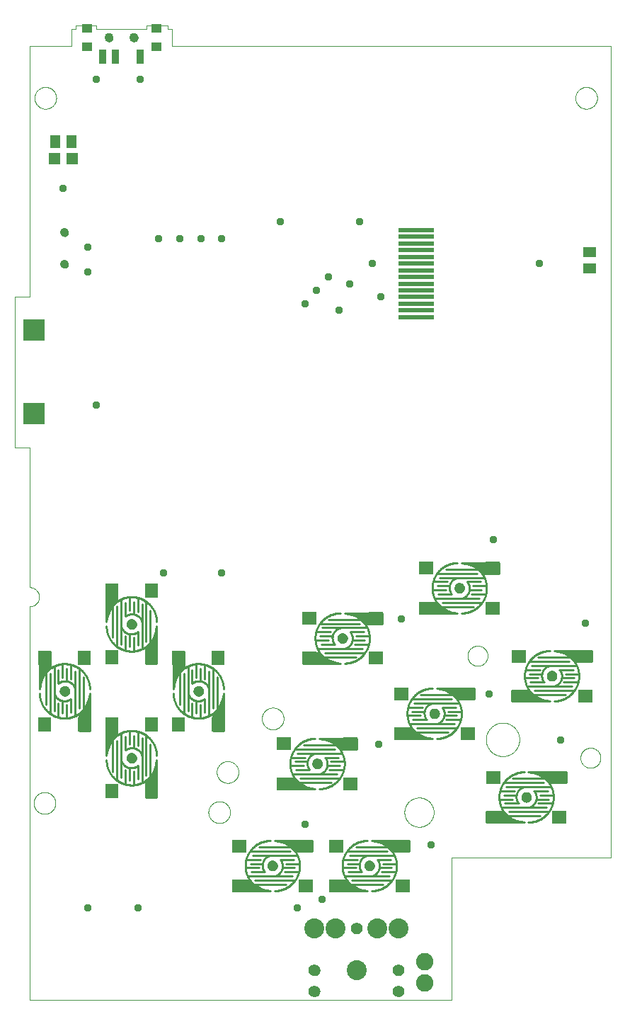
<source format=gts>
G75*
%MOIN*%
%OFA0B0*%
%FSLAX25Y25*%
%IPPOS*%
%LPD*%
%AMOC8*
5,1,8,0,0,1.08239X$1,22.5*
%
%ADD10C,0.00000*%
%ADD11C,0.00039*%
%ADD12R,0.06312X0.05131*%
%ADD13R,0.16548X0.02375*%
%ADD14R,0.06902X0.05918*%
%ADD15C,0.01000*%
%ADD16C,0.04737*%
%ADD17R,0.05131X0.06312*%
%ADD18R,0.05524X0.05524*%
%ADD19R,0.05918X0.06902*%
%ADD20C,0.09400*%
%ADD21C,0.05524*%
%ADD22R,0.04737X0.03950*%
%ADD23R,0.03556X0.06706*%
%ADD24C,0.04343*%
%ADD25R,0.10249X0.10249*%
%ADD26C,0.08200*%
%ADD27C,0.04146*%
%ADD28C,0.03778*%
D10*
X0029320Y0017142D02*
X0029320Y0202181D01*
X0029453Y0202183D01*
X0029586Y0202189D01*
X0029718Y0202199D01*
X0029851Y0202212D01*
X0029982Y0202230D01*
X0030114Y0202251D01*
X0030244Y0202276D01*
X0030374Y0202305D01*
X0030503Y0202338D01*
X0030630Y0202375D01*
X0030757Y0202415D01*
X0030883Y0202459D01*
X0031007Y0202507D01*
X0031129Y0202558D01*
X0031250Y0202613D01*
X0031370Y0202672D01*
X0031487Y0202733D01*
X0031603Y0202799D01*
X0031717Y0202867D01*
X0031829Y0202939D01*
X0031938Y0203015D01*
X0032046Y0203093D01*
X0032151Y0203175D01*
X0032253Y0203259D01*
X0032353Y0203347D01*
X0032451Y0203437D01*
X0032545Y0203531D01*
X0032637Y0203627D01*
X0032726Y0203726D01*
X0032812Y0203827D01*
X0032895Y0203931D01*
X0032975Y0204037D01*
X0033052Y0204145D01*
X0033126Y0204256D01*
X0033196Y0204369D01*
X0033263Y0204483D01*
X0033327Y0204600D01*
X0033387Y0204719D01*
X0033444Y0204839D01*
X0033497Y0204961D01*
X0033546Y0205084D01*
X0033592Y0205209D01*
X0033635Y0205335D01*
X0033673Y0205462D01*
X0033708Y0205591D01*
X0033739Y0205720D01*
X0033766Y0205850D01*
X0033789Y0205981D01*
X0033809Y0206112D01*
X0033824Y0206245D01*
X0033836Y0206377D01*
X0033844Y0206510D01*
X0033848Y0206643D01*
X0033848Y0206775D01*
X0033844Y0206908D01*
X0033836Y0207041D01*
X0033824Y0207173D01*
X0033809Y0207306D01*
X0033789Y0207437D01*
X0033766Y0207568D01*
X0033739Y0207698D01*
X0033708Y0207827D01*
X0033673Y0207956D01*
X0033635Y0208083D01*
X0033592Y0208209D01*
X0033546Y0208334D01*
X0033497Y0208457D01*
X0033444Y0208579D01*
X0033387Y0208699D01*
X0033327Y0208818D01*
X0033263Y0208935D01*
X0033196Y0209049D01*
X0033126Y0209162D01*
X0033052Y0209273D01*
X0032975Y0209381D01*
X0032895Y0209487D01*
X0032812Y0209591D01*
X0032726Y0209692D01*
X0032637Y0209791D01*
X0032545Y0209887D01*
X0032451Y0209981D01*
X0032353Y0210071D01*
X0032253Y0210159D01*
X0032151Y0210243D01*
X0032046Y0210325D01*
X0031938Y0210403D01*
X0031829Y0210479D01*
X0031717Y0210551D01*
X0031603Y0210619D01*
X0031487Y0210685D01*
X0031370Y0210746D01*
X0031250Y0210805D01*
X0031129Y0210860D01*
X0031007Y0210911D01*
X0030883Y0210959D01*
X0030757Y0211003D01*
X0030630Y0211043D01*
X0030503Y0211080D01*
X0030374Y0211113D01*
X0030244Y0211142D01*
X0030114Y0211167D01*
X0029982Y0211188D01*
X0029851Y0211206D01*
X0029718Y0211219D01*
X0029586Y0211229D01*
X0029453Y0211235D01*
X0029320Y0211237D01*
X0029320Y0211236D02*
X0029320Y0276984D01*
X0022430Y0276984D01*
X0022430Y0347850D01*
X0029320Y0347850D01*
X0029320Y0465961D01*
X0049005Y0465961D01*
X0049005Y0473835D01*
X0050974Y0473835D01*
X0050974Y0475803D01*
X0060816Y0475803D01*
X0060816Y0473835D01*
X0084438Y0473835D01*
X0084438Y0475803D01*
X0094281Y0475803D01*
X0094281Y0473835D01*
X0096249Y0473835D01*
X0096249Y0465961D01*
X0302942Y0465961D01*
X0302942Y0083874D01*
X0228139Y0083874D01*
X0228139Y0017142D01*
X0029320Y0017142D01*
X0075383Y0130921D02*
X0075385Y0131009D01*
X0075391Y0131097D01*
X0075401Y0131185D01*
X0075415Y0131273D01*
X0075432Y0131359D01*
X0075454Y0131445D01*
X0075479Y0131529D01*
X0075509Y0131613D01*
X0075541Y0131695D01*
X0075578Y0131775D01*
X0075618Y0131854D01*
X0075662Y0131931D01*
X0075709Y0132006D01*
X0075759Y0132078D01*
X0075813Y0132149D01*
X0075869Y0132216D01*
X0075929Y0132282D01*
X0075991Y0132344D01*
X0076057Y0132404D01*
X0076124Y0132460D01*
X0076195Y0132514D01*
X0076267Y0132564D01*
X0076342Y0132611D01*
X0076419Y0132655D01*
X0076498Y0132695D01*
X0076578Y0132732D01*
X0076660Y0132764D01*
X0076744Y0132794D01*
X0076828Y0132819D01*
X0076914Y0132841D01*
X0077000Y0132858D01*
X0077088Y0132872D01*
X0077176Y0132882D01*
X0077264Y0132888D01*
X0077352Y0132890D01*
X0077440Y0132888D01*
X0077528Y0132882D01*
X0077616Y0132872D01*
X0077704Y0132858D01*
X0077790Y0132841D01*
X0077876Y0132819D01*
X0077960Y0132794D01*
X0078044Y0132764D01*
X0078126Y0132732D01*
X0078206Y0132695D01*
X0078285Y0132655D01*
X0078362Y0132611D01*
X0078437Y0132564D01*
X0078509Y0132514D01*
X0078580Y0132460D01*
X0078647Y0132404D01*
X0078713Y0132344D01*
X0078775Y0132282D01*
X0078835Y0132216D01*
X0078891Y0132149D01*
X0078945Y0132078D01*
X0078995Y0132006D01*
X0079042Y0131931D01*
X0079086Y0131854D01*
X0079126Y0131775D01*
X0079163Y0131695D01*
X0079195Y0131613D01*
X0079225Y0131529D01*
X0079250Y0131445D01*
X0079272Y0131359D01*
X0079289Y0131273D01*
X0079303Y0131185D01*
X0079313Y0131097D01*
X0079319Y0131009D01*
X0079321Y0130921D01*
X0079319Y0130833D01*
X0079313Y0130745D01*
X0079303Y0130657D01*
X0079289Y0130569D01*
X0079272Y0130483D01*
X0079250Y0130397D01*
X0079225Y0130313D01*
X0079195Y0130229D01*
X0079163Y0130147D01*
X0079126Y0130067D01*
X0079086Y0129988D01*
X0079042Y0129911D01*
X0078995Y0129836D01*
X0078945Y0129764D01*
X0078891Y0129693D01*
X0078835Y0129626D01*
X0078775Y0129560D01*
X0078713Y0129498D01*
X0078647Y0129438D01*
X0078580Y0129382D01*
X0078509Y0129328D01*
X0078437Y0129278D01*
X0078362Y0129231D01*
X0078285Y0129187D01*
X0078206Y0129147D01*
X0078126Y0129110D01*
X0078044Y0129078D01*
X0077960Y0129048D01*
X0077876Y0129023D01*
X0077790Y0129001D01*
X0077704Y0128984D01*
X0077616Y0128970D01*
X0077528Y0128960D01*
X0077440Y0128954D01*
X0077352Y0128952D01*
X0077264Y0128954D01*
X0077176Y0128960D01*
X0077088Y0128970D01*
X0077000Y0128984D01*
X0076914Y0129001D01*
X0076828Y0129023D01*
X0076744Y0129048D01*
X0076660Y0129078D01*
X0076578Y0129110D01*
X0076498Y0129147D01*
X0076419Y0129187D01*
X0076342Y0129231D01*
X0076267Y0129278D01*
X0076195Y0129328D01*
X0076124Y0129382D01*
X0076057Y0129438D01*
X0075991Y0129498D01*
X0075929Y0129560D01*
X0075869Y0129626D01*
X0075813Y0129693D01*
X0075759Y0129764D01*
X0075709Y0129836D01*
X0075662Y0129911D01*
X0075618Y0129988D01*
X0075578Y0130067D01*
X0075541Y0130147D01*
X0075509Y0130229D01*
X0075479Y0130313D01*
X0075454Y0130397D01*
X0075432Y0130483D01*
X0075415Y0130569D01*
X0075401Y0130657D01*
X0075391Y0130745D01*
X0075385Y0130833D01*
X0075383Y0130921D01*
X0043887Y0162417D02*
X0043889Y0162505D01*
X0043895Y0162593D01*
X0043905Y0162681D01*
X0043919Y0162769D01*
X0043936Y0162855D01*
X0043958Y0162941D01*
X0043983Y0163025D01*
X0044013Y0163109D01*
X0044045Y0163191D01*
X0044082Y0163271D01*
X0044122Y0163350D01*
X0044166Y0163427D01*
X0044213Y0163502D01*
X0044263Y0163574D01*
X0044317Y0163645D01*
X0044373Y0163712D01*
X0044433Y0163778D01*
X0044495Y0163840D01*
X0044561Y0163900D01*
X0044628Y0163956D01*
X0044699Y0164010D01*
X0044771Y0164060D01*
X0044846Y0164107D01*
X0044923Y0164151D01*
X0045002Y0164191D01*
X0045082Y0164228D01*
X0045164Y0164260D01*
X0045248Y0164290D01*
X0045332Y0164315D01*
X0045418Y0164337D01*
X0045504Y0164354D01*
X0045592Y0164368D01*
X0045680Y0164378D01*
X0045768Y0164384D01*
X0045856Y0164386D01*
X0045944Y0164384D01*
X0046032Y0164378D01*
X0046120Y0164368D01*
X0046208Y0164354D01*
X0046294Y0164337D01*
X0046380Y0164315D01*
X0046464Y0164290D01*
X0046548Y0164260D01*
X0046630Y0164228D01*
X0046710Y0164191D01*
X0046789Y0164151D01*
X0046866Y0164107D01*
X0046941Y0164060D01*
X0047013Y0164010D01*
X0047084Y0163956D01*
X0047151Y0163900D01*
X0047217Y0163840D01*
X0047279Y0163778D01*
X0047339Y0163712D01*
X0047395Y0163645D01*
X0047449Y0163574D01*
X0047499Y0163502D01*
X0047546Y0163427D01*
X0047590Y0163350D01*
X0047630Y0163271D01*
X0047667Y0163191D01*
X0047699Y0163109D01*
X0047729Y0163025D01*
X0047754Y0162941D01*
X0047776Y0162855D01*
X0047793Y0162769D01*
X0047807Y0162681D01*
X0047817Y0162593D01*
X0047823Y0162505D01*
X0047825Y0162417D01*
X0047823Y0162329D01*
X0047817Y0162241D01*
X0047807Y0162153D01*
X0047793Y0162065D01*
X0047776Y0161979D01*
X0047754Y0161893D01*
X0047729Y0161809D01*
X0047699Y0161725D01*
X0047667Y0161643D01*
X0047630Y0161563D01*
X0047590Y0161484D01*
X0047546Y0161407D01*
X0047499Y0161332D01*
X0047449Y0161260D01*
X0047395Y0161189D01*
X0047339Y0161122D01*
X0047279Y0161056D01*
X0047217Y0160994D01*
X0047151Y0160934D01*
X0047084Y0160878D01*
X0047013Y0160824D01*
X0046941Y0160774D01*
X0046866Y0160727D01*
X0046789Y0160683D01*
X0046710Y0160643D01*
X0046630Y0160606D01*
X0046548Y0160574D01*
X0046464Y0160544D01*
X0046380Y0160519D01*
X0046294Y0160497D01*
X0046208Y0160480D01*
X0046120Y0160466D01*
X0046032Y0160456D01*
X0045944Y0160450D01*
X0045856Y0160448D01*
X0045768Y0160450D01*
X0045680Y0160456D01*
X0045592Y0160466D01*
X0045504Y0160480D01*
X0045418Y0160497D01*
X0045332Y0160519D01*
X0045248Y0160544D01*
X0045164Y0160574D01*
X0045082Y0160606D01*
X0045002Y0160643D01*
X0044923Y0160683D01*
X0044846Y0160727D01*
X0044771Y0160774D01*
X0044699Y0160824D01*
X0044628Y0160878D01*
X0044561Y0160934D01*
X0044495Y0160994D01*
X0044433Y0161056D01*
X0044373Y0161122D01*
X0044317Y0161189D01*
X0044263Y0161260D01*
X0044213Y0161332D01*
X0044166Y0161407D01*
X0044122Y0161484D01*
X0044082Y0161563D01*
X0044045Y0161643D01*
X0044013Y0161725D01*
X0043983Y0161809D01*
X0043958Y0161893D01*
X0043936Y0161979D01*
X0043919Y0162065D01*
X0043905Y0162153D01*
X0043895Y0162241D01*
X0043889Y0162329D01*
X0043887Y0162417D01*
X0075383Y0193913D02*
X0075385Y0194001D01*
X0075391Y0194089D01*
X0075401Y0194177D01*
X0075415Y0194265D01*
X0075432Y0194351D01*
X0075454Y0194437D01*
X0075479Y0194521D01*
X0075509Y0194605D01*
X0075541Y0194687D01*
X0075578Y0194767D01*
X0075618Y0194846D01*
X0075662Y0194923D01*
X0075709Y0194998D01*
X0075759Y0195070D01*
X0075813Y0195141D01*
X0075869Y0195208D01*
X0075929Y0195274D01*
X0075991Y0195336D01*
X0076057Y0195396D01*
X0076124Y0195452D01*
X0076195Y0195506D01*
X0076267Y0195556D01*
X0076342Y0195603D01*
X0076419Y0195647D01*
X0076498Y0195687D01*
X0076578Y0195724D01*
X0076660Y0195756D01*
X0076744Y0195786D01*
X0076828Y0195811D01*
X0076914Y0195833D01*
X0077000Y0195850D01*
X0077088Y0195864D01*
X0077176Y0195874D01*
X0077264Y0195880D01*
X0077352Y0195882D01*
X0077440Y0195880D01*
X0077528Y0195874D01*
X0077616Y0195864D01*
X0077704Y0195850D01*
X0077790Y0195833D01*
X0077876Y0195811D01*
X0077960Y0195786D01*
X0078044Y0195756D01*
X0078126Y0195724D01*
X0078206Y0195687D01*
X0078285Y0195647D01*
X0078362Y0195603D01*
X0078437Y0195556D01*
X0078509Y0195506D01*
X0078580Y0195452D01*
X0078647Y0195396D01*
X0078713Y0195336D01*
X0078775Y0195274D01*
X0078835Y0195208D01*
X0078891Y0195141D01*
X0078945Y0195070D01*
X0078995Y0194998D01*
X0079042Y0194923D01*
X0079086Y0194846D01*
X0079126Y0194767D01*
X0079163Y0194687D01*
X0079195Y0194605D01*
X0079225Y0194521D01*
X0079250Y0194437D01*
X0079272Y0194351D01*
X0079289Y0194265D01*
X0079303Y0194177D01*
X0079313Y0194089D01*
X0079319Y0194001D01*
X0079321Y0193913D01*
X0079319Y0193825D01*
X0079313Y0193737D01*
X0079303Y0193649D01*
X0079289Y0193561D01*
X0079272Y0193475D01*
X0079250Y0193389D01*
X0079225Y0193305D01*
X0079195Y0193221D01*
X0079163Y0193139D01*
X0079126Y0193059D01*
X0079086Y0192980D01*
X0079042Y0192903D01*
X0078995Y0192828D01*
X0078945Y0192756D01*
X0078891Y0192685D01*
X0078835Y0192618D01*
X0078775Y0192552D01*
X0078713Y0192490D01*
X0078647Y0192430D01*
X0078580Y0192374D01*
X0078509Y0192320D01*
X0078437Y0192270D01*
X0078362Y0192223D01*
X0078285Y0192179D01*
X0078206Y0192139D01*
X0078126Y0192102D01*
X0078044Y0192070D01*
X0077960Y0192040D01*
X0077876Y0192015D01*
X0077790Y0191993D01*
X0077704Y0191976D01*
X0077616Y0191962D01*
X0077528Y0191952D01*
X0077440Y0191946D01*
X0077352Y0191944D01*
X0077264Y0191946D01*
X0077176Y0191952D01*
X0077088Y0191962D01*
X0077000Y0191976D01*
X0076914Y0191993D01*
X0076828Y0192015D01*
X0076744Y0192040D01*
X0076660Y0192070D01*
X0076578Y0192102D01*
X0076498Y0192139D01*
X0076419Y0192179D01*
X0076342Y0192223D01*
X0076267Y0192270D01*
X0076195Y0192320D01*
X0076124Y0192374D01*
X0076057Y0192430D01*
X0075991Y0192490D01*
X0075929Y0192552D01*
X0075869Y0192618D01*
X0075813Y0192685D01*
X0075759Y0192756D01*
X0075709Y0192828D01*
X0075662Y0192903D01*
X0075618Y0192980D01*
X0075578Y0193059D01*
X0075541Y0193139D01*
X0075509Y0193221D01*
X0075479Y0193305D01*
X0075454Y0193389D01*
X0075432Y0193475D01*
X0075415Y0193561D01*
X0075401Y0193649D01*
X0075391Y0193737D01*
X0075385Y0193825D01*
X0075383Y0193913D01*
X0106879Y0162417D02*
X0106881Y0162505D01*
X0106887Y0162593D01*
X0106897Y0162681D01*
X0106911Y0162769D01*
X0106928Y0162855D01*
X0106950Y0162941D01*
X0106975Y0163025D01*
X0107005Y0163109D01*
X0107037Y0163191D01*
X0107074Y0163271D01*
X0107114Y0163350D01*
X0107158Y0163427D01*
X0107205Y0163502D01*
X0107255Y0163574D01*
X0107309Y0163645D01*
X0107365Y0163712D01*
X0107425Y0163778D01*
X0107487Y0163840D01*
X0107553Y0163900D01*
X0107620Y0163956D01*
X0107691Y0164010D01*
X0107763Y0164060D01*
X0107838Y0164107D01*
X0107915Y0164151D01*
X0107994Y0164191D01*
X0108074Y0164228D01*
X0108156Y0164260D01*
X0108240Y0164290D01*
X0108324Y0164315D01*
X0108410Y0164337D01*
X0108496Y0164354D01*
X0108584Y0164368D01*
X0108672Y0164378D01*
X0108760Y0164384D01*
X0108848Y0164386D01*
X0108936Y0164384D01*
X0109024Y0164378D01*
X0109112Y0164368D01*
X0109200Y0164354D01*
X0109286Y0164337D01*
X0109372Y0164315D01*
X0109456Y0164290D01*
X0109540Y0164260D01*
X0109622Y0164228D01*
X0109702Y0164191D01*
X0109781Y0164151D01*
X0109858Y0164107D01*
X0109933Y0164060D01*
X0110005Y0164010D01*
X0110076Y0163956D01*
X0110143Y0163900D01*
X0110209Y0163840D01*
X0110271Y0163778D01*
X0110331Y0163712D01*
X0110387Y0163645D01*
X0110441Y0163574D01*
X0110491Y0163502D01*
X0110538Y0163427D01*
X0110582Y0163350D01*
X0110622Y0163271D01*
X0110659Y0163191D01*
X0110691Y0163109D01*
X0110721Y0163025D01*
X0110746Y0162941D01*
X0110768Y0162855D01*
X0110785Y0162769D01*
X0110799Y0162681D01*
X0110809Y0162593D01*
X0110815Y0162505D01*
X0110817Y0162417D01*
X0110815Y0162329D01*
X0110809Y0162241D01*
X0110799Y0162153D01*
X0110785Y0162065D01*
X0110768Y0161979D01*
X0110746Y0161893D01*
X0110721Y0161809D01*
X0110691Y0161725D01*
X0110659Y0161643D01*
X0110622Y0161563D01*
X0110582Y0161484D01*
X0110538Y0161407D01*
X0110491Y0161332D01*
X0110441Y0161260D01*
X0110387Y0161189D01*
X0110331Y0161122D01*
X0110271Y0161056D01*
X0110209Y0160994D01*
X0110143Y0160934D01*
X0110076Y0160878D01*
X0110005Y0160824D01*
X0109933Y0160774D01*
X0109858Y0160727D01*
X0109781Y0160683D01*
X0109702Y0160643D01*
X0109622Y0160606D01*
X0109540Y0160574D01*
X0109456Y0160544D01*
X0109372Y0160519D01*
X0109286Y0160497D01*
X0109200Y0160480D01*
X0109112Y0160466D01*
X0109024Y0160456D01*
X0108936Y0160450D01*
X0108848Y0160448D01*
X0108760Y0160450D01*
X0108672Y0160456D01*
X0108584Y0160466D01*
X0108496Y0160480D01*
X0108410Y0160497D01*
X0108324Y0160519D01*
X0108240Y0160544D01*
X0108156Y0160574D01*
X0108074Y0160606D01*
X0107994Y0160643D01*
X0107915Y0160683D01*
X0107838Y0160727D01*
X0107763Y0160774D01*
X0107691Y0160824D01*
X0107620Y0160878D01*
X0107553Y0160934D01*
X0107487Y0160994D01*
X0107425Y0161056D01*
X0107365Y0161122D01*
X0107309Y0161189D01*
X0107255Y0161260D01*
X0107205Y0161332D01*
X0107158Y0161407D01*
X0107114Y0161484D01*
X0107074Y0161563D01*
X0107037Y0161643D01*
X0107005Y0161725D01*
X0106975Y0161809D01*
X0106950Y0161893D01*
X0106928Y0161979D01*
X0106911Y0162065D01*
X0106897Y0162153D01*
X0106887Y0162241D01*
X0106881Y0162329D01*
X0106879Y0162417D01*
X0141741Y0080173D02*
X0141743Y0080261D01*
X0141749Y0080349D01*
X0141759Y0080437D01*
X0141773Y0080525D01*
X0141790Y0080611D01*
X0141812Y0080697D01*
X0141837Y0080781D01*
X0141867Y0080865D01*
X0141899Y0080947D01*
X0141936Y0081027D01*
X0141976Y0081106D01*
X0142020Y0081183D01*
X0142067Y0081258D01*
X0142117Y0081330D01*
X0142171Y0081401D01*
X0142227Y0081468D01*
X0142287Y0081534D01*
X0142349Y0081596D01*
X0142415Y0081656D01*
X0142482Y0081712D01*
X0142553Y0081766D01*
X0142625Y0081816D01*
X0142700Y0081863D01*
X0142777Y0081907D01*
X0142856Y0081947D01*
X0142936Y0081984D01*
X0143018Y0082016D01*
X0143102Y0082046D01*
X0143186Y0082071D01*
X0143272Y0082093D01*
X0143358Y0082110D01*
X0143446Y0082124D01*
X0143534Y0082134D01*
X0143622Y0082140D01*
X0143710Y0082142D01*
X0143798Y0082140D01*
X0143886Y0082134D01*
X0143974Y0082124D01*
X0144062Y0082110D01*
X0144148Y0082093D01*
X0144234Y0082071D01*
X0144318Y0082046D01*
X0144402Y0082016D01*
X0144484Y0081984D01*
X0144564Y0081947D01*
X0144643Y0081907D01*
X0144720Y0081863D01*
X0144795Y0081816D01*
X0144867Y0081766D01*
X0144938Y0081712D01*
X0145005Y0081656D01*
X0145071Y0081596D01*
X0145133Y0081534D01*
X0145193Y0081468D01*
X0145249Y0081401D01*
X0145303Y0081330D01*
X0145353Y0081258D01*
X0145400Y0081183D01*
X0145444Y0081106D01*
X0145484Y0081027D01*
X0145521Y0080947D01*
X0145553Y0080865D01*
X0145583Y0080781D01*
X0145608Y0080697D01*
X0145630Y0080611D01*
X0145647Y0080525D01*
X0145661Y0080437D01*
X0145671Y0080349D01*
X0145677Y0080261D01*
X0145679Y0080173D01*
X0145677Y0080085D01*
X0145671Y0079997D01*
X0145661Y0079909D01*
X0145647Y0079821D01*
X0145630Y0079735D01*
X0145608Y0079649D01*
X0145583Y0079565D01*
X0145553Y0079481D01*
X0145521Y0079399D01*
X0145484Y0079319D01*
X0145444Y0079240D01*
X0145400Y0079163D01*
X0145353Y0079088D01*
X0145303Y0079016D01*
X0145249Y0078945D01*
X0145193Y0078878D01*
X0145133Y0078812D01*
X0145071Y0078750D01*
X0145005Y0078690D01*
X0144938Y0078634D01*
X0144867Y0078580D01*
X0144795Y0078530D01*
X0144720Y0078483D01*
X0144643Y0078439D01*
X0144564Y0078399D01*
X0144484Y0078362D01*
X0144402Y0078330D01*
X0144318Y0078300D01*
X0144234Y0078275D01*
X0144148Y0078253D01*
X0144062Y0078236D01*
X0143974Y0078222D01*
X0143886Y0078212D01*
X0143798Y0078206D01*
X0143710Y0078204D01*
X0143622Y0078206D01*
X0143534Y0078212D01*
X0143446Y0078222D01*
X0143358Y0078236D01*
X0143272Y0078253D01*
X0143186Y0078275D01*
X0143102Y0078300D01*
X0143018Y0078330D01*
X0142936Y0078362D01*
X0142856Y0078399D01*
X0142777Y0078439D01*
X0142700Y0078483D01*
X0142625Y0078530D01*
X0142553Y0078580D01*
X0142482Y0078634D01*
X0142415Y0078690D01*
X0142349Y0078750D01*
X0142287Y0078812D01*
X0142227Y0078878D01*
X0142171Y0078945D01*
X0142117Y0079016D01*
X0142067Y0079088D01*
X0142020Y0079163D01*
X0141976Y0079240D01*
X0141936Y0079319D01*
X0141899Y0079399D01*
X0141867Y0079481D01*
X0141837Y0079565D01*
X0141812Y0079649D01*
X0141790Y0079735D01*
X0141773Y0079821D01*
X0141759Y0079909D01*
X0141749Y0079997D01*
X0141743Y0080085D01*
X0141741Y0080173D01*
X0162863Y0128205D02*
X0162865Y0128293D01*
X0162871Y0128381D01*
X0162881Y0128469D01*
X0162895Y0128557D01*
X0162912Y0128643D01*
X0162934Y0128729D01*
X0162959Y0128813D01*
X0162989Y0128897D01*
X0163021Y0128979D01*
X0163058Y0129059D01*
X0163098Y0129138D01*
X0163142Y0129215D01*
X0163189Y0129290D01*
X0163239Y0129362D01*
X0163293Y0129433D01*
X0163349Y0129500D01*
X0163409Y0129566D01*
X0163471Y0129628D01*
X0163537Y0129688D01*
X0163604Y0129744D01*
X0163675Y0129798D01*
X0163747Y0129848D01*
X0163822Y0129895D01*
X0163899Y0129939D01*
X0163978Y0129979D01*
X0164058Y0130016D01*
X0164140Y0130048D01*
X0164224Y0130078D01*
X0164308Y0130103D01*
X0164394Y0130125D01*
X0164480Y0130142D01*
X0164568Y0130156D01*
X0164656Y0130166D01*
X0164744Y0130172D01*
X0164832Y0130174D01*
X0164920Y0130172D01*
X0165008Y0130166D01*
X0165096Y0130156D01*
X0165184Y0130142D01*
X0165270Y0130125D01*
X0165356Y0130103D01*
X0165440Y0130078D01*
X0165524Y0130048D01*
X0165606Y0130016D01*
X0165686Y0129979D01*
X0165765Y0129939D01*
X0165842Y0129895D01*
X0165917Y0129848D01*
X0165989Y0129798D01*
X0166060Y0129744D01*
X0166127Y0129688D01*
X0166193Y0129628D01*
X0166255Y0129566D01*
X0166315Y0129500D01*
X0166371Y0129433D01*
X0166425Y0129362D01*
X0166475Y0129290D01*
X0166522Y0129215D01*
X0166566Y0129138D01*
X0166606Y0129059D01*
X0166643Y0128979D01*
X0166675Y0128897D01*
X0166705Y0128813D01*
X0166730Y0128729D01*
X0166752Y0128643D01*
X0166769Y0128557D01*
X0166783Y0128469D01*
X0166793Y0128381D01*
X0166799Y0128293D01*
X0166801Y0128205D01*
X0166799Y0128117D01*
X0166793Y0128029D01*
X0166783Y0127941D01*
X0166769Y0127853D01*
X0166752Y0127767D01*
X0166730Y0127681D01*
X0166705Y0127597D01*
X0166675Y0127513D01*
X0166643Y0127431D01*
X0166606Y0127351D01*
X0166566Y0127272D01*
X0166522Y0127195D01*
X0166475Y0127120D01*
X0166425Y0127048D01*
X0166371Y0126977D01*
X0166315Y0126910D01*
X0166255Y0126844D01*
X0166193Y0126782D01*
X0166127Y0126722D01*
X0166060Y0126666D01*
X0165989Y0126612D01*
X0165917Y0126562D01*
X0165842Y0126515D01*
X0165765Y0126471D01*
X0165686Y0126431D01*
X0165606Y0126394D01*
X0165524Y0126362D01*
X0165440Y0126332D01*
X0165356Y0126307D01*
X0165270Y0126285D01*
X0165184Y0126268D01*
X0165096Y0126254D01*
X0165008Y0126244D01*
X0164920Y0126238D01*
X0164832Y0126236D01*
X0164744Y0126238D01*
X0164656Y0126244D01*
X0164568Y0126254D01*
X0164480Y0126268D01*
X0164394Y0126285D01*
X0164308Y0126307D01*
X0164224Y0126332D01*
X0164140Y0126362D01*
X0164058Y0126394D01*
X0163978Y0126431D01*
X0163899Y0126471D01*
X0163822Y0126515D01*
X0163747Y0126562D01*
X0163675Y0126612D01*
X0163604Y0126666D01*
X0163537Y0126722D01*
X0163471Y0126782D01*
X0163409Y0126844D01*
X0163349Y0126910D01*
X0163293Y0126977D01*
X0163239Y0127048D01*
X0163189Y0127120D01*
X0163142Y0127195D01*
X0163098Y0127272D01*
X0163058Y0127351D01*
X0163021Y0127431D01*
X0162989Y0127513D01*
X0162959Y0127597D01*
X0162934Y0127681D01*
X0162912Y0127767D01*
X0162895Y0127853D01*
X0162881Y0127941D01*
X0162871Y0128029D01*
X0162865Y0128117D01*
X0162863Y0128205D01*
X0187410Y0080173D02*
X0187412Y0080261D01*
X0187418Y0080349D01*
X0187428Y0080437D01*
X0187442Y0080525D01*
X0187459Y0080611D01*
X0187481Y0080697D01*
X0187506Y0080781D01*
X0187536Y0080865D01*
X0187568Y0080947D01*
X0187605Y0081027D01*
X0187645Y0081106D01*
X0187689Y0081183D01*
X0187736Y0081258D01*
X0187786Y0081330D01*
X0187840Y0081401D01*
X0187896Y0081468D01*
X0187956Y0081534D01*
X0188018Y0081596D01*
X0188084Y0081656D01*
X0188151Y0081712D01*
X0188222Y0081766D01*
X0188294Y0081816D01*
X0188369Y0081863D01*
X0188446Y0081907D01*
X0188525Y0081947D01*
X0188605Y0081984D01*
X0188687Y0082016D01*
X0188771Y0082046D01*
X0188855Y0082071D01*
X0188941Y0082093D01*
X0189027Y0082110D01*
X0189115Y0082124D01*
X0189203Y0082134D01*
X0189291Y0082140D01*
X0189379Y0082142D01*
X0189467Y0082140D01*
X0189555Y0082134D01*
X0189643Y0082124D01*
X0189731Y0082110D01*
X0189817Y0082093D01*
X0189903Y0082071D01*
X0189987Y0082046D01*
X0190071Y0082016D01*
X0190153Y0081984D01*
X0190233Y0081947D01*
X0190312Y0081907D01*
X0190389Y0081863D01*
X0190464Y0081816D01*
X0190536Y0081766D01*
X0190607Y0081712D01*
X0190674Y0081656D01*
X0190740Y0081596D01*
X0190802Y0081534D01*
X0190862Y0081468D01*
X0190918Y0081401D01*
X0190972Y0081330D01*
X0191022Y0081258D01*
X0191069Y0081183D01*
X0191113Y0081106D01*
X0191153Y0081027D01*
X0191190Y0080947D01*
X0191222Y0080865D01*
X0191252Y0080781D01*
X0191277Y0080697D01*
X0191299Y0080611D01*
X0191316Y0080525D01*
X0191330Y0080437D01*
X0191340Y0080349D01*
X0191346Y0080261D01*
X0191348Y0080173D01*
X0191346Y0080085D01*
X0191340Y0079997D01*
X0191330Y0079909D01*
X0191316Y0079821D01*
X0191299Y0079735D01*
X0191277Y0079649D01*
X0191252Y0079565D01*
X0191222Y0079481D01*
X0191190Y0079399D01*
X0191153Y0079319D01*
X0191113Y0079240D01*
X0191069Y0079163D01*
X0191022Y0079088D01*
X0190972Y0079016D01*
X0190918Y0078945D01*
X0190862Y0078878D01*
X0190802Y0078812D01*
X0190740Y0078750D01*
X0190674Y0078690D01*
X0190607Y0078634D01*
X0190536Y0078580D01*
X0190464Y0078530D01*
X0190389Y0078483D01*
X0190312Y0078439D01*
X0190233Y0078399D01*
X0190153Y0078362D01*
X0190071Y0078330D01*
X0189987Y0078300D01*
X0189903Y0078275D01*
X0189817Y0078253D01*
X0189731Y0078236D01*
X0189643Y0078222D01*
X0189555Y0078212D01*
X0189467Y0078206D01*
X0189379Y0078204D01*
X0189291Y0078206D01*
X0189203Y0078212D01*
X0189115Y0078222D01*
X0189027Y0078236D01*
X0188941Y0078253D01*
X0188855Y0078275D01*
X0188771Y0078300D01*
X0188687Y0078330D01*
X0188605Y0078362D01*
X0188525Y0078399D01*
X0188446Y0078439D01*
X0188369Y0078483D01*
X0188294Y0078530D01*
X0188222Y0078580D01*
X0188151Y0078634D01*
X0188084Y0078690D01*
X0188018Y0078750D01*
X0187956Y0078812D01*
X0187896Y0078878D01*
X0187840Y0078945D01*
X0187786Y0079016D01*
X0187736Y0079088D01*
X0187689Y0079163D01*
X0187645Y0079240D01*
X0187605Y0079319D01*
X0187568Y0079399D01*
X0187536Y0079481D01*
X0187506Y0079565D01*
X0187481Y0079649D01*
X0187459Y0079735D01*
X0187442Y0079821D01*
X0187428Y0079909D01*
X0187418Y0079997D01*
X0187412Y0080085D01*
X0187410Y0080173D01*
X0180895Y0050606D02*
X0180897Y0050703D01*
X0180903Y0050800D01*
X0180913Y0050896D01*
X0180927Y0050992D01*
X0180945Y0051088D01*
X0180966Y0051182D01*
X0180992Y0051276D01*
X0181021Y0051368D01*
X0181055Y0051459D01*
X0181091Y0051549D01*
X0181132Y0051637D01*
X0181176Y0051723D01*
X0181224Y0051808D01*
X0181275Y0051890D01*
X0181329Y0051971D01*
X0181387Y0052049D01*
X0181448Y0052124D01*
X0181511Y0052197D01*
X0181578Y0052268D01*
X0181648Y0052335D01*
X0181720Y0052400D01*
X0181795Y0052461D01*
X0181873Y0052520D01*
X0181952Y0052575D01*
X0182034Y0052627D01*
X0182118Y0052675D01*
X0182204Y0052720D01*
X0182292Y0052762D01*
X0182381Y0052800D01*
X0182472Y0052834D01*
X0182564Y0052864D01*
X0182657Y0052891D01*
X0182752Y0052913D01*
X0182847Y0052932D01*
X0182943Y0052947D01*
X0183039Y0052958D01*
X0183136Y0052965D01*
X0183233Y0052968D01*
X0183330Y0052967D01*
X0183427Y0052962D01*
X0183523Y0052953D01*
X0183619Y0052940D01*
X0183715Y0052923D01*
X0183810Y0052902D01*
X0183903Y0052878D01*
X0183996Y0052849D01*
X0184088Y0052817D01*
X0184178Y0052781D01*
X0184266Y0052742D01*
X0184353Y0052698D01*
X0184438Y0052652D01*
X0184521Y0052601D01*
X0184602Y0052548D01*
X0184680Y0052491D01*
X0184757Y0052431D01*
X0184830Y0052368D01*
X0184901Y0052302D01*
X0184969Y0052233D01*
X0185035Y0052161D01*
X0185097Y0052087D01*
X0185156Y0052010D01*
X0185212Y0051931D01*
X0185265Y0051849D01*
X0185315Y0051766D01*
X0185360Y0051680D01*
X0185403Y0051593D01*
X0185442Y0051504D01*
X0185477Y0051414D01*
X0185508Y0051322D01*
X0185535Y0051229D01*
X0185559Y0051135D01*
X0185579Y0051040D01*
X0185595Y0050944D01*
X0185607Y0050848D01*
X0185615Y0050751D01*
X0185619Y0050654D01*
X0185619Y0050558D01*
X0185615Y0050461D01*
X0185607Y0050364D01*
X0185595Y0050268D01*
X0185579Y0050172D01*
X0185559Y0050077D01*
X0185535Y0049983D01*
X0185508Y0049890D01*
X0185477Y0049798D01*
X0185442Y0049708D01*
X0185403Y0049619D01*
X0185360Y0049532D01*
X0185315Y0049446D01*
X0185265Y0049363D01*
X0185212Y0049281D01*
X0185156Y0049202D01*
X0185097Y0049125D01*
X0185035Y0049051D01*
X0184969Y0048979D01*
X0184901Y0048910D01*
X0184830Y0048844D01*
X0184757Y0048781D01*
X0184680Y0048721D01*
X0184602Y0048664D01*
X0184521Y0048611D01*
X0184438Y0048560D01*
X0184353Y0048514D01*
X0184266Y0048470D01*
X0184178Y0048431D01*
X0184088Y0048395D01*
X0183996Y0048363D01*
X0183903Y0048334D01*
X0183810Y0048310D01*
X0183715Y0048289D01*
X0183619Y0048272D01*
X0183523Y0048259D01*
X0183427Y0048250D01*
X0183330Y0048245D01*
X0183233Y0048244D01*
X0183136Y0048247D01*
X0183039Y0048254D01*
X0182943Y0048265D01*
X0182847Y0048280D01*
X0182752Y0048299D01*
X0182657Y0048321D01*
X0182564Y0048348D01*
X0182472Y0048378D01*
X0182381Y0048412D01*
X0182292Y0048450D01*
X0182204Y0048492D01*
X0182118Y0048537D01*
X0182034Y0048585D01*
X0181952Y0048637D01*
X0181873Y0048692D01*
X0181795Y0048751D01*
X0181720Y0048812D01*
X0181648Y0048877D01*
X0181578Y0048944D01*
X0181511Y0049015D01*
X0181448Y0049088D01*
X0181387Y0049163D01*
X0181329Y0049241D01*
X0181275Y0049322D01*
X0181224Y0049404D01*
X0181176Y0049489D01*
X0181132Y0049575D01*
X0181091Y0049663D01*
X0181055Y0049753D01*
X0181021Y0049844D01*
X0180992Y0049936D01*
X0180966Y0050030D01*
X0180945Y0050124D01*
X0180927Y0050220D01*
X0180913Y0050316D01*
X0180903Y0050412D01*
X0180897Y0050509D01*
X0180895Y0050606D01*
X0161210Y0030921D02*
X0161212Y0031018D01*
X0161218Y0031115D01*
X0161228Y0031211D01*
X0161242Y0031307D01*
X0161260Y0031403D01*
X0161281Y0031497D01*
X0161307Y0031591D01*
X0161336Y0031683D01*
X0161370Y0031774D01*
X0161406Y0031864D01*
X0161447Y0031952D01*
X0161491Y0032038D01*
X0161539Y0032123D01*
X0161590Y0032205D01*
X0161644Y0032286D01*
X0161702Y0032364D01*
X0161763Y0032439D01*
X0161826Y0032512D01*
X0161893Y0032583D01*
X0161963Y0032650D01*
X0162035Y0032715D01*
X0162110Y0032776D01*
X0162188Y0032835D01*
X0162267Y0032890D01*
X0162349Y0032942D01*
X0162433Y0032990D01*
X0162519Y0033035D01*
X0162607Y0033077D01*
X0162696Y0033115D01*
X0162787Y0033149D01*
X0162879Y0033179D01*
X0162972Y0033206D01*
X0163067Y0033228D01*
X0163162Y0033247D01*
X0163258Y0033262D01*
X0163354Y0033273D01*
X0163451Y0033280D01*
X0163548Y0033283D01*
X0163645Y0033282D01*
X0163742Y0033277D01*
X0163838Y0033268D01*
X0163934Y0033255D01*
X0164030Y0033238D01*
X0164125Y0033217D01*
X0164218Y0033193D01*
X0164311Y0033164D01*
X0164403Y0033132D01*
X0164493Y0033096D01*
X0164581Y0033057D01*
X0164668Y0033013D01*
X0164753Y0032967D01*
X0164836Y0032916D01*
X0164917Y0032863D01*
X0164995Y0032806D01*
X0165072Y0032746D01*
X0165145Y0032683D01*
X0165216Y0032617D01*
X0165284Y0032548D01*
X0165350Y0032476D01*
X0165412Y0032402D01*
X0165471Y0032325D01*
X0165527Y0032246D01*
X0165580Y0032164D01*
X0165630Y0032081D01*
X0165675Y0031995D01*
X0165718Y0031908D01*
X0165757Y0031819D01*
X0165792Y0031729D01*
X0165823Y0031637D01*
X0165850Y0031544D01*
X0165874Y0031450D01*
X0165894Y0031355D01*
X0165910Y0031259D01*
X0165922Y0031163D01*
X0165930Y0031066D01*
X0165934Y0030969D01*
X0165934Y0030873D01*
X0165930Y0030776D01*
X0165922Y0030679D01*
X0165910Y0030583D01*
X0165894Y0030487D01*
X0165874Y0030392D01*
X0165850Y0030298D01*
X0165823Y0030205D01*
X0165792Y0030113D01*
X0165757Y0030023D01*
X0165718Y0029934D01*
X0165675Y0029847D01*
X0165630Y0029761D01*
X0165580Y0029678D01*
X0165527Y0029596D01*
X0165471Y0029517D01*
X0165412Y0029440D01*
X0165350Y0029366D01*
X0165284Y0029294D01*
X0165216Y0029225D01*
X0165145Y0029159D01*
X0165072Y0029096D01*
X0164995Y0029036D01*
X0164917Y0028979D01*
X0164836Y0028926D01*
X0164753Y0028875D01*
X0164668Y0028829D01*
X0164581Y0028785D01*
X0164493Y0028746D01*
X0164403Y0028710D01*
X0164311Y0028678D01*
X0164218Y0028649D01*
X0164125Y0028625D01*
X0164030Y0028604D01*
X0163934Y0028587D01*
X0163838Y0028574D01*
X0163742Y0028565D01*
X0163645Y0028560D01*
X0163548Y0028559D01*
X0163451Y0028562D01*
X0163354Y0028569D01*
X0163258Y0028580D01*
X0163162Y0028595D01*
X0163067Y0028614D01*
X0162972Y0028636D01*
X0162879Y0028663D01*
X0162787Y0028693D01*
X0162696Y0028727D01*
X0162607Y0028765D01*
X0162519Y0028807D01*
X0162433Y0028852D01*
X0162349Y0028900D01*
X0162267Y0028952D01*
X0162188Y0029007D01*
X0162110Y0029066D01*
X0162035Y0029127D01*
X0161963Y0029192D01*
X0161893Y0029259D01*
X0161826Y0029330D01*
X0161763Y0029403D01*
X0161702Y0029478D01*
X0161644Y0029556D01*
X0161590Y0029637D01*
X0161539Y0029719D01*
X0161491Y0029804D01*
X0161447Y0029890D01*
X0161406Y0029978D01*
X0161370Y0030068D01*
X0161336Y0030159D01*
X0161307Y0030251D01*
X0161281Y0030345D01*
X0161260Y0030439D01*
X0161242Y0030535D01*
X0161228Y0030631D01*
X0161218Y0030727D01*
X0161212Y0030824D01*
X0161210Y0030921D01*
X0161210Y0021079D02*
X0161212Y0021176D01*
X0161218Y0021273D01*
X0161228Y0021369D01*
X0161242Y0021465D01*
X0161260Y0021561D01*
X0161281Y0021655D01*
X0161307Y0021749D01*
X0161336Y0021841D01*
X0161370Y0021932D01*
X0161406Y0022022D01*
X0161447Y0022110D01*
X0161491Y0022196D01*
X0161539Y0022281D01*
X0161590Y0022363D01*
X0161644Y0022444D01*
X0161702Y0022522D01*
X0161763Y0022597D01*
X0161826Y0022670D01*
X0161893Y0022741D01*
X0161963Y0022808D01*
X0162035Y0022873D01*
X0162110Y0022934D01*
X0162188Y0022993D01*
X0162267Y0023048D01*
X0162349Y0023100D01*
X0162433Y0023148D01*
X0162519Y0023193D01*
X0162607Y0023235D01*
X0162696Y0023273D01*
X0162787Y0023307D01*
X0162879Y0023337D01*
X0162972Y0023364D01*
X0163067Y0023386D01*
X0163162Y0023405D01*
X0163258Y0023420D01*
X0163354Y0023431D01*
X0163451Y0023438D01*
X0163548Y0023441D01*
X0163645Y0023440D01*
X0163742Y0023435D01*
X0163838Y0023426D01*
X0163934Y0023413D01*
X0164030Y0023396D01*
X0164125Y0023375D01*
X0164218Y0023351D01*
X0164311Y0023322D01*
X0164403Y0023290D01*
X0164493Y0023254D01*
X0164581Y0023215D01*
X0164668Y0023171D01*
X0164753Y0023125D01*
X0164836Y0023074D01*
X0164917Y0023021D01*
X0164995Y0022964D01*
X0165072Y0022904D01*
X0165145Y0022841D01*
X0165216Y0022775D01*
X0165284Y0022706D01*
X0165350Y0022634D01*
X0165412Y0022560D01*
X0165471Y0022483D01*
X0165527Y0022404D01*
X0165580Y0022322D01*
X0165630Y0022239D01*
X0165675Y0022153D01*
X0165718Y0022066D01*
X0165757Y0021977D01*
X0165792Y0021887D01*
X0165823Y0021795D01*
X0165850Y0021702D01*
X0165874Y0021608D01*
X0165894Y0021513D01*
X0165910Y0021417D01*
X0165922Y0021321D01*
X0165930Y0021224D01*
X0165934Y0021127D01*
X0165934Y0021031D01*
X0165930Y0020934D01*
X0165922Y0020837D01*
X0165910Y0020741D01*
X0165894Y0020645D01*
X0165874Y0020550D01*
X0165850Y0020456D01*
X0165823Y0020363D01*
X0165792Y0020271D01*
X0165757Y0020181D01*
X0165718Y0020092D01*
X0165675Y0020005D01*
X0165630Y0019919D01*
X0165580Y0019836D01*
X0165527Y0019754D01*
X0165471Y0019675D01*
X0165412Y0019598D01*
X0165350Y0019524D01*
X0165284Y0019452D01*
X0165216Y0019383D01*
X0165145Y0019317D01*
X0165072Y0019254D01*
X0164995Y0019194D01*
X0164917Y0019137D01*
X0164836Y0019084D01*
X0164753Y0019033D01*
X0164668Y0018987D01*
X0164581Y0018943D01*
X0164493Y0018904D01*
X0164403Y0018868D01*
X0164311Y0018836D01*
X0164218Y0018807D01*
X0164125Y0018783D01*
X0164030Y0018762D01*
X0163934Y0018745D01*
X0163838Y0018732D01*
X0163742Y0018723D01*
X0163645Y0018718D01*
X0163548Y0018717D01*
X0163451Y0018720D01*
X0163354Y0018727D01*
X0163258Y0018738D01*
X0163162Y0018753D01*
X0163067Y0018772D01*
X0162972Y0018794D01*
X0162879Y0018821D01*
X0162787Y0018851D01*
X0162696Y0018885D01*
X0162607Y0018923D01*
X0162519Y0018965D01*
X0162433Y0019010D01*
X0162349Y0019058D01*
X0162267Y0019110D01*
X0162188Y0019165D01*
X0162110Y0019224D01*
X0162035Y0019285D01*
X0161963Y0019350D01*
X0161893Y0019417D01*
X0161826Y0019488D01*
X0161763Y0019561D01*
X0161702Y0019636D01*
X0161644Y0019714D01*
X0161590Y0019795D01*
X0161539Y0019877D01*
X0161491Y0019962D01*
X0161447Y0020048D01*
X0161406Y0020136D01*
X0161370Y0020226D01*
X0161336Y0020317D01*
X0161307Y0020409D01*
X0161281Y0020503D01*
X0161260Y0020597D01*
X0161242Y0020693D01*
X0161228Y0020789D01*
X0161218Y0020885D01*
X0161212Y0020982D01*
X0161210Y0021079D01*
X0200580Y0021079D02*
X0200582Y0021176D01*
X0200588Y0021273D01*
X0200598Y0021369D01*
X0200612Y0021465D01*
X0200630Y0021561D01*
X0200651Y0021655D01*
X0200677Y0021749D01*
X0200706Y0021841D01*
X0200740Y0021932D01*
X0200776Y0022022D01*
X0200817Y0022110D01*
X0200861Y0022196D01*
X0200909Y0022281D01*
X0200960Y0022363D01*
X0201014Y0022444D01*
X0201072Y0022522D01*
X0201133Y0022597D01*
X0201196Y0022670D01*
X0201263Y0022741D01*
X0201333Y0022808D01*
X0201405Y0022873D01*
X0201480Y0022934D01*
X0201558Y0022993D01*
X0201637Y0023048D01*
X0201719Y0023100D01*
X0201803Y0023148D01*
X0201889Y0023193D01*
X0201977Y0023235D01*
X0202066Y0023273D01*
X0202157Y0023307D01*
X0202249Y0023337D01*
X0202342Y0023364D01*
X0202437Y0023386D01*
X0202532Y0023405D01*
X0202628Y0023420D01*
X0202724Y0023431D01*
X0202821Y0023438D01*
X0202918Y0023441D01*
X0203015Y0023440D01*
X0203112Y0023435D01*
X0203208Y0023426D01*
X0203304Y0023413D01*
X0203400Y0023396D01*
X0203495Y0023375D01*
X0203588Y0023351D01*
X0203681Y0023322D01*
X0203773Y0023290D01*
X0203863Y0023254D01*
X0203951Y0023215D01*
X0204038Y0023171D01*
X0204123Y0023125D01*
X0204206Y0023074D01*
X0204287Y0023021D01*
X0204365Y0022964D01*
X0204442Y0022904D01*
X0204515Y0022841D01*
X0204586Y0022775D01*
X0204654Y0022706D01*
X0204720Y0022634D01*
X0204782Y0022560D01*
X0204841Y0022483D01*
X0204897Y0022404D01*
X0204950Y0022322D01*
X0205000Y0022239D01*
X0205045Y0022153D01*
X0205088Y0022066D01*
X0205127Y0021977D01*
X0205162Y0021887D01*
X0205193Y0021795D01*
X0205220Y0021702D01*
X0205244Y0021608D01*
X0205264Y0021513D01*
X0205280Y0021417D01*
X0205292Y0021321D01*
X0205300Y0021224D01*
X0205304Y0021127D01*
X0205304Y0021031D01*
X0205300Y0020934D01*
X0205292Y0020837D01*
X0205280Y0020741D01*
X0205264Y0020645D01*
X0205244Y0020550D01*
X0205220Y0020456D01*
X0205193Y0020363D01*
X0205162Y0020271D01*
X0205127Y0020181D01*
X0205088Y0020092D01*
X0205045Y0020005D01*
X0205000Y0019919D01*
X0204950Y0019836D01*
X0204897Y0019754D01*
X0204841Y0019675D01*
X0204782Y0019598D01*
X0204720Y0019524D01*
X0204654Y0019452D01*
X0204586Y0019383D01*
X0204515Y0019317D01*
X0204442Y0019254D01*
X0204365Y0019194D01*
X0204287Y0019137D01*
X0204206Y0019084D01*
X0204123Y0019033D01*
X0204038Y0018987D01*
X0203951Y0018943D01*
X0203863Y0018904D01*
X0203773Y0018868D01*
X0203681Y0018836D01*
X0203588Y0018807D01*
X0203495Y0018783D01*
X0203400Y0018762D01*
X0203304Y0018745D01*
X0203208Y0018732D01*
X0203112Y0018723D01*
X0203015Y0018718D01*
X0202918Y0018717D01*
X0202821Y0018720D01*
X0202724Y0018727D01*
X0202628Y0018738D01*
X0202532Y0018753D01*
X0202437Y0018772D01*
X0202342Y0018794D01*
X0202249Y0018821D01*
X0202157Y0018851D01*
X0202066Y0018885D01*
X0201977Y0018923D01*
X0201889Y0018965D01*
X0201803Y0019010D01*
X0201719Y0019058D01*
X0201637Y0019110D01*
X0201558Y0019165D01*
X0201480Y0019224D01*
X0201405Y0019285D01*
X0201333Y0019350D01*
X0201263Y0019417D01*
X0201196Y0019488D01*
X0201133Y0019561D01*
X0201072Y0019636D01*
X0201014Y0019714D01*
X0200960Y0019795D01*
X0200909Y0019877D01*
X0200861Y0019962D01*
X0200817Y0020048D01*
X0200776Y0020136D01*
X0200740Y0020226D01*
X0200706Y0020317D01*
X0200677Y0020409D01*
X0200651Y0020503D01*
X0200630Y0020597D01*
X0200612Y0020693D01*
X0200598Y0020789D01*
X0200588Y0020885D01*
X0200582Y0020982D01*
X0200580Y0021079D01*
X0200580Y0030921D02*
X0200582Y0031018D01*
X0200588Y0031115D01*
X0200598Y0031211D01*
X0200612Y0031307D01*
X0200630Y0031403D01*
X0200651Y0031497D01*
X0200677Y0031591D01*
X0200706Y0031683D01*
X0200740Y0031774D01*
X0200776Y0031864D01*
X0200817Y0031952D01*
X0200861Y0032038D01*
X0200909Y0032123D01*
X0200960Y0032205D01*
X0201014Y0032286D01*
X0201072Y0032364D01*
X0201133Y0032439D01*
X0201196Y0032512D01*
X0201263Y0032583D01*
X0201333Y0032650D01*
X0201405Y0032715D01*
X0201480Y0032776D01*
X0201558Y0032835D01*
X0201637Y0032890D01*
X0201719Y0032942D01*
X0201803Y0032990D01*
X0201889Y0033035D01*
X0201977Y0033077D01*
X0202066Y0033115D01*
X0202157Y0033149D01*
X0202249Y0033179D01*
X0202342Y0033206D01*
X0202437Y0033228D01*
X0202532Y0033247D01*
X0202628Y0033262D01*
X0202724Y0033273D01*
X0202821Y0033280D01*
X0202918Y0033283D01*
X0203015Y0033282D01*
X0203112Y0033277D01*
X0203208Y0033268D01*
X0203304Y0033255D01*
X0203400Y0033238D01*
X0203495Y0033217D01*
X0203588Y0033193D01*
X0203681Y0033164D01*
X0203773Y0033132D01*
X0203863Y0033096D01*
X0203951Y0033057D01*
X0204038Y0033013D01*
X0204123Y0032967D01*
X0204206Y0032916D01*
X0204287Y0032863D01*
X0204365Y0032806D01*
X0204442Y0032746D01*
X0204515Y0032683D01*
X0204586Y0032617D01*
X0204654Y0032548D01*
X0204720Y0032476D01*
X0204782Y0032402D01*
X0204841Y0032325D01*
X0204897Y0032246D01*
X0204950Y0032164D01*
X0205000Y0032081D01*
X0205045Y0031995D01*
X0205088Y0031908D01*
X0205127Y0031819D01*
X0205162Y0031729D01*
X0205193Y0031637D01*
X0205220Y0031544D01*
X0205244Y0031450D01*
X0205264Y0031355D01*
X0205280Y0031259D01*
X0205292Y0031163D01*
X0205300Y0031066D01*
X0205304Y0030969D01*
X0205304Y0030873D01*
X0205300Y0030776D01*
X0205292Y0030679D01*
X0205280Y0030583D01*
X0205264Y0030487D01*
X0205244Y0030392D01*
X0205220Y0030298D01*
X0205193Y0030205D01*
X0205162Y0030113D01*
X0205127Y0030023D01*
X0205088Y0029934D01*
X0205045Y0029847D01*
X0205000Y0029761D01*
X0204950Y0029678D01*
X0204897Y0029596D01*
X0204841Y0029517D01*
X0204782Y0029440D01*
X0204720Y0029366D01*
X0204654Y0029294D01*
X0204586Y0029225D01*
X0204515Y0029159D01*
X0204442Y0029096D01*
X0204365Y0029036D01*
X0204287Y0028979D01*
X0204206Y0028926D01*
X0204123Y0028875D01*
X0204038Y0028829D01*
X0203951Y0028785D01*
X0203863Y0028746D01*
X0203773Y0028710D01*
X0203681Y0028678D01*
X0203588Y0028649D01*
X0203495Y0028625D01*
X0203400Y0028604D01*
X0203304Y0028587D01*
X0203208Y0028574D01*
X0203112Y0028565D01*
X0203015Y0028560D01*
X0202918Y0028559D01*
X0202821Y0028562D01*
X0202724Y0028569D01*
X0202628Y0028580D01*
X0202532Y0028595D01*
X0202437Y0028614D01*
X0202342Y0028636D01*
X0202249Y0028663D01*
X0202157Y0028693D01*
X0202066Y0028727D01*
X0201977Y0028765D01*
X0201889Y0028807D01*
X0201803Y0028852D01*
X0201719Y0028900D01*
X0201637Y0028952D01*
X0201558Y0029007D01*
X0201480Y0029066D01*
X0201405Y0029127D01*
X0201333Y0029192D01*
X0201263Y0029259D01*
X0201196Y0029330D01*
X0201133Y0029403D01*
X0201072Y0029478D01*
X0201014Y0029556D01*
X0200960Y0029637D01*
X0200909Y0029719D01*
X0200861Y0029804D01*
X0200817Y0029890D01*
X0200776Y0029978D01*
X0200740Y0030068D01*
X0200706Y0030159D01*
X0200677Y0030251D01*
X0200651Y0030345D01*
X0200630Y0030439D01*
X0200612Y0030535D01*
X0200598Y0030631D01*
X0200588Y0030727D01*
X0200582Y0030824D01*
X0200580Y0030921D01*
X0261288Y0112457D02*
X0261290Y0112545D01*
X0261296Y0112633D01*
X0261306Y0112721D01*
X0261320Y0112809D01*
X0261337Y0112895D01*
X0261359Y0112981D01*
X0261384Y0113065D01*
X0261414Y0113149D01*
X0261446Y0113231D01*
X0261483Y0113311D01*
X0261523Y0113390D01*
X0261567Y0113467D01*
X0261614Y0113542D01*
X0261664Y0113614D01*
X0261718Y0113685D01*
X0261774Y0113752D01*
X0261834Y0113818D01*
X0261896Y0113880D01*
X0261962Y0113940D01*
X0262029Y0113996D01*
X0262100Y0114050D01*
X0262172Y0114100D01*
X0262247Y0114147D01*
X0262324Y0114191D01*
X0262403Y0114231D01*
X0262483Y0114268D01*
X0262565Y0114300D01*
X0262649Y0114330D01*
X0262733Y0114355D01*
X0262819Y0114377D01*
X0262905Y0114394D01*
X0262993Y0114408D01*
X0263081Y0114418D01*
X0263169Y0114424D01*
X0263257Y0114426D01*
X0263345Y0114424D01*
X0263433Y0114418D01*
X0263521Y0114408D01*
X0263609Y0114394D01*
X0263695Y0114377D01*
X0263781Y0114355D01*
X0263865Y0114330D01*
X0263949Y0114300D01*
X0264031Y0114268D01*
X0264111Y0114231D01*
X0264190Y0114191D01*
X0264267Y0114147D01*
X0264342Y0114100D01*
X0264414Y0114050D01*
X0264485Y0113996D01*
X0264552Y0113940D01*
X0264618Y0113880D01*
X0264680Y0113818D01*
X0264740Y0113752D01*
X0264796Y0113685D01*
X0264850Y0113614D01*
X0264900Y0113542D01*
X0264947Y0113467D01*
X0264991Y0113390D01*
X0265031Y0113311D01*
X0265068Y0113231D01*
X0265100Y0113149D01*
X0265130Y0113065D01*
X0265155Y0112981D01*
X0265177Y0112895D01*
X0265194Y0112809D01*
X0265208Y0112721D01*
X0265218Y0112633D01*
X0265224Y0112545D01*
X0265226Y0112457D01*
X0265224Y0112369D01*
X0265218Y0112281D01*
X0265208Y0112193D01*
X0265194Y0112105D01*
X0265177Y0112019D01*
X0265155Y0111933D01*
X0265130Y0111849D01*
X0265100Y0111765D01*
X0265068Y0111683D01*
X0265031Y0111603D01*
X0264991Y0111524D01*
X0264947Y0111447D01*
X0264900Y0111372D01*
X0264850Y0111300D01*
X0264796Y0111229D01*
X0264740Y0111162D01*
X0264680Y0111096D01*
X0264618Y0111034D01*
X0264552Y0110974D01*
X0264485Y0110918D01*
X0264414Y0110864D01*
X0264342Y0110814D01*
X0264267Y0110767D01*
X0264190Y0110723D01*
X0264111Y0110683D01*
X0264031Y0110646D01*
X0263949Y0110614D01*
X0263865Y0110584D01*
X0263781Y0110559D01*
X0263695Y0110537D01*
X0263609Y0110520D01*
X0263521Y0110506D01*
X0263433Y0110496D01*
X0263345Y0110490D01*
X0263257Y0110488D01*
X0263169Y0110490D01*
X0263081Y0110496D01*
X0262993Y0110506D01*
X0262905Y0110520D01*
X0262819Y0110537D01*
X0262733Y0110559D01*
X0262649Y0110584D01*
X0262565Y0110614D01*
X0262483Y0110646D01*
X0262403Y0110683D01*
X0262324Y0110723D01*
X0262247Y0110767D01*
X0262172Y0110814D01*
X0262100Y0110864D01*
X0262029Y0110918D01*
X0261962Y0110974D01*
X0261896Y0111034D01*
X0261834Y0111096D01*
X0261774Y0111162D01*
X0261718Y0111229D01*
X0261664Y0111300D01*
X0261614Y0111372D01*
X0261567Y0111447D01*
X0261523Y0111524D01*
X0261483Y0111603D01*
X0261446Y0111683D01*
X0261414Y0111765D01*
X0261384Y0111849D01*
X0261359Y0111933D01*
X0261337Y0112019D01*
X0261320Y0112105D01*
X0261306Y0112193D01*
X0261296Y0112281D01*
X0261290Y0112369D01*
X0261288Y0112457D01*
X0273296Y0169504D02*
X0273298Y0169592D01*
X0273304Y0169680D01*
X0273314Y0169768D01*
X0273328Y0169856D01*
X0273345Y0169942D01*
X0273367Y0170028D01*
X0273392Y0170112D01*
X0273422Y0170196D01*
X0273454Y0170278D01*
X0273491Y0170358D01*
X0273531Y0170437D01*
X0273575Y0170514D01*
X0273622Y0170589D01*
X0273672Y0170661D01*
X0273726Y0170732D01*
X0273782Y0170799D01*
X0273842Y0170865D01*
X0273904Y0170927D01*
X0273970Y0170987D01*
X0274037Y0171043D01*
X0274108Y0171097D01*
X0274180Y0171147D01*
X0274255Y0171194D01*
X0274332Y0171238D01*
X0274411Y0171278D01*
X0274491Y0171315D01*
X0274573Y0171347D01*
X0274657Y0171377D01*
X0274741Y0171402D01*
X0274827Y0171424D01*
X0274913Y0171441D01*
X0275001Y0171455D01*
X0275089Y0171465D01*
X0275177Y0171471D01*
X0275265Y0171473D01*
X0275353Y0171471D01*
X0275441Y0171465D01*
X0275529Y0171455D01*
X0275617Y0171441D01*
X0275703Y0171424D01*
X0275789Y0171402D01*
X0275873Y0171377D01*
X0275957Y0171347D01*
X0276039Y0171315D01*
X0276119Y0171278D01*
X0276198Y0171238D01*
X0276275Y0171194D01*
X0276350Y0171147D01*
X0276422Y0171097D01*
X0276493Y0171043D01*
X0276560Y0170987D01*
X0276626Y0170927D01*
X0276688Y0170865D01*
X0276748Y0170799D01*
X0276804Y0170732D01*
X0276858Y0170661D01*
X0276908Y0170589D01*
X0276955Y0170514D01*
X0276999Y0170437D01*
X0277039Y0170358D01*
X0277076Y0170278D01*
X0277108Y0170196D01*
X0277138Y0170112D01*
X0277163Y0170028D01*
X0277185Y0169942D01*
X0277202Y0169856D01*
X0277216Y0169768D01*
X0277226Y0169680D01*
X0277232Y0169592D01*
X0277234Y0169504D01*
X0277232Y0169416D01*
X0277226Y0169328D01*
X0277216Y0169240D01*
X0277202Y0169152D01*
X0277185Y0169066D01*
X0277163Y0168980D01*
X0277138Y0168896D01*
X0277108Y0168812D01*
X0277076Y0168730D01*
X0277039Y0168650D01*
X0276999Y0168571D01*
X0276955Y0168494D01*
X0276908Y0168419D01*
X0276858Y0168347D01*
X0276804Y0168276D01*
X0276748Y0168209D01*
X0276688Y0168143D01*
X0276626Y0168081D01*
X0276560Y0168021D01*
X0276493Y0167965D01*
X0276422Y0167911D01*
X0276350Y0167861D01*
X0276275Y0167814D01*
X0276198Y0167770D01*
X0276119Y0167730D01*
X0276039Y0167693D01*
X0275957Y0167661D01*
X0275873Y0167631D01*
X0275789Y0167606D01*
X0275703Y0167584D01*
X0275617Y0167567D01*
X0275529Y0167553D01*
X0275441Y0167543D01*
X0275353Y0167537D01*
X0275265Y0167535D01*
X0275177Y0167537D01*
X0275089Y0167543D01*
X0275001Y0167553D01*
X0274913Y0167567D01*
X0274827Y0167584D01*
X0274741Y0167606D01*
X0274657Y0167631D01*
X0274573Y0167661D01*
X0274491Y0167693D01*
X0274411Y0167730D01*
X0274332Y0167770D01*
X0274255Y0167814D01*
X0274180Y0167861D01*
X0274108Y0167911D01*
X0274037Y0167965D01*
X0273970Y0168021D01*
X0273904Y0168081D01*
X0273842Y0168143D01*
X0273782Y0168209D01*
X0273726Y0168276D01*
X0273672Y0168347D01*
X0273622Y0168419D01*
X0273575Y0168494D01*
X0273531Y0168571D01*
X0273491Y0168650D01*
X0273454Y0168730D01*
X0273422Y0168812D01*
X0273392Y0168896D01*
X0273367Y0168980D01*
X0273345Y0169066D01*
X0273328Y0169152D01*
X0273314Y0169240D01*
X0273304Y0169328D01*
X0273298Y0169416D01*
X0273296Y0169504D01*
X0229792Y0210882D02*
X0229794Y0210970D01*
X0229800Y0211058D01*
X0229810Y0211146D01*
X0229824Y0211234D01*
X0229841Y0211320D01*
X0229863Y0211406D01*
X0229888Y0211490D01*
X0229918Y0211574D01*
X0229950Y0211656D01*
X0229987Y0211736D01*
X0230027Y0211815D01*
X0230071Y0211892D01*
X0230118Y0211967D01*
X0230168Y0212039D01*
X0230222Y0212110D01*
X0230278Y0212177D01*
X0230338Y0212243D01*
X0230400Y0212305D01*
X0230466Y0212365D01*
X0230533Y0212421D01*
X0230604Y0212475D01*
X0230676Y0212525D01*
X0230751Y0212572D01*
X0230828Y0212616D01*
X0230907Y0212656D01*
X0230987Y0212693D01*
X0231069Y0212725D01*
X0231153Y0212755D01*
X0231237Y0212780D01*
X0231323Y0212802D01*
X0231409Y0212819D01*
X0231497Y0212833D01*
X0231585Y0212843D01*
X0231673Y0212849D01*
X0231761Y0212851D01*
X0231849Y0212849D01*
X0231937Y0212843D01*
X0232025Y0212833D01*
X0232113Y0212819D01*
X0232199Y0212802D01*
X0232285Y0212780D01*
X0232369Y0212755D01*
X0232453Y0212725D01*
X0232535Y0212693D01*
X0232615Y0212656D01*
X0232694Y0212616D01*
X0232771Y0212572D01*
X0232846Y0212525D01*
X0232918Y0212475D01*
X0232989Y0212421D01*
X0233056Y0212365D01*
X0233122Y0212305D01*
X0233184Y0212243D01*
X0233244Y0212177D01*
X0233300Y0212110D01*
X0233354Y0212039D01*
X0233404Y0211967D01*
X0233451Y0211892D01*
X0233495Y0211815D01*
X0233535Y0211736D01*
X0233572Y0211656D01*
X0233604Y0211574D01*
X0233634Y0211490D01*
X0233659Y0211406D01*
X0233681Y0211320D01*
X0233698Y0211234D01*
X0233712Y0211146D01*
X0233722Y0211058D01*
X0233728Y0210970D01*
X0233730Y0210882D01*
X0233728Y0210794D01*
X0233722Y0210706D01*
X0233712Y0210618D01*
X0233698Y0210530D01*
X0233681Y0210444D01*
X0233659Y0210358D01*
X0233634Y0210274D01*
X0233604Y0210190D01*
X0233572Y0210108D01*
X0233535Y0210028D01*
X0233495Y0209949D01*
X0233451Y0209872D01*
X0233404Y0209797D01*
X0233354Y0209725D01*
X0233300Y0209654D01*
X0233244Y0209587D01*
X0233184Y0209521D01*
X0233122Y0209459D01*
X0233056Y0209399D01*
X0232989Y0209343D01*
X0232918Y0209289D01*
X0232846Y0209239D01*
X0232771Y0209192D01*
X0232694Y0209148D01*
X0232615Y0209108D01*
X0232535Y0209071D01*
X0232453Y0209039D01*
X0232369Y0209009D01*
X0232285Y0208984D01*
X0232199Y0208962D01*
X0232113Y0208945D01*
X0232025Y0208931D01*
X0231937Y0208921D01*
X0231849Y0208915D01*
X0231761Y0208913D01*
X0231673Y0208915D01*
X0231585Y0208921D01*
X0231497Y0208931D01*
X0231409Y0208945D01*
X0231323Y0208962D01*
X0231237Y0208984D01*
X0231153Y0209009D01*
X0231069Y0209039D01*
X0230987Y0209071D01*
X0230907Y0209108D01*
X0230828Y0209148D01*
X0230751Y0209192D01*
X0230676Y0209239D01*
X0230604Y0209289D01*
X0230533Y0209343D01*
X0230466Y0209399D01*
X0230400Y0209459D01*
X0230338Y0209521D01*
X0230278Y0209587D01*
X0230222Y0209654D01*
X0230168Y0209725D01*
X0230118Y0209797D01*
X0230071Y0209872D01*
X0230027Y0209949D01*
X0229987Y0210028D01*
X0229950Y0210108D01*
X0229918Y0210190D01*
X0229888Y0210274D01*
X0229863Y0210358D01*
X0229841Y0210444D01*
X0229824Y0210530D01*
X0229810Y0210618D01*
X0229800Y0210706D01*
X0229794Y0210794D01*
X0229792Y0210882D01*
X0217981Y0151827D02*
X0217983Y0151915D01*
X0217989Y0152003D01*
X0217999Y0152091D01*
X0218013Y0152179D01*
X0218030Y0152265D01*
X0218052Y0152351D01*
X0218077Y0152435D01*
X0218107Y0152519D01*
X0218139Y0152601D01*
X0218176Y0152681D01*
X0218216Y0152760D01*
X0218260Y0152837D01*
X0218307Y0152912D01*
X0218357Y0152984D01*
X0218411Y0153055D01*
X0218467Y0153122D01*
X0218527Y0153188D01*
X0218589Y0153250D01*
X0218655Y0153310D01*
X0218722Y0153366D01*
X0218793Y0153420D01*
X0218865Y0153470D01*
X0218940Y0153517D01*
X0219017Y0153561D01*
X0219096Y0153601D01*
X0219176Y0153638D01*
X0219258Y0153670D01*
X0219342Y0153700D01*
X0219426Y0153725D01*
X0219512Y0153747D01*
X0219598Y0153764D01*
X0219686Y0153778D01*
X0219774Y0153788D01*
X0219862Y0153794D01*
X0219950Y0153796D01*
X0220038Y0153794D01*
X0220126Y0153788D01*
X0220214Y0153778D01*
X0220302Y0153764D01*
X0220388Y0153747D01*
X0220474Y0153725D01*
X0220558Y0153700D01*
X0220642Y0153670D01*
X0220724Y0153638D01*
X0220804Y0153601D01*
X0220883Y0153561D01*
X0220960Y0153517D01*
X0221035Y0153470D01*
X0221107Y0153420D01*
X0221178Y0153366D01*
X0221245Y0153310D01*
X0221311Y0153250D01*
X0221373Y0153188D01*
X0221433Y0153122D01*
X0221489Y0153055D01*
X0221543Y0152984D01*
X0221593Y0152912D01*
X0221640Y0152837D01*
X0221684Y0152760D01*
X0221724Y0152681D01*
X0221761Y0152601D01*
X0221793Y0152519D01*
X0221823Y0152435D01*
X0221848Y0152351D01*
X0221870Y0152265D01*
X0221887Y0152179D01*
X0221901Y0152091D01*
X0221911Y0152003D01*
X0221917Y0151915D01*
X0221919Y0151827D01*
X0221917Y0151739D01*
X0221911Y0151651D01*
X0221901Y0151563D01*
X0221887Y0151475D01*
X0221870Y0151389D01*
X0221848Y0151303D01*
X0221823Y0151219D01*
X0221793Y0151135D01*
X0221761Y0151053D01*
X0221724Y0150973D01*
X0221684Y0150894D01*
X0221640Y0150817D01*
X0221593Y0150742D01*
X0221543Y0150670D01*
X0221489Y0150599D01*
X0221433Y0150532D01*
X0221373Y0150466D01*
X0221311Y0150404D01*
X0221245Y0150344D01*
X0221178Y0150288D01*
X0221107Y0150234D01*
X0221035Y0150184D01*
X0220960Y0150137D01*
X0220883Y0150093D01*
X0220804Y0150053D01*
X0220724Y0150016D01*
X0220642Y0149984D01*
X0220558Y0149954D01*
X0220474Y0149929D01*
X0220388Y0149907D01*
X0220302Y0149890D01*
X0220214Y0149876D01*
X0220126Y0149866D01*
X0220038Y0149860D01*
X0219950Y0149858D01*
X0219862Y0149860D01*
X0219774Y0149866D01*
X0219686Y0149876D01*
X0219598Y0149890D01*
X0219512Y0149907D01*
X0219426Y0149929D01*
X0219342Y0149954D01*
X0219258Y0149984D01*
X0219176Y0150016D01*
X0219096Y0150053D01*
X0219017Y0150093D01*
X0218940Y0150137D01*
X0218865Y0150184D01*
X0218793Y0150234D01*
X0218722Y0150288D01*
X0218655Y0150344D01*
X0218589Y0150404D01*
X0218527Y0150466D01*
X0218467Y0150532D01*
X0218411Y0150599D01*
X0218357Y0150670D01*
X0218307Y0150742D01*
X0218260Y0150817D01*
X0218216Y0150894D01*
X0218176Y0150973D01*
X0218139Y0151053D01*
X0218107Y0151135D01*
X0218077Y0151219D01*
X0218052Y0151303D01*
X0218030Y0151389D01*
X0218013Y0151475D01*
X0217999Y0151563D01*
X0217989Y0151651D01*
X0217983Y0151739D01*
X0217981Y0151827D01*
X0174674Y0187260D02*
X0174676Y0187348D01*
X0174682Y0187436D01*
X0174692Y0187524D01*
X0174706Y0187612D01*
X0174723Y0187698D01*
X0174745Y0187784D01*
X0174770Y0187868D01*
X0174800Y0187952D01*
X0174832Y0188034D01*
X0174869Y0188114D01*
X0174909Y0188193D01*
X0174953Y0188270D01*
X0175000Y0188345D01*
X0175050Y0188417D01*
X0175104Y0188488D01*
X0175160Y0188555D01*
X0175220Y0188621D01*
X0175282Y0188683D01*
X0175348Y0188743D01*
X0175415Y0188799D01*
X0175486Y0188853D01*
X0175558Y0188903D01*
X0175633Y0188950D01*
X0175710Y0188994D01*
X0175789Y0189034D01*
X0175869Y0189071D01*
X0175951Y0189103D01*
X0176035Y0189133D01*
X0176119Y0189158D01*
X0176205Y0189180D01*
X0176291Y0189197D01*
X0176379Y0189211D01*
X0176467Y0189221D01*
X0176555Y0189227D01*
X0176643Y0189229D01*
X0176731Y0189227D01*
X0176819Y0189221D01*
X0176907Y0189211D01*
X0176995Y0189197D01*
X0177081Y0189180D01*
X0177167Y0189158D01*
X0177251Y0189133D01*
X0177335Y0189103D01*
X0177417Y0189071D01*
X0177497Y0189034D01*
X0177576Y0188994D01*
X0177653Y0188950D01*
X0177728Y0188903D01*
X0177800Y0188853D01*
X0177871Y0188799D01*
X0177938Y0188743D01*
X0178004Y0188683D01*
X0178066Y0188621D01*
X0178126Y0188555D01*
X0178182Y0188488D01*
X0178236Y0188417D01*
X0178286Y0188345D01*
X0178333Y0188270D01*
X0178377Y0188193D01*
X0178417Y0188114D01*
X0178454Y0188034D01*
X0178486Y0187952D01*
X0178516Y0187868D01*
X0178541Y0187784D01*
X0178563Y0187698D01*
X0178580Y0187612D01*
X0178594Y0187524D01*
X0178604Y0187436D01*
X0178610Y0187348D01*
X0178612Y0187260D01*
X0178610Y0187172D01*
X0178604Y0187084D01*
X0178594Y0186996D01*
X0178580Y0186908D01*
X0178563Y0186822D01*
X0178541Y0186736D01*
X0178516Y0186652D01*
X0178486Y0186568D01*
X0178454Y0186486D01*
X0178417Y0186406D01*
X0178377Y0186327D01*
X0178333Y0186250D01*
X0178286Y0186175D01*
X0178236Y0186103D01*
X0178182Y0186032D01*
X0178126Y0185965D01*
X0178066Y0185899D01*
X0178004Y0185837D01*
X0177938Y0185777D01*
X0177871Y0185721D01*
X0177800Y0185667D01*
X0177728Y0185617D01*
X0177653Y0185570D01*
X0177576Y0185526D01*
X0177497Y0185486D01*
X0177417Y0185449D01*
X0177335Y0185417D01*
X0177251Y0185387D01*
X0177167Y0185362D01*
X0177081Y0185340D01*
X0176995Y0185323D01*
X0176907Y0185309D01*
X0176819Y0185299D01*
X0176731Y0185293D01*
X0176643Y0185291D01*
X0176555Y0185293D01*
X0176467Y0185299D01*
X0176379Y0185309D01*
X0176291Y0185323D01*
X0176205Y0185340D01*
X0176119Y0185362D01*
X0176035Y0185387D01*
X0175951Y0185417D01*
X0175869Y0185449D01*
X0175789Y0185486D01*
X0175710Y0185526D01*
X0175633Y0185570D01*
X0175558Y0185617D01*
X0175486Y0185667D01*
X0175415Y0185721D01*
X0175348Y0185777D01*
X0175282Y0185837D01*
X0175220Y0185899D01*
X0175160Y0185965D01*
X0175104Y0186032D01*
X0175050Y0186103D01*
X0175000Y0186175D01*
X0174953Y0186250D01*
X0174909Y0186327D01*
X0174869Y0186406D01*
X0174832Y0186486D01*
X0174800Y0186568D01*
X0174770Y0186652D01*
X0174745Y0186736D01*
X0174723Y0186822D01*
X0174706Y0186908D01*
X0174692Y0186996D01*
X0174682Y0187084D01*
X0174676Y0187172D01*
X0174674Y0187260D01*
X0044183Y0363205D02*
X0044185Y0363286D01*
X0044191Y0363368D01*
X0044201Y0363449D01*
X0044215Y0363529D01*
X0044232Y0363608D01*
X0044254Y0363687D01*
X0044279Y0363764D01*
X0044308Y0363841D01*
X0044341Y0363915D01*
X0044378Y0363988D01*
X0044417Y0364059D01*
X0044461Y0364128D01*
X0044507Y0364195D01*
X0044557Y0364259D01*
X0044610Y0364321D01*
X0044666Y0364381D01*
X0044724Y0364437D01*
X0044786Y0364491D01*
X0044850Y0364542D01*
X0044916Y0364589D01*
X0044984Y0364633D01*
X0045055Y0364674D01*
X0045127Y0364711D01*
X0045202Y0364745D01*
X0045277Y0364775D01*
X0045355Y0364801D01*
X0045433Y0364824D01*
X0045512Y0364842D01*
X0045592Y0364857D01*
X0045673Y0364868D01*
X0045754Y0364875D01*
X0045836Y0364878D01*
X0045917Y0364877D01*
X0045998Y0364872D01*
X0046079Y0364863D01*
X0046160Y0364850D01*
X0046240Y0364833D01*
X0046318Y0364813D01*
X0046396Y0364788D01*
X0046473Y0364760D01*
X0046548Y0364728D01*
X0046621Y0364693D01*
X0046692Y0364654D01*
X0046762Y0364611D01*
X0046829Y0364566D01*
X0046895Y0364517D01*
X0046957Y0364465D01*
X0047017Y0364409D01*
X0047074Y0364351D01*
X0047129Y0364291D01*
X0047180Y0364227D01*
X0047228Y0364162D01*
X0047273Y0364094D01*
X0047315Y0364024D01*
X0047353Y0363952D01*
X0047388Y0363878D01*
X0047419Y0363803D01*
X0047446Y0363726D01*
X0047469Y0363648D01*
X0047489Y0363569D01*
X0047505Y0363489D01*
X0047517Y0363408D01*
X0047525Y0363327D01*
X0047529Y0363246D01*
X0047529Y0363164D01*
X0047525Y0363083D01*
X0047517Y0363002D01*
X0047505Y0362921D01*
X0047489Y0362841D01*
X0047469Y0362762D01*
X0047446Y0362684D01*
X0047419Y0362607D01*
X0047388Y0362532D01*
X0047353Y0362458D01*
X0047315Y0362386D01*
X0047273Y0362316D01*
X0047228Y0362248D01*
X0047180Y0362183D01*
X0047129Y0362119D01*
X0047074Y0362059D01*
X0047017Y0362001D01*
X0046957Y0361945D01*
X0046895Y0361893D01*
X0046829Y0361844D01*
X0046762Y0361799D01*
X0046693Y0361756D01*
X0046621Y0361717D01*
X0046548Y0361682D01*
X0046473Y0361650D01*
X0046396Y0361622D01*
X0046318Y0361597D01*
X0046240Y0361577D01*
X0046160Y0361560D01*
X0046079Y0361547D01*
X0045998Y0361538D01*
X0045917Y0361533D01*
X0045836Y0361532D01*
X0045754Y0361535D01*
X0045673Y0361542D01*
X0045592Y0361553D01*
X0045512Y0361568D01*
X0045433Y0361586D01*
X0045355Y0361609D01*
X0045277Y0361635D01*
X0045202Y0361665D01*
X0045127Y0361699D01*
X0045055Y0361736D01*
X0044984Y0361777D01*
X0044916Y0361821D01*
X0044850Y0361868D01*
X0044786Y0361919D01*
X0044724Y0361973D01*
X0044666Y0362029D01*
X0044610Y0362089D01*
X0044557Y0362151D01*
X0044507Y0362215D01*
X0044461Y0362282D01*
X0044417Y0362351D01*
X0044378Y0362422D01*
X0044341Y0362495D01*
X0044308Y0362569D01*
X0044279Y0362646D01*
X0044254Y0362723D01*
X0044232Y0362802D01*
X0044215Y0362881D01*
X0044201Y0362961D01*
X0044191Y0363042D01*
X0044185Y0363124D01*
X0044183Y0363205D01*
X0044183Y0378165D02*
X0044185Y0378246D01*
X0044191Y0378328D01*
X0044201Y0378409D01*
X0044215Y0378489D01*
X0044232Y0378568D01*
X0044254Y0378647D01*
X0044279Y0378724D01*
X0044308Y0378801D01*
X0044341Y0378875D01*
X0044378Y0378948D01*
X0044417Y0379019D01*
X0044461Y0379088D01*
X0044507Y0379155D01*
X0044557Y0379219D01*
X0044610Y0379281D01*
X0044666Y0379341D01*
X0044724Y0379397D01*
X0044786Y0379451D01*
X0044850Y0379502D01*
X0044916Y0379549D01*
X0044984Y0379593D01*
X0045055Y0379634D01*
X0045127Y0379671D01*
X0045202Y0379705D01*
X0045277Y0379735D01*
X0045355Y0379761D01*
X0045433Y0379784D01*
X0045512Y0379802D01*
X0045592Y0379817D01*
X0045673Y0379828D01*
X0045754Y0379835D01*
X0045836Y0379838D01*
X0045917Y0379837D01*
X0045998Y0379832D01*
X0046079Y0379823D01*
X0046160Y0379810D01*
X0046240Y0379793D01*
X0046318Y0379773D01*
X0046396Y0379748D01*
X0046473Y0379720D01*
X0046548Y0379688D01*
X0046621Y0379653D01*
X0046692Y0379614D01*
X0046762Y0379571D01*
X0046829Y0379526D01*
X0046895Y0379477D01*
X0046957Y0379425D01*
X0047017Y0379369D01*
X0047074Y0379311D01*
X0047129Y0379251D01*
X0047180Y0379187D01*
X0047228Y0379122D01*
X0047273Y0379054D01*
X0047315Y0378984D01*
X0047353Y0378912D01*
X0047388Y0378838D01*
X0047419Y0378763D01*
X0047446Y0378686D01*
X0047469Y0378608D01*
X0047489Y0378529D01*
X0047505Y0378449D01*
X0047517Y0378368D01*
X0047525Y0378287D01*
X0047529Y0378206D01*
X0047529Y0378124D01*
X0047525Y0378043D01*
X0047517Y0377962D01*
X0047505Y0377881D01*
X0047489Y0377801D01*
X0047469Y0377722D01*
X0047446Y0377644D01*
X0047419Y0377567D01*
X0047388Y0377492D01*
X0047353Y0377418D01*
X0047315Y0377346D01*
X0047273Y0377276D01*
X0047228Y0377208D01*
X0047180Y0377143D01*
X0047129Y0377079D01*
X0047074Y0377019D01*
X0047017Y0376961D01*
X0046957Y0376905D01*
X0046895Y0376853D01*
X0046829Y0376804D01*
X0046762Y0376759D01*
X0046693Y0376716D01*
X0046621Y0376677D01*
X0046548Y0376642D01*
X0046473Y0376610D01*
X0046396Y0376582D01*
X0046318Y0376557D01*
X0046240Y0376537D01*
X0046160Y0376520D01*
X0046079Y0376507D01*
X0045998Y0376498D01*
X0045917Y0376493D01*
X0045836Y0376492D01*
X0045754Y0376495D01*
X0045673Y0376502D01*
X0045592Y0376513D01*
X0045512Y0376528D01*
X0045433Y0376546D01*
X0045355Y0376569D01*
X0045277Y0376595D01*
X0045202Y0376625D01*
X0045127Y0376659D01*
X0045055Y0376696D01*
X0044984Y0376737D01*
X0044916Y0376781D01*
X0044850Y0376828D01*
X0044786Y0376879D01*
X0044724Y0376933D01*
X0044666Y0376989D01*
X0044610Y0377049D01*
X0044557Y0377111D01*
X0044507Y0377175D01*
X0044461Y0377242D01*
X0044417Y0377311D01*
X0044378Y0377382D01*
X0044341Y0377455D01*
X0044308Y0377529D01*
X0044279Y0377606D01*
X0044254Y0377683D01*
X0044232Y0377762D01*
X0044215Y0377841D01*
X0044201Y0377921D01*
X0044191Y0378002D01*
X0044185Y0378084D01*
X0044183Y0378165D01*
X0064950Y0469898D02*
X0064952Y0469982D01*
X0064958Y0470065D01*
X0064968Y0470148D01*
X0064982Y0470231D01*
X0064999Y0470313D01*
X0065021Y0470394D01*
X0065046Y0470473D01*
X0065075Y0470552D01*
X0065108Y0470629D01*
X0065144Y0470704D01*
X0065184Y0470778D01*
X0065227Y0470850D01*
X0065274Y0470919D01*
X0065324Y0470986D01*
X0065377Y0471051D01*
X0065433Y0471113D01*
X0065491Y0471173D01*
X0065553Y0471230D01*
X0065617Y0471283D01*
X0065684Y0471334D01*
X0065753Y0471381D01*
X0065824Y0471426D01*
X0065897Y0471466D01*
X0065972Y0471503D01*
X0066049Y0471537D01*
X0066127Y0471567D01*
X0066206Y0471593D01*
X0066287Y0471616D01*
X0066369Y0471634D01*
X0066451Y0471649D01*
X0066534Y0471660D01*
X0066617Y0471667D01*
X0066701Y0471670D01*
X0066785Y0471669D01*
X0066868Y0471664D01*
X0066952Y0471655D01*
X0067034Y0471642D01*
X0067116Y0471626D01*
X0067197Y0471605D01*
X0067278Y0471581D01*
X0067356Y0471553D01*
X0067434Y0471521D01*
X0067510Y0471485D01*
X0067584Y0471446D01*
X0067656Y0471404D01*
X0067726Y0471358D01*
X0067794Y0471309D01*
X0067859Y0471257D01*
X0067922Y0471202D01*
X0067982Y0471144D01*
X0068040Y0471083D01*
X0068094Y0471019D01*
X0068146Y0470953D01*
X0068194Y0470885D01*
X0068239Y0470814D01*
X0068280Y0470741D01*
X0068319Y0470667D01*
X0068353Y0470591D01*
X0068384Y0470513D01*
X0068411Y0470434D01*
X0068435Y0470353D01*
X0068454Y0470272D01*
X0068470Y0470190D01*
X0068482Y0470107D01*
X0068490Y0470023D01*
X0068494Y0469940D01*
X0068494Y0469856D01*
X0068490Y0469773D01*
X0068482Y0469689D01*
X0068470Y0469606D01*
X0068454Y0469524D01*
X0068435Y0469443D01*
X0068411Y0469362D01*
X0068384Y0469283D01*
X0068353Y0469205D01*
X0068319Y0469129D01*
X0068280Y0469055D01*
X0068239Y0468982D01*
X0068194Y0468911D01*
X0068146Y0468843D01*
X0068094Y0468777D01*
X0068040Y0468713D01*
X0067982Y0468652D01*
X0067922Y0468594D01*
X0067859Y0468539D01*
X0067794Y0468487D01*
X0067726Y0468438D01*
X0067656Y0468392D01*
X0067584Y0468350D01*
X0067510Y0468311D01*
X0067434Y0468275D01*
X0067356Y0468243D01*
X0067278Y0468215D01*
X0067197Y0468191D01*
X0067116Y0468170D01*
X0067034Y0468154D01*
X0066952Y0468141D01*
X0066868Y0468132D01*
X0066785Y0468127D01*
X0066701Y0468126D01*
X0066617Y0468129D01*
X0066534Y0468136D01*
X0066451Y0468147D01*
X0066369Y0468162D01*
X0066287Y0468180D01*
X0066206Y0468203D01*
X0066127Y0468229D01*
X0066049Y0468259D01*
X0065972Y0468293D01*
X0065897Y0468330D01*
X0065824Y0468370D01*
X0065753Y0468415D01*
X0065684Y0468462D01*
X0065617Y0468513D01*
X0065553Y0468566D01*
X0065491Y0468623D01*
X0065433Y0468683D01*
X0065377Y0468745D01*
X0065324Y0468810D01*
X0065274Y0468877D01*
X0065227Y0468946D01*
X0065184Y0469018D01*
X0065144Y0469092D01*
X0065108Y0469167D01*
X0065075Y0469244D01*
X0065046Y0469323D01*
X0065021Y0469402D01*
X0064999Y0469483D01*
X0064982Y0469565D01*
X0064968Y0469648D01*
X0064958Y0469731D01*
X0064952Y0469814D01*
X0064950Y0469898D01*
X0076761Y0469898D02*
X0076763Y0469982D01*
X0076769Y0470065D01*
X0076779Y0470148D01*
X0076793Y0470231D01*
X0076810Y0470313D01*
X0076832Y0470394D01*
X0076857Y0470473D01*
X0076886Y0470552D01*
X0076919Y0470629D01*
X0076955Y0470704D01*
X0076995Y0470778D01*
X0077038Y0470850D01*
X0077085Y0470919D01*
X0077135Y0470986D01*
X0077188Y0471051D01*
X0077244Y0471113D01*
X0077302Y0471173D01*
X0077364Y0471230D01*
X0077428Y0471283D01*
X0077495Y0471334D01*
X0077564Y0471381D01*
X0077635Y0471426D01*
X0077708Y0471466D01*
X0077783Y0471503D01*
X0077860Y0471537D01*
X0077938Y0471567D01*
X0078017Y0471593D01*
X0078098Y0471616D01*
X0078180Y0471634D01*
X0078262Y0471649D01*
X0078345Y0471660D01*
X0078428Y0471667D01*
X0078512Y0471670D01*
X0078596Y0471669D01*
X0078679Y0471664D01*
X0078763Y0471655D01*
X0078845Y0471642D01*
X0078927Y0471626D01*
X0079008Y0471605D01*
X0079089Y0471581D01*
X0079167Y0471553D01*
X0079245Y0471521D01*
X0079321Y0471485D01*
X0079395Y0471446D01*
X0079467Y0471404D01*
X0079537Y0471358D01*
X0079605Y0471309D01*
X0079670Y0471257D01*
X0079733Y0471202D01*
X0079793Y0471144D01*
X0079851Y0471083D01*
X0079905Y0471019D01*
X0079957Y0470953D01*
X0080005Y0470885D01*
X0080050Y0470814D01*
X0080091Y0470741D01*
X0080130Y0470667D01*
X0080164Y0470591D01*
X0080195Y0470513D01*
X0080222Y0470434D01*
X0080246Y0470353D01*
X0080265Y0470272D01*
X0080281Y0470190D01*
X0080293Y0470107D01*
X0080301Y0470023D01*
X0080305Y0469940D01*
X0080305Y0469856D01*
X0080301Y0469773D01*
X0080293Y0469689D01*
X0080281Y0469606D01*
X0080265Y0469524D01*
X0080246Y0469443D01*
X0080222Y0469362D01*
X0080195Y0469283D01*
X0080164Y0469205D01*
X0080130Y0469129D01*
X0080091Y0469055D01*
X0080050Y0468982D01*
X0080005Y0468911D01*
X0079957Y0468843D01*
X0079905Y0468777D01*
X0079851Y0468713D01*
X0079793Y0468652D01*
X0079733Y0468594D01*
X0079670Y0468539D01*
X0079605Y0468487D01*
X0079537Y0468438D01*
X0079467Y0468392D01*
X0079395Y0468350D01*
X0079321Y0468311D01*
X0079245Y0468275D01*
X0079167Y0468243D01*
X0079089Y0468215D01*
X0079008Y0468191D01*
X0078927Y0468170D01*
X0078845Y0468154D01*
X0078763Y0468141D01*
X0078679Y0468132D01*
X0078596Y0468127D01*
X0078512Y0468126D01*
X0078428Y0468129D01*
X0078345Y0468136D01*
X0078262Y0468147D01*
X0078180Y0468162D01*
X0078098Y0468180D01*
X0078017Y0468203D01*
X0077938Y0468229D01*
X0077860Y0468259D01*
X0077783Y0468293D01*
X0077708Y0468330D01*
X0077635Y0468370D01*
X0077564Y0468415D01*
X0077495Y0468462D01*
X0077428Y0468513D01*
X0077364Y0468566D01*
X0077302Y0468623D01*
X0077244Y0468683D01*
X0077188Y0468745D01*
X0077135Y0468810D01*
X0077085Y0468877D01*
X0077038Y0468946D01*
X0076995Y0469018D01*
X0076955Y0469092D01*
X0076919Y0469167D01*
X0076886Y0469244D01*
X0076857Y0469323D01*
X0076832Y0469402D01*
X0076810Y0469483D01*
X0076793Y0469565D01*
X0076779Y0469648D01*
X0076769Y0469731D01*
X0076763Y0469814D01*
X0076761Y0469898D01*
D11*
X0031683Y0441551D02*
X0031685Y0441694D01*
X0031691Y0441837D01*
X0031701Y0441979D01*
X0031715Y0442121D01*
X0031733Y0442263D01*
X0031755Y0442405D01*
X0031780Y0442545D01*
X0031810Y0442685D01*
X0031844Y0442824D01*
X0031881Y0442962D01*
X0031923Y0443099D01*
X0031968Y0443234D01*
X0032017Y0443368D01*
X0032069Y0443501D01*
X0032125Y0443633D01*
X0032185Y0443762D01*
X0032249Y0443890D01*
X0032316Y0444017D01*
X0032387Y0444141D01*
X0032461Y0444263D01*
X0032538Y0444383D01*
X0032619Y0444501D01*
X0032703Y0444617D01*
X0032790Y0444730D01*
X0032880Y0444841D01*
X0032974Y0444949D01*
X0033070Y0445055D01*
X0033169Y0445157D01*
X0033272Y0445257D01*
X0033376Y0445354D01*
X0033484Y0445449D01*
X0033594Y0445540D01*
X0033707Y0445628D01*
X0033822Y0445712D01*
X0033939Y0445794D01*
X0034059Y0445872D01*
X0034180Y0445947D01*
X0034304Y0446019D01*
X0034430Y0446087D01*
X0034557Y0446151D01*
X0034687Y0446212D01*
X0034818Y0446269D01*
X0034950Y0446323D01*
X0035084Y0446372D01*
X0035219Y0446419D01*
X0035356Y0446461D01*
X0035494Y0446499D01*
X0035632Y0446534D01*
X0035772Y0446564D01*
X0035912Y0446591D01*
X0036053Y0446614D01*
X0036195Y0446633D01*
X0036337Y0446648D01*
X0036480Y0446659D01*
X0036622Y0446666D01*
X0036765Y0446669D01*
X0036908Y0446668D01*
X0037051Y0446663D01*
X0037194Y0446654D01*
X0037336Y0446641D01*
X0037478Y0446624D01*
X0037619Y0446603D01*
X0037760Y0446578D01*
X0037900Y0446550D01*
X0038039Y0446517D01*
X0038177Y0446480D01*
X0038314Y0446440D01*
X0038450Y0446396D01*
X0038585Y0446348D01*
X0038718Y0446296D01*
X0038850Y0446241D01*
X0038980Y0446182D01*
X0039109Y0446119D01*
X0039235Y0446053D01*
X0039360Y0445983D01*
X0039483Y0445910D01*
X0039603Y0445834D01*
X0039722Y0445754D01*
X0039838Y0445670D01*
X0039952Y0445584D01*
X0040063Y0445494D01*
X0040172Y0445402D01*
X0040278Y0445306D01*
X0040382Y0445208D01*
X0040483Y0445106D01*
X0040580Y0445002D01*
X0040675Y0444895D01*
X0040767Y0444786D01*
X0040856Y0444674D01*
X0040942Y0444559D01*
X0041024Y0444443D01*
X0041103Y0444323D01*
X0041179Y0444202D01*
X0041251Y0444079D01*
X0041320Y0443954D01*
X0041385Y0443827D01*
X0041447Y0443698D01*
X0041505Y0443567D01*
X0041560Y0443435D01*
X0041610Y0443301D01*
X0041657Y0443166D01*
X0041701Y0443030D01*
X0041740Y0442893D01*
X0041775Y0442754D01*
X0041807Y0442615D01*
X0041835Y0442475D01*
X0041859Y0442334D01*
X0041879Y0442192D01*
X0041895Y0442050D01*
X0041907Y0441908D01*
X0041915Y0441765D01*
X0041919Y0441622D01*
X0041919Y0441480D01*
X0041915Y0441337D01*
X0041907Y0441194D01*
X0041895Y0441052D01*
X0041879Y0440910D01*
X0041859Y0440768D01*
X0041835Y0440627D01*
X0041807Y0440487D01*
X0041775Y0440348D01*
X0041740Y0440209D01*
X0041701Y0440072D01*
X0041657Y0439936D01*
X0041610Y0439801D01*
X0041560Y0439667D01*
X0041505Y0439535D01*
X0041447Y0439404D01*
X0041385Y0439275D01*
X0041320Y0439148D01*
X0041251Y0439023D01*
X0041179Y0438900D01*
X0041103Y0438779D01*
X0041024Y0438659D01*
X0040942Y0438543D01*
X0040856Y0438428D01*
X0040767Y0438316D01*
X0040675Y0438207D01*
X0040580Y0438100D01*
X0040483Y0437996D01*
X0040382Y0437894D01*
X0040278Y0437796D01*
X0040172Y0437700D01*
X0040063Y0437608D01*
X0039952Y0437518D01*
X0039838Y0437432D01*
X0039722Y0437348D01*
X0039603Y0437268D01*
X0039483Y0437192D01*
X0039360Y0437119D01*
X0039235Y0437049D01*
X0039109Y0436983D01*
X0038980Y0436920D01*
X0038850Y0436861D01*
X0038718Y0436806D01*
X0038585Y0436754D01*
X0038450Y0436706D01*
X0038314Y0436662D01*
X0038177Y0436622D01*
X0038039Y0436585D01*
X0037900Y0436552D01*
X0037760Y0436524D01*
X0037619Y0436499D01*
X0037478Y0436478D01*
X0037336Y0436461D01*
X0037194Y0436448D01*
X0037051Y0436439D01*
X0036908Y0436434D01*
X0036765Y0436433D01*
X0036622Y0436436D01*
X0036480Y0436443D01*
X0036337Y0436454D01*
X0036195Y0436469D01*
X0036053Y0436488D01*
X0035912Y0436511D01*
X0035772Y0436538D01*
X0035632Y0436568D01*
X0035494Y0436603D01*
X0035356Y0436641D01*
X0035219Y0436683D01*
X0035084Y0436730D01*
X0034950Y0436779D01*
X0034818Y0436833D01*
X0034687Y0436890D01*
X0034557Y0436951D01*
X0034430Y0437015D01*
X0034304Y0437083D01*
X0034180Y0437155D01*
X0034059Y0437230D01*
X0033939Y0437308D01*
X0033822Y0437390D01*
X0033707Y0437474D01*
X0033594Y0437562D01*
X0033484Y0437653D01*
X0033376Y0437748D01*
X0033272Y0437845D01*
X0033169Y0437945D01*
X0033070Y0438047D01*
X0032974Y0438153D01*
X0032880Y0438261D01*
X0032790Y0438372D01*
X0032703Y0438485D01*
X0032619Y0438601D01*
X0032538Y0438719D01*
X0032461Y0438839D01*
X0032387Y0438961D01*
X0032316Y0439085D01*
X0032249Y0439212D01*
X0032185Y0439340D01*
X0032125Y0439469D01*
X0032069Y0439601D01*
X0032017Y0439734D01*
X0031968Y0439868D01*
X0031923Y0440003D01*
X0031881Y0440140D01*
X0031844Y0440278D01*
X0031810Y0440417D01*
X0031780Y0440557D01*
X0031755Y0440697D01*
X0031733Y0440839D01*
X0031715Y0440981D01*
X0031701Y0441123D01*
X0031691Y0441265D01*
X0031685Y0441408D01*
X0031683Y0441551D01*
X0138769Y0149425D02*
X0138771Y0149568D01*
X0138777Y0149711D01*
X0138787Y0149853D01*
X0138801Y0149995D01*
X0138819Y0150137D01*
X0138841Y0150279D01*
X0138866Y0150419D01*
X0138896Y0150559D01*
X0138930Y0150698D01*
X0138967Y0150836D01*
X0139009Y0150973D01*
X0139054Y0151108D01*
X0139103Y0151242D01*
X0139155Y0151375D01*
X0139211Y0151507D01*
X0139271Y0151636D01*
X0139335Y0151764D01*
X0139402Y0151891D01*
X0139473Y0152015D01*
X0139547Y0152137D01*
X0139624Y0152257D01*
X0139705Y0152375D01*
X0139789Y0152491D01*
X0139876Y0152604D01*
X0139966Y0152715D01*
X0140060Y0152823D01*
X0140156Y0152929D01*
X0140255Y0153031D01*
X0140358Y0153131D01*
X0140462Y0153228D01*
X0140570Y0153323D01*
X0140680Y0153414D01*
X0140793Y0153502D01*
X0140908Y0153586D01*
X0141025Y0153668D01*
X0141145Y0153746D01*
X0141266Y0153821D01*
X0141390Y0153893D01*
X0141516Y0153961D01*
X0141643Y0154025D01*
X0141773Y0154086D01*
X0141904Y0154143D01*
X0142036Y0154197D01*
X0142170Y0154246D01*
X0142305Y0154293D01*
X0142442Y0154335D01*
X0142580Y0154373D01*
X0142718Y0154408D01*
X0142858Y0154438D01*
X0142998Y0154465D01*
X0143139Y0154488D01*
X0143281Y0154507D01*
X0143423Y0154522D01*
X0143566Y0154533D01*
X0143708Y0154540D01*
X0143851Y0154543D01*
X0143994Y0154542D01*
X0144137Y0154537D01*
X0144280Y0154528D01*
X0144422Y0154515D01*
X0144564Y0154498D01*
X0144705Y0154477D01*
X0144846Y0154452D01*
X0144986Y0154424D01*
X0145125Y0154391D01*
X0145263Y0154354D01*
X0145400Y0154314D01*
X0145536Y0154270D01*
X0145671Y0154222D01*
X0145804Y0154170D01*
X0145936Y0154115D01*
X0146066Y0154056D01*
X0146195Y0153993D01*
X0146321Y0153927D01*
X0146446Y0153857D01*
X0146569Y0153784D01*
X0146689Y0153708D01*
X0146808Y0153628D01*
X0146924Y0153544D01*
X0147038Y0153458D01*
X0147149Y0153368D01*
X0147258Y0153276D01*
X0147364Y0153180D01*
X0147468Y0153082D01*
X0147569Y0152980D01*
X0147666Y0152876D01*
X0147761Y0152769D01*
X0147853Y0152660D01*
X0147942Y0152548D01*
X0148028Y0152433D01*
X0148110Y0152317D01*
X0148189Y0152197D01*
X0148265Y0152076D01*
X0148337Y0151953D01*
X0148406Y0151828D01*
X0148471Y0151701D01*
X0148533Y0151572D01*
X0148591Y0151441D01*
X0148646Y0151309D01*
X0148696Y0151175D01*
X0148743Y0151040D01*
X0148787Y0150904D01*
X0148826Y0150767D01*
X0148861Y0150628D01*
X0148893Y0150489D01*
X0148921Y0150349D01*
X0148945Y0150208D01*
X0148965Y0150066D01*
X0148981Y0149924D01*
X0148993Y0149782D01*
X0149001Y0149639D01*
X0149005Y0149496D01*
X0149005Y0149354D01*
X0149001Y0149211D01*
X0148993Y0149068D01*
X0148981Y0148926D01*
X0148965Y0148784D01*
X0148945Y0148642D01*
X0148921Y0148501D01*
X0148893Y0148361D01*
X0148861Y0148222D01*
X0148826Y0148083D01*
X0148787Y0147946D01*
X0148743Y0147810D01*
X0148696Y0147675D01*
X0148646Y0147541D01*
X0148591Y0147409D01*
X0148533Y0147278D01*
X0148471Y0147149D01*
X0148406Y0147022D01*
X0148337Y0146897D01*
X0148265Y0146774D01*
X0148189Y0146653D01*
X0148110Y0146533D01*
X0148028Y0146417D01*
X0147942Y0146302D01*
X0147853Y0146190D01*
X0147761Y0146081D01*
X0147666Y0145974D01*
X0147569Y0145870D01*
X0147468Y0145768D01*
X0147364Y0145670D01*
X0147258Y0145574D01*
X0147149Y0145482D01*
X0147038Y0145392D01*
X0146924Y0145306D01*
X0146808Y0145222D01*
X0146689Y0145142D01*
X0146569Y0145066D01*
X0146446Y0144993D01*
X0146321Y0144923D01*
X0146195Y0144857D01*
X0146066Y0144794D01*
X0145936Y0144735D01*
X0145804Y0144680D01*
X0145671Y0144628D01*
X0145536Y0144580D01*
X0145400Y0144536D01*
X0145263Y0144496D01*
X0145125Y0144459D01*
X0144986Y0144426D01*
X0144846Y0144398D01*
X0144705Y0144373D01*
X0144564Y0144352D01*
X0144422Y0144335D01*
X0144280Y0144322D01*
X0144137Y0144313D01*
X0143994Y0144308D01*
X0143851Y0144307D01*
X0143708Y0144310D01*
X0143566Y0144317D01*
X0143423Y0144328D01*
X0143281Y0144343D01*
X0143139Y0144362D01*
X0142998Y0144385D01*
X0142858Y0144412D01*
X0142718Y0144442D01*
X0142580Y0144477D01*
X0142442Y0144515D01*
X0142305Y0144557D01*
X0142170Y0144604D01*
X0142036Y0144653D01*
X0141904Y0144707D01*
X0141773Y0144764D01*
X0141643Y0144825D01*
X0141516Y0144889D01*
X0141390Y0144957D01*
X0141266Y0145029D01*
X0141145Y0145104D01*
X0141025Y0145182D01*
X0140908Y0145264D01*
X0140793Y0145348D01*
X0140680Y0145436D01*
X0140570Y0145527D01*
X0140462Y0145622D01*
X0140358Y0145719D01*
X0140255Y0145819D01*
X0140156Y0145921D01*
X0140060Y0146027D01*
X0139966Y0146135D01*
X0139876Y0146246D01*
X0139789Y0146359D01*
X0139705Y0146475D01*
X0139624Y0146593D01*
X0139547Y0146713D01*
X0139473Y0146835D01*
X0139402Y0146959D01*
X0139335Y0147086D01*
X0139271Y0147214D01*
X0139211Y0147343D01*
X0139155Y0147475D01*
X0139103Y0147608D01*
X0139054Y0147742D01*
X0139009Y0147877D01*
X0138967Y0148014D01*
X0138930Y0148152D01*
X0138896Y0148291D01*
X0138866Y0148431D01*
X0138841Y0148571D01*
X0138819Y0148713D01*
X0138801Y0148855D01*
X0138787Y0148997D01*
X0138777Y0149139D01*
X0138771Y0149282D01*
X0138769Y0149425D01*
X0117509Y0124228D02*
X0117511Y0124371D01*
X0117517Y0124514D01*
X0117527Y0124656D01*
X0117541Y0124798D01*
X0117559Y0124940D01*
X0117581Y0125082D01*
X0117606Y0125222D01*
X0117636Y0125362D01*
X0117670Y0125501D01*
X0117707Y0125639D01*
X0117749Y0125776D01*
X0117794Y0125911D01*
X0117843Y0126045D01*
X0117895Y0126178D01*
X0117951Y0126310D01*
X0118011Y0126439D01*
X0118075Y0126567D01*
X0118142Y0126694D01*
X0118213Y0126818D01*
X0118287Y0126940D01*
X0118364Y0127060D01*
X0118445Y0127178D01*
X0118529Y0127294D01*
X0118616Y0127407D01*
X0118706Y0127518D01*
X0118800Y0127626D01*
X0118896Y0127732D01*
X0118995Y0127834D01*
X0119098Y0127934D01*
X0119202Y0128031D01*
X0119310Y0128126D01*
X0119420Y0128217D01*
X0119533Y0128305D01*
X0119648Y0128389D01*
X0119765Y0128471D01*
X0119885Y0128549D01*
X0120006Y0128624D01*
X0120130Y0128696D01*
X0120256Y0128764D01*
X0120383Y0128828D01*
X0120513Y0128889D01*
X0120644Y0128946D01*
X0120776Y0129000D01*
X0120910Y0129049D01*
X0121045Y0129096D01*
X0121182Y0129138D01*
X0121320Y0129176D01*
X0121458Y0129211D01*
X0121598Y0129241D01*
X0121738Y0129268D01*
X0121879Y0129291D01*
X0122021Y0129310D01*
X0122163Y0129325D01*
X0122306Y0129336D01*
X0122448Y0129343D01*
X0122591Y0129346D01*
X0122734Y0129345D01*
X0122877Y0129340D01*
X0123020Y0129331D01*
X0123162Y0129318D01*
X0123304Y0129301D01*
X0123445Y0129280D01*
X0123586Y0129255D01*
X0123726Y0129227D01*
X0123865Y0129194D01*
X0124003Y0129157D01*
X0124140Y0129117D01*
X0124276Y0129073D01*
X0124411Y0129025D01*
X0124544Y0128973D01*
X0124676Y0128918D01*
X0124806Y0128859D01*
X0124935Y0128796D01*
X0125061Y0128730D01*
X0125186Y0128660D01*
X0125309Y0128587D01*
X0125429Y0128511D01*
X0125548Y0128431D01*
X0125664Y0128347D01*
X0125778Y0128261D01*
X0125889Y0128171D01*
X0125998Y0128079D01*
X0126104Y0127983D01*
X0126208Y0127885D01*
X0126309Y0127783D01*
X0126406Y0127679D01*
X0126501Y0127572D01*
X0126593Y0127463D01*
X0126682Y0127351D01*
X0126768Y0127236D01*
X0126850Y0127120D01*
X0126929Y0127000D01*
X0127005Y0126879D01*
X0127077Y0126756D01*
X0127146Y0126631D01*
X0127211Y0126504D01*
X0127273Y0126375D01*
X0127331Y0126244D01*
X0127386Y0126112D01*
X0127436Y0125978D01*
X0127483Y0125843D01*
X0127527Y0125707D01*
X0127566Y0125570D01*
X0127601Y0125431D01*
X0127633Y0125292D01*
X0127661Y0125152D01*
X0127685Y0125011D01*
X0127705Y0124869D01*
X0127721Y0124727D01*
X0127733Y0124585D01*
X0127741Y0124442D01*
X0127745Y0124299D01*
X0127745Y0124157D01*
X0127741Y0124014D01*
X0127733Y0123871D01*
X0127721Y0123729D01*
X0127705Y0123587D01*
X0127685Y0123445D01*
X0127661Y0123304D01*
X0127633Y0123164D01*
X0127601Y0123025D01*
X0127566Y0122886D01*
X0127527Y0122749D01*
X0127483Y0122613D01*
X0127436Y0122478D01*
X0127386Y0122344D01*
X0127331Y0122212D01*
X0127273Y0122081D01*
X0127211Y0121952D01*
X0127146Y0121825D01*
X0127077Y0121700D01*
X0127005Y0121577D01*
X0126929Y0121456D01*
X0126850Y0121336D01*
X0126768Y0121220D01*
X0126682Y0121105D01*
X0126593Y0120993D01*
X0126501Y0120884D01*
X0126406Y0120777D01*
X0126309Y0120673D01*
X0126208Y0120571D01*
X0126104Y0120473D01*
X0125998Y0120377D01*
X0125889Y0120285D01*
X0125778Y0120195D01*
X0125664Y0120109D01*
X0125548Y0120025D01*
X0125429Y0119945D01*
X0125309Y0119869D01*
X0125186Y0119796D01*
X0125061Y0119726D01*
X0124935Y0119660D01*
X0124806Y0119597D01*
X0124676Y0119538D01*
X0124544Y0119483D01*
X0124411Y0119431D01*
X0124276Y0119383D01*
X0124140Y0119339D01*
X0124003Y0119299D01*
X0123865Y0119262D01*
X0123726Y0119229D01*
X0123586Y0119201D01*
X0123445Y0119176D01*
X0123304Y0119155D01*
X0123162Y0119138D01*
X0123020Y0119125D01*
X0122877Y0119116D01*
X0122734Y0119111D01*
X0122591Y0119110D01*
X0122448Y0119113D01*
X0122306Y0119120D01*
X0122163Y0119131D01*
X0122021Y0119146D01*
X0121879Y0119165D01*
X0121738Y0119188D01*
X0121598Y0119215D01*
X0121458Y0119245D01*
X0121320Y0119280D01*
X0121182Y0119318D01*
X0121045Y0119360D01*
X0120910Y0119407D01*
X0120776Y0119456D01*
X0120644Y0119510D01*
X0120513Y0119567D01*
X0120383Y0119628D01*
X0120256Y0119692D01*
X0120130Y0119760D01*
X0120006Y0119832D01*
X0119885Y0119907D01*
X0119765Y0119985D01*
X0119648Y0120067D01*
X0119533Y0120151D01*
X0119420Y0120239D01*
X0119310Y0120330D01*
X0119202Y0120425D01*
X0119098Y0120522D01*
X0118995Y0120622D01*
X0118896Y0120724D01*
X0118800Y0120830D01*
X0118706Y0120938D01*
X0118616Y0121049D01*
X0118529Y0121162D01*
X0118445Y0121278D01*
X0118364Y0121396D01*
X0118287Y0121516D01*
X0118213Y0121638D01*
X0118142Y0121762D01*
X0118075Y0121889D01*
X0118011Y0122017D01*
X0117951Y0122146D01*
X0117895Y0122278D01*
X0117843Y0122411D01*
X0117794Y0122545D01*
X0117749Y0122680D01*
X0117707Y0122817D01*
X0117670Y0122955D01*
X0117636Y0123094D01*
X0117606Y0123234D01*
X0117581Y0123374D01*
X0117559Y0123516D01*
X0117541Y0123658D01*
X0117527Y0123800D01*
X0117517Y0123942D01*
X0117511Y0124085D01*
X0117509Y0124228D01*
X0113572Y0105331D02*
X0113574Y0105474D01*
X0113580Y0105617D01*
X0113590Y0105759D01*
X0113604Y0105901D01*
X0113622Y0106043D01*
X0113644Y0106185D01*
X0113669Y0106325D01*
X0113699Y0106465D01*
X0113733Y0106604D01*
X0113770Y0106742D01*
X0113812Y0106879D01*
X0113857Y0107014D01*
X0113906Y0107148D01*
X0113958Y0107281D01*
X0114014Y0107413D01*
X0114074Y0107542D01*
X0114138Y0107670D01*
X0114205Y0107797D01*
X0114276Y0107921D01*
X0114350Y0108043D01*
X0114427Y0108163D01*
X0114508Y0108281D01*
X0114592Y0108397D01*
X0114679Y0108510D01*
X0114769Y0108621D01*
X0114863Y0108729D01*
X0114959Y0108835D01*
X0115058Y0108937D01*
X0115161Y0109037D01*
X0115265Y0109134D01*
X0115373Y0109229D01*
X0115483Y0109320D01*
X0115596Y0109408D01*
X0115711Y0109492D01*
X0115828Y0109574D01*
X0115948Y0109652D01*
X0116069Y0109727D01*
X0116193Y0109799D01*
X0116319Y0109867D01*
X0116446Y0109931D01*
X0116576Y0109992D01*
X0116707Y0110049D01*
X0116839Y0110103D01*
X0116973Y0110152D01*
X0117108Y0110199D01*
X0117245Y0110241D01*
X0117383Y0110279D01*
X0117521Y0110314D01*
X0117661Y0110344D01*
X0117801Y0110371D01*
X0117942Y0110394D01*
X0118084Y0110413D01*
X0118226Y0110428D01*
X0118369Y0110439D01*
X0118511Y0110446D01*
X0118654Y0110449D01*
X0118797Y0110448D01*
X0118940Y0110443D01*
X0119083Y0110434D01*
X0119225Y0110421D01*
X0119367Y0110404D01*
X0119508Y0110383D01*
X0119649Y0110358D01*
X0119789Y0110330D01*
X0119928Y0110297D01*
X0120066Y0110260D01*
X0120203Y0110220D01*
X0120339Y0110176D01*
X0120474Y0110128D01*
X0120607Y0110076D01*
X0120739Y0110021D01*
X0120869Y0109962D01*
X0120998Y0109899D01*
X0121124Y0109833D01*
X0121249Y0109763D01*
X0121372Y0109690D01*
X0121492Y0109614D01*
X0121611Y0109534D01*
X0121727Y0109450D01*
X0121841Y0109364D01*
X0121952Y0109274D01*
X0122061Y0109182D01*
X0122167Y0109086D01*
X0122271Y0108988D01*
X0122372Y0108886D01*
X0122469Y0108782D01*
X0122564Y0108675D01*
X0122656Y0108566D01*
X0122745Y0108454D01*
X0122831Y0108339D01*
X0122913Y0108223D01*
X0122992Y0108103D01*
X0123068Y0107982D01*
X0123140Y0107859D01*
X0123209Y0107734D01*
X0123274Y0107607D01*
X0123336Y0107478D01*
X0123394Y0107347D01*
X0123449Y0107215D01*
X0123499Y0107081D01*
X0123546Y0106946D01*
X0123590Y0106810D01*
X0123629Y0106673D01*
X0123664Y0106534D01*
X0123696Y0106395D01*
X0123724Y0106255D01*
X0123748Y0106114D01*
X0123768Y0105972D01*
X0123784Y0105830D01*
X0123796Y0105688D01*
X0123804Y0105545D01*
X0123808Y0105402D01*
X0123808Y0105260D01*
X0123804Y0105117D01*
X0123796Y0104974D01*
X0123784Y0104832D01*
X0123768Y0104690D01*
X0123748Y0104548D01*
X0123724Y0104407D01*
X0123696Y0104267D01*
X0123664Y0104128D01*
X0123629Y0103989D01*
X0123590Y0103852D01*
X0123546Y0103716D01*
X0123499Y0103581D01*
X0123449Y0103447D01*
X0123394Y0103315D01*
X0123336Y0103184D01*
X0123274Y0103055D01*
X0123209Y0102928D01*
X0123140Y0102803D01*
X0123068Y0102680D01*
X0122992Y0102559D01*
X0122913Y0102439D01*
X0122831Y0102323D01*
X0122745Y0102208D01*
X0122656Y0102096D01*
X0122564Y0101987D01*
X0122469Y0101880D01*
X0122372Y0101776D01*
X0122271Y0101674D01*
X0122167Y0101576D01*
X0122061Y0101480D01*
X0121952Y0101388D01*
X0121841Y0101298D01*
X0121727Y0101212D01*
X0121611Y0101128D01*
X0121492Y0101048D01*
X0121372Y0100972D01*
X0121249Y0100899D01*
X0121124Y0100829D01*
X0120998Y0100763D01*
X0120869Y0100700D01*
X0120739Y0100641D01*
X0120607Y0100586D01*
X0120474Y0100534D01*
X0120339Y0100486D01*
X0120203Y0100442D01*
X0120066Y0100402D01*
X0119928Y0100365D01*
X0119789Y0100332D01*
X0119649Y0100304D01*
X0119508Y0100279D01*
X0119367Y0100258D01*
X0119225Y0100241D01*
X0119083Y0100228D01*
X0118940Y0100219D01*
X0118797Y0100214D01*
X0118654Y0100213D01*
X0118511Y0100216D01*
X0118369Y0100223D01*
X0118226Y0100234D01*
X0118084Y0100249D01*
X0117942Y0100268D01*
X0117801Y0100291D01*
X0117661Y0100318D01*
X0117521Y0100348D01*
X0117383Y0100383D01*
X0117245Y0100421D01*
X0117108Y0100463D01*
X0116973Y0100510D01*
X0116839Y0100559D01*
X0116707Y0100613D01*
X0116576Y0100670D01*
X0116446Y0100731D01*
X0116319Y0100795D01*
X0116193Y0100863D01*
X0116069Y0100935D01*
X0115948Y0101010D01*
X0115828Y0101088D01*
X0115711Y0101170D01*
X0115596Y0101254D01*
X0115483Y0101342D01*
X0115373Y0101433D01*
X0115265Y0101528D01*
X0115161Y0101625D01*
X0115058Y0101725D01*
X0114959Y0101827D01*
X0114863Y0101933D01*
X0114769Y0102041D01*
X0114679Y0102152D01*
X0114592Y0102265D01*
X0114508Y0102381D01*
X0114427Y0102499D01*
X0114350Y0102619D01*
X0114276Y0102741D01*
X0114205Y0102865D01*
X0114138Y0102992D01*
X0114074Y0103120D01*
X0114014Y0103249D01*
X0113958Y0103381D01*
X0113906Y0103514D01*
X0113857Y0103648D01*
X0113812Y0103783D01*
X0113770Y0103920D01*
X0113733Y0104058D01*
X0113699Y0104197D01*
X0113669Y0104337D01*
X0113644Y0104477D01*
X0113622Y0104619D01*
X0113604Y0104761D01*
X0113590Y0104903D01*
X0113580Y0105045D01*
X0113574Y0105188D01*
X0113572Y0105331D01*
X0031289Y0109661D02*
X0031291Y0109804D01*
X0031297Y0109947D01*
X0031307Y0110089D01*
X0031321Y0110231D01*
X0031339Y0110373D01*
X0031361Y0110515D01*
X0031386Y0110655D01*
X0031416Y0110795D01*
X0031450Y0110934D01*
X0031487Y0111072D01*
X0031529Y0111209D01*
X0031574Y0111344D01*
X0031623Y0111478D01*
X0031675Y0111611D01*
X0031731Y0111743D01*
X0031791Y0111872D01*
X0031855Y0112000D01*
X0031922Y0112127D01*
X0031993Y0112251D01*
X0032067Y0112373D01*
X0032144Y0112493D01*
X0032225Y0112611D01*
X0032309Y0112727D01*
X0032396Y0112840D01*
X0032486Y0112951D01*
X0032580Y0113059D01*
X0032676Y0113165D01*
X0032775Y0113267D01*
X0032878Y0113367D01*
X0032982Y0113464D01*
X0033090Y0113559D01*
X0033200Y0113650D01*
X0033313Y0113738D01*
X0033428Y0113822D01*
X0033545Y0113904D01*
X0033665Y0113982D01*
X0033786Y0114057D01*
X0033910Y0114129D01*
X0034036Y0114197D01*
X0034163Y0114261D01*
X0034293Y0114322D01*
X0034424Y0114379D01*
X0034556Y0114433D01*
X0034690Y0114482D01*
X0034825Y0114529D01*
X0034962Y0114571D01*
X0035100Y0114609D01*
X0035238Y0114644D01*
X0035378Y0114674D01*
X0035518Y0114701D01*
X0035659Y0114724D01*
X0035801Y0114743D01*
X0035943Y0114758D01*
X0036086Y0114769D01*
X0036228Y0114776D01*
X0036371Y0114779D01*
X0036514Y0114778D01*
X0036657Y0114773D01*
X0036800Y0114764D01*
X0036942Y0114751D01*
X0037084Y0114734D01*
X0037225Y0114713D01*
X0037366Y0114688D01*
X0037506Y0114660D01*
X0037645Y0114627D01*
X0037783Y0114590D01*
X0037920Y0114550D01*
X0038056Y0114506D01*
X0038191Y0114458D01*
X0038324Y0114406D01*
X0038456Y0114351D01*
X0038586Y0114292D01*
X0038715Y0114229D01*
X0038841Y0114163D01*
X0038966Y0114093D01*
X0039089Y0114020D01*
X0039209Y0113944D01*
X0039328Y0113864D01*
X0039444Y0113780D01*
X0039558Y0113694D01*
X0039669Y0113604D01*
X0039778Y0113512D01*
X0039884Y0113416D01*
X0039988Y0113318D01*
X0040089Y0113216D01*
X0040186Y0113112D01*
X0040281Y0113005D01*
X0040373Y0112896D01*
X0040462Y0112784D01*
X0040548Y0112669D01*
X0040630Y0112553D01*
X0040709Y0112433D01*
X0040785Y0112312D01*
X0040857Y0112189D01*
X0040926Y0112064D01*
X0040991Y0111937D01*
X0041053Y0111808D01*
X0041111Y0111677D01*
X0041166Y0111545D01*
X0041216Y0111411D01*
X0041263Y0111276D01*
X0041307Y0111140D01*
X0041346Y0111003D01*
X0041381Y0110864D01*
X0041413Y0110725D01*
X0041441Y0110585D01*
X0041465Y0110444D01*
X0041485Y0110302D01*
X0041501Y0110160D01*
X0041513Y0110018D01*
X0041521Y0109875D01*
X0041525Y0109732D01*
X0041525Y0109590D01*
X0041521Y0109447D01*
X0041513Y0109304D01*
X0041501Y0109162D01*
X0041485Y0109020D01*
X0041465Y0108878D01*
X0041441Y0108737D01*
X0041413Y0108597D01*
X0041381Y0108458D01*
X0041346Y0108319D01*
X0041307Y0108182D01*
X0041263Y0108046D01*
X0041216Y0107911D01*
X0041166Y0107777D01*
X0041111Y0107645D01*
X0041053Y0107514D01*
X0040991Y0107385D01*
X0040926Y0107258D01*
X0040857Y0107133D01*
X0040785Y0107010D01*
X0040709Y0106889D01*
X0040630Y0106769D01*
X0040548Y0106653D01*
X0040462Y0106538D01*
X0040373Y0106426D01*
X0040281Y0106317D01*
X0040186Y0106210D01*
X0040089Y0106106D01*
X0039988Y0106004D01*
X0039884Y0105906D01*
X0039778Y0105810D01*
X0039669Y0105718D01*
X0039558Y0105628D01*
X0039444Y0105542D01*
X0039328Y0105458D01*
X0039209Y0105378D01*
X0039089Y0105302D01*
X0038966Y0105229D01*
X0038841Y0105159D01*
X0038715Y0105093D01*
X0038586Y0105030D01*
X0038456Y0104971D01*
X0038324Y0104916D01*
X0038191Y0104864D01*
X0038056Y0104816D01*
X0037920Y0104772D01*
X0037783Y0104732D01*
X0037645Y0104695D01*
X0037506Y0104662D01*
X0037366Y0104634D01*
X0037225Y0104609D01*
X0037084Y0104588D01*
X0036942Y0104571D01*
X0036800Y0104558D01*
X0036657Y0104549D01*
X0036514Y0104544D01*
X0036371Y0104543D01*
X0036228Y0104546D01*
X0036086Y0104553D01*
X0035943Y0104564D01*
X0035801Y0104579D01*
X0035659Y0104598D01*
X0035518Y0104621D01*
X0035378Y0104648D01*
X0035238Y0104678D01*
X0035100Y0104713D01*
X0034962Y0104751D01*
X0034825Y0104793D01*
X0034690Y0104840D01*
X0034556Y0104889D01*
X0034424Y0104943D01*
X0034293Y0105000D01*
X0034163Y0105061D01*
X0034036Y0105125D01*
X0033910Y0105193D01*
X0033786Y0105265D01*
X0033665Y0105340D01*
X0033545Y0105418D01*
X0033428Y0105500D01*
X0033313Y0105584D01*
X0033200Y0105672D01*
X0033090Y0105763D01*
X0032982Y0105858D01*
X0032878Y0105955D01*
X0032775Y0106055D01*
X0032676Y0106157D01*
X0032580Y0106263D01*
X0032486Y0106371D01*
X0032396Y0106482D01*
X0032309Y0106595D01*
X0032225Y0106711D01*
X0032144Y0106829D01*
X0032067Y0106949D01*
X0031993Y0107071D01*
X0031922Y0107195D01*
X0031855Y0107322D01*
X0031791Y0107450D01*
X0031731Y0107579D01*
X0031675Y0107711D01*
X0031623Y0107844D01*
X0031574Y0107978D01*
X0031529Y0108113D01*
X0031487Y0108250D01*
X0031450Y0108388D01*
X0031416Y0108527D01*
X0031386Y0108667D01*
X0031361Y0108807D01*
X0031339Y0108949D01*
X0031321Y0109091D01*
X0031307Y0109233D01*
X0031297Y0109375D01*
X0031291Y0109518D01*
X0031289Y0109661D01*
X0205895Y0105331D02*
X0205897Y0105500D01*
X0205903Y0105669D01*
X0205914Y0105838D01*
X0205928Y0106006D01*
X0205947Y0106174D01*
X0205970Y0106342D01*
X0205996Y0106509D01*
X0206027Y0106675D01*
X0206062Y0106841D01*
X0206101Y0107005D01*
X0206145Y0107169D01*
X0206192Y0107331D01*
X0206243Y0107492D01*
X0206298Y0107652D01*
X0206357Y0107811D01*
X0206419Y0107968D01*
X0206486Y0108123D01*
X0206557Y0108277D01*
X0206631Y0108429D01*
X0206709Y0108579D01*
X0206790Y0108727D01*
X0206875Y0108873D01*
X0206964Y0109017D01*
X0207056Y0109159D01*
X0207152Y0109298D01*
X0207251Y0109435D01*
X0207353Y0109570D01*
X0207459Y0109702D01*
X0207568Y0109831D01*
X0207680Y0109958D01*
X0207795Y0110082D01*
X0207913Y0110203D01*
X0208034Y0110321D01*
X0208158Y0110436D01*
X0208285Y0110548D01*
X0208414Y0110657D01*
X0208546Y0110763D01*
X0208681Y0110865D01*
X0208818Y0110964D01*
X0208957Y0111060D01*
X0209099Y0111152D01*
X0209243Y0111241D01*
X0209389Y0111326D01*
X0209537Y0111407D01*
X0209687Y0111485D01*
X0209839Y0111559D01*
X0209993Y0111630D01*
X0210148Y0111697D01*
X0210305Y0111759D01*
X0210464Y0111818D01*
X0210624Y0111873D01*
X0210785Y0111924D01*
X0210947Y0111971D01*
X0211111Y0112015D01*
X0211275Y0112054D01*
X0211441Y0112089D01*
X0211607Y0112120D01*
X0211774Y0112146D01*
X0211942Y0112169D01*
X0212110Y0112188D01*
X0212278Y0112202D01*
X0212447Y0112213D01*
X0212616Y0112219D01*
X0212785Y0112221D01*
X0212954Y0112219D01*
X0213123Y0112213D01*
X0213292Y0112202D01*
X0213460Y0112188D01*
X0213628Y0112169D01*
X0213796Y0112146D01*
X0213963Y0112120D01*
X0214129Y0112089D01*
X0214295Y0112054D01*
X0214459Y0112015D01*
X0214623Y0111971D01*
X0214785Y0111924D01*
X0214946Y0111873D01*
X0215106Y0111818D01*
X0215265Y0111759D01*
X0215422Y0111697D01*
X0215577Y0111630D01*
X0215731Y0111559D01*
X0215883Y0111485D01*
X0216033Y0111407D01*
X0216181Y0111326D01*
X0216327Y0111241D01*
X0216471Y0111152D01*
X0216613Y0111060D01*
X0216752Y0110964D01*
X0216889Y0110865D01*
X0217024Y0110763D01*
X0217156Y0110657D01*
X0217285Y0110548D01*
X0217412Y0110436D01*
X0217536Y0110321D01*
X0217657Y0110203D01*
X0217775Y0110082D01*
X0217890Y0109958D01*
X0218002Y0109831D01*
X0218111Y0109702D01*
X0218217Y0109570D01*
X0218319Y0109435D01*
X0218418Y0109298D01*
X0218514Y0109159D01*
X0218606Y0109017D01*
X0218695Y0108873D01*
X0218780Y0108727D01*
X0218861Y0108579D01*
X0218939Y0108429D01*
X0219013Y0108277D01*
X0219084Y0108123D01*
X0219151Y0107968D01*
X0219213Y0107811D01*
X0219272Y0107652D01*
X0219327Y0107492D01*
X0219378Y0107331D01*
X0219425Y0107169D01*
X0219469Y0107005D01*
X0219508Y0106841D01*
X0219543Y0106675D01*
X0219574Y0106509D01*
X0219600Y0106342D01*
X0219623Y0106174D01*
X0219642Y0106006D01*
X0219656Y0105838D01*
X0219667Y0105669D01*
X0219673Y0105500D01*
X0219675Y0105331D01*
X0219673Y0105162D01*
X0219667Y0104993D01*
X0219656Y0104824D01*
X0219642Y0104656D01*
X0219623Y0104488D01*
X0219600Y0104320D01*
X0219574Y0104153D01*
X0219543Y0103987D01*
X0219508Y0103821D01*
X0219469Y0103657D01*
X0219425Y0103493D01*
X0219378Y0103331D01*
X0219327Y0103170D01*
X0219272Y0103010D01*
X0219213Y0102851D01*
X0219151Y0102694D01*
X0219084Y0102539D01*
X0219013Y0102385D01*
X0218939Y0102233D01*
X0218861Y0102083D01*
X0218780Y0101935D01*
X0218695Y0101789D01*
X0218606Y0101645D01*
X0218514Y0101503D01*
X0218418Y0101364D01*
X0218319Y0101227D01*
X0218217Y0101092D01*
X0218111Y0100960D01*
X0218002Y0100831D01*
X0217890Y0100704D01*
X0217775Y0100580D01*
X0217657Y0100459D01*
X0217536Y0100341D01*
X0217412Y0100226D01*
X0217285Y0100114D01*
X0217156Y0100005D01*
X0217024Y0099899D01*
X0216889Y0099797D01*
X0216752Y0099698D01*
X0216613Y0099602D01*
X0216471Y0099510D01*
X0216327Y0099421D01*
X0216181Y0099336D01*
X0216033Y0099255D01*
X0215883Y0099177D01*
X0215731Y0099103D01*
X0215577Y0099032D01*
X0215422Y0098965D01*
X0215265Y0098903D01*
X0215106Y0098844D01*
X0214946Y0098789D01*
X0214785Y0098738D01*
X0214623Y0098691D01*
X0214459Y0098647D01*
X0214295Y0098608D01*
X0214129Y0098573D01*
X0213963Y0098542D01*
X0213796Y0098516D01*
X0213628Y0098493D01*
X0213460Y0098474D01*
X0213292Y0098460D01*
X0213123Y0098449D01*
X0212954Y0098443D01*
X0212785Y0098441D01*
X0212616Y0098443D01*
X0212447Y0098449D01*
X0212278Y0098460D01*
X0212110Y0098474D01*
X0211942Y0098493D01*
X0211774Y0098516D01*
X0211607Y0098542D01*
X0211441Y0098573D01*
X0211275Y0098608D01*
X0211111Y0098647D01*
X0210947Y0098691D01*
X0210785Y0098738D01*
X0210624Y0098789D01*
X0210464Y0098844D01*
X0210305Y0098903D01*
X0210148Y0098965D01*
X0209993Y0099032D01*
X0209839Y0099103D01*
X0209687Y0099177D01*
X0209537Y0099255D01*
X0209389Y0099336D01*
X0209243Y0099421D01*
X0209099Y0099510D01*
X0208957Y0099602D01*
X0208818Y0099698D01*
X0208681Y0099797D01*
X0208546Y0099899D01*
X0208414Y0100005D01*
X0208285Y0100114D01*
X0208158Y0100226D01*
X0208034Y0100341D01*
X0207913Y0100459D01*
X0207795Y0100580D01*
X0207680Y0100704D01*
X0207568Y0100831D01*
X0207459Y0100960D01*
X0207353Y0101092D01*
X0207251Y0101227D01*
X0207152Y0101364D01*
X0207056Y0101503D01*
X0206964Y0101645D01*
X0206875Y0101789D01*
X0206790Y0101935D01*
X0206709Y0102083D01*
X0206631Y0102233D01*
X0206557Y0102385D01*
X0206486Y0102539D01*
X0206419Y0102694D01*
X0206357Y0102851D01*
X0206298Y0103010D01*
X0206243Y0103170D01*
X0206192Y0103331D01*
X0206145Y0103493D01*
X0206101Y0103657D01*
X0206062Y0103821D01*
X0206027Y0103987D01*
X0205996Y0104153D01*
X0205970Y0104320D01*
X0205947Y0104488D01*
X0205928Y0104656D01*
X0205914Y0104824D01*
X0205903Y0104993D01*
X0205897Y0105162D01*
X0205895Y0105331D01*
X0244281Y0139583D02*
X0244283Y0139776D01*
X0244290Y0139969D01*
X0244302Y0140162D01*
X0244319Y0140355D01*
X0244340Y0140547D01*
X0244366Y0140738D01*
X0244397Y0140929D01*
X0244432Y0141119D01*
X0244472Y0141308D01*
X0244517Y0141496D01*
X0244566Y0141683D01*
X0244620Y0141869D01*
X0244678Y0142053D01*
X0244741Y0142236D01*
X0244809Y0142417D01*
X0244880Y0142596D01*
X0244957Y0142774D01*
X0245037Y0142950D01*
X0245122Y0143123D01*
X0245211Y0143295D01*
X0245304Y0143464D01*
X0245401Y0143631D01*
X0245503Y0143796D01*
X0245608Y0143958D01*
X0245717Y0144117D01*
X0245831Y0144274D01*
X0245948Y0144427D01*
X0246068Y0144578D01*
X0246193Y0144726D01*
X0246321Y0144871D01*
X0246452Y0145012D01*
X0246587Y0145151D01*
X0246726Y0145286D01*
X0246867Y0145417D01*
X0247012Y0145545D01*
X0247160Y0145670D01*
X0247311Y0145790D01*
X0247464Y0145907D01*
X0247621Y0146021D01*
X0247780Y0146130D01*
X0247942Y0146235D01*
X0248107Y0146337D01*
X0248274Y0146434D01*
X0248443Y0146527D01*
X0248615Y0146616D01*
X0248788Y0146701D01*
X0248964Y0146781D01*
X0249142Y0146858D01*
X0249321Y0146929D01*
X0249502Y0146997D01*
X0249685Y0147060D01*
X0249869Y0147118D01*
X0250055Y0147172D01*
X0250242Y0147221D01*
X0250430Y0147266D01*
X0250619Y0147306D01*
X0250809Y0147341D01*
X0251000Y0147372D01*
X0251191Y0147398D01*
X0251383Y0147419D01*
X0251576Y0147436D01*
X0251769Y0147448D01*
X0251962Y0147455D01*
X0252155Y0147457D01*
X0252348Y0147455D01*
X0252541Y0147448D01*
X0252734Y0147436D01*
X0252927Y0147419D01*
X0253119Y0147398D01*
X0253310Y0147372D01*
X0253501Y0147341D01*
X0253691Y0147306D01*
X0253880Y0147266D01*
X0254068Y0147221D01*
X0254255Y0147172D01*
X0254441Y0147118D01*
X0254625Y0147060D01*
X0254808Y0146997D01*
X0254989Y0146929D01*
X0255168Y0146858D01*
X0255346Y0146781D01*
X0255522Y0146701D01*
X0255695Y0146616D01*
X0255867Y0146527D01*
X0256036Y0146434D01*
X0256203Y0146337D01*
X0256368Y0146235D01*
X0256530Y0146130D01*
X0256689Y0146021D01*
X0256846Y0145907D01*
X0256999Y0145790D01*
X0257150Y0145670D01*
X0257298Y0145545D01*
X0257443Y0145417D01*
X0257584Y0145286D01*
X0257723Y0145151D01*
X0257858Y0145012D01*
X0257989Y0144871D01*
X0258117Y0144726D01*
X0258242Y0144578D01*
X0258362Y0144427D01*
X0258479Y0144274D01*
X0258593Y0144117D01*
X0258702Y0143958D01*
X0258807Y0143796D01*
X0258909Y0143631D01*
X0259006Y0143464D01*
X0259099Y0143295D01*
X0259188Y0143123D01*
X0259273Y0142950D01*
X0259353Y0142774D01*
X0259430Y0142596D01*
X0259501Y0142417D01*
X0259569Y0142236D01*
X0259632Y0142053D01*
X0259690Y0141869D01*
X0259744Y0141683D01*
X0259793Y0141496D01*
X0259838Y0141308D01*
X0259878Y0141119D01*
X0259913Y0140929D01*
X0259944Y0140738D01*
X0259970Y0140547D01*
X0259991Y0140355D01*
X0260008Y0140162D01*
X0260020Y0139969D01*
X0260027Y0139776D01*
X0260029Y0139583D01*
X0260027Y0139390D01*
X0260020Y0139197D01*
X0260008Y0139004D01*
X0259991Y0138811D01*
X0259970Y0138619D01*
X0259944Y0138428D01*
X0259913Y0138237D01*
X0259878Y0138047D01*
X0259838Y0137858D01*
X0259793Y0137670D01*
X0259744Y0137483D01*
X0259690Y0137297D01*
X0259632Y0137113D01*
X0259569Y0136930D01*
X0259501Y0136749D01*
X0259430Y0136570D01*
X0259353Y0136392D01*
X0259273Y0136216D01*
X0259188Y0136043D01*
X0259099Y0135871D01*
X0259006Y0135702D01*
X0258909Y0135535D01*
X0258807Y0135370D01*
X0258702Y0135208D01*
X0258593Y0135049D01*
X0258479Y0134892D01*
X0258362Y0134739D01*
X0258242Y0134588D01*
X0258117Y0134440D01*
X0257989Y0134295D01*
X0257858Y0134154D01*
X0257723Y0134015D01*
X0257584Y0133880D01*
X0257443Y0133749D01*
X0257298Y0133621D01*
X0257150Y0133496D01*
X0256999Y0133376D01*
X0256846Y0133259D01*
X0256689Y0133145D01*
X0256530Y0133036D01*
X0256368Y0132931D01*
X0256203Y0132829D01*
X0256036Y0132732D01*
X0255867Y0132639D01*
X0255695Y0132550D01*
X0255522Y0132465D01*
X0255346Y0132385D01*
X0255168Y0132308D01*
X0254989Y0132237D01*
X0254808Y0132169D01*
X0254625Y0132106D01*
X0254441Y0132048D01*
X0254255Y0131994D01*
X0254068Y0131945D01*
X0253880Y0131900D01*
X0253691Y0131860D01*
X0253501Y0131825D01*
X0253310Y0131794D01*
X0253119Y0131768D01*
X0252927Y0131747D01*
X0252734Y0131730D01*
X0252541Y0131718D01*
X0252348Y0131711D01*
X0252155Y0131709D01*
X0251962Y0131711D01*
X0251769Y0131718D01*
X0251576Y0131730D01*
X0251383Y0131747D01*
X0251191Y0131768D01*
X0251000Y0131794D01*
X0250809Y0131825D01*
X0250619Y0131860D01*
X0250430Y0131900D01*
X0250242Y0131945D01*
X0250055Y0131994D01*
X0249869Y0132048D01*
X0249685Y0132106D01*
X0249502Y0132169D01*
X0249321Y0132237D01*
X0249142Y0132308D01*
X0248964Y0132385D01*
X0248788Y0132465D01*
X0248615Y0132550D01*
X0248443Y0132639D01*
X0248274Y0132732D01*
X0248107Y0132829D01*
X0247942Y0132931D01*
X0247780Y0133036D01*
X0247621Y0133145D01*
X0247464Y0133259D01*
X0247311Y0133376D01*
X0247160Y0133496D01*
X0247012Y0133621D01*
X0246867Y0133749D01*
X0246726Y0133880D01*
X0246587Y0134015D01*
X0246452Y0134154D01*
X0246321Y0134295D01*
X0246193Y0134440D01*
X0246068Y0134588D01*
X0245948Y0134739D01*
X0245831Y0134892D01*
X0245717Y0135049D01*
X0245608Y0135208D01*
X0245503Y0135370D01*
X0245401Y0135535D01*
X0245304Y0135702D01*
X0245211Y0135871D01*
X0245122Y0136043D01*
X0245037Y0136216D01*
X0244957Y0136392D01*
X0244880Y0136570D01*
X0244809Y0136749D01*
X0244741Y0136930D01*
X0244678Y0137113D01*
X0244620Y0137297D01*
X0244566Y0137483D01*
X0244517Y0137670D01*
X0244472Y0137858D01*
X0244432Y0138047D01*
X0244397Y0138237D01*
X0244366Y0138428D01*
X0244340Y0138619D01*
X0244319Y0138811D01*
X0244302Y0139004D01*
X0244290Y0139197D01*
X0244283Y0139390D01*
X0244281Y0139583D01*
X0235620Y0178953D02*
X0235622Y0179090D01*
X0235628Y0179228D01*
X0235638Y0179365D01*
X0235652Y0179501D01*
X0235670Y0179638D01*
X0235692Y0179773D01*
X0235718Y0179908D01*
X0235747Y0180042D01*
X0235781Y0180176D01*
X0235818Y0180308D01*
X0235860Y0180439D01*
X0235905Y0180569D01*
X0235954Y0180697D01*
X0236006Y0180824D01*
X0236063Y0180949D01*
X0236122Y0181073D01*
X0236186Y0181195D01*
X0236253Y0181315D01*
X0236323Y0181433D01*
X0236397Y0181549D01*
X0236474Y0181663D01*
X0236555Y0181774D01*
X0236638Y0181883D01*
X0236725Y0181990D01*
X0236815Y0182093D01*
X0236908Y0182195D01*
X0237004Y0182293D01*
X0237102Y0182389D01*
X0237204Y0182482D01*
X0237307Y0182572D01*
X0237414Y0182659D01*
X0237523Y0182742D01*
X0237634Y0182823D01*
X0237748Y0182900D01*
X0237864Y0182974D01*
X0237982Y0183044D01*
X0238102Y0183111D01*
X0238224Y0183175D01*
X0238348Y0183234D01*
X0238473Y0183291D01*
X0238600Y0183343D01*
X0238728Y0183392D01*
X0238858Y0183437D01*
X0238989Y0183479D01*
X0239121Y0183516D01*
X0239255Y0183550D01*
X0239389Y0183579D01*
X0239524Y0183605D01*
X0239659Y0183627D01*
X0239796Y0183645D01*
X0239932Y0183659D01*
X0240069Y0183669D01*
X0240207Y0183675D01*
X0240344Y0183677D01*
X0240481Y0183675D01*
X0240619Y0183669D01*
X0240756Y0183659D01*
X0240892Y0183645D01*
X0241029Y0183627D01*
X0241164Y0183605D01*
X0241299Y0183579D01*
X0241433Y0183550D01*
X0241567Y0183516D01*
X0241699Y0183479D01*
X0241830Y0183437D01*
X0241960Y0183392D01*
X0242088Y0183343D01*
X0242215Y0183291D01*
X0242340Y0183234D01*
X0242464Y0183175D01*
X0242586Y0183111D01*
X0242706Y0183044D01*
X0242824Y0182974D01*
X0242940Y0182900D01*
X0243054Y0182823D01*
X0243165Y0182742D01*
X0243274Y0182659D01*
X0243381Y0182572D01*
X0243484Y0182482D01*
X0243586Y0182389D01*
X0243684Y0182293D01*
X0243780Y0182195D01*
X0243873Y0182093D01*
X0243963Y0181990D01*
X0244050Y0181883D01*
X0244133Y0181774D01*
X0244214Y0181663D01*
X0244291Y0181549D01*
X0244365Y0181433D01*
X0244435Y0181315D01*
X0244502Y0181195D01*
X0244566Y0181073D01*
X0244625Y0180949D01*
X0244682Y0180824D01*
X0244734Y0180697D01*
X0244783Y0180569D01*
X0244828Y0180439D01*
X0244870Y0180308D01*
X0244907Y0180176D01*
X0244941Y0180042D01*
X0244970Y0179908D01*
X0244996Y0179773D01*
X0245018Y0179638D01*
X0245036Y0179501D01*
X0245050Y0179365D01*
X0245060Y0179228D01*
X0245066Y0179090D01*
X0245068Y0178953D01*
X0245066Y0178816D01*
X0245060Y0178678D01*
X0245050Y0178541D01*
X0245036Y0178405D01*
X0245018Y0178268D01*
X0244996Y0178133D01*
X0244970Y0177998D01*
X0244941Y0177864D01*
X0244907Y0177730D01*
X0244870Y0177598D01*
X0244828Y0177467D01*
X0244783Y0177337D01*
X0244734Y0177209D01*
X0244682Y0177082D01*
X0244625Y0176957D01*
X0244566Y0176833D01*
X0244502Y0176711D01*
X0244435Y0176591D01*
X0244365Y0176473D01*
X0244291Y0176357D01*
X0244214Y0176243D01*
X0244133Y0176132D01*
X0244050Y0176023D01*
X0243963Y0175916D01*
X0243873Y0175813D01*
X0243780Y0175711D01*
X0243684Y0175613D01*
X0243586Y0175517D01*
X0243484Y0175424D01*
X0243381Y0175334D01*
X0243274Y0175247D01*
X0243165Y0175164D01*
X0243054Y0175083D01*
X0242940Y0175006D01*
X0242824Y0174932D01*
X0242706Y0174862D01*
X0242586Y0174795D01*
X0242464Y0174731D01*
X0242340Y0174672D01*
X0242215Y0174615D01*
X0242088Y0174563D01*
X0241960Y0174514D01*
X0241830Y0174469D01*
X0241699Y0174427D01*
X0241567Y0174390D01*
X0241433Y0174356D01*
X0241299Y0174327D01*
X0241164Y0174301D01*
X0241029Y0174279D01*
X0240892Y0174261D01*
X0240756Y0174247D01*
X0240619Y0174237D01*
X0240481Y0174231D01*
X0240344Y0174229D01*
X0240207Y0174231D01*
X0240069Y0174237D01*
X0239932Y0174247D01*
X0239796Y0174261D01*
X0239659Y0174279D01*
X0239524Y0174301D01*
X0239389Y0174327D01*
X0239255Y0174356D01*
X0239121Y0174390D01*
X0238989Y0174427D01*
X0238858Y0174469D01*
X0238728Y0174514D01*
X0238600Y0174563D01*
X0238473Y0174615D01*
X0238348Y0174672D01*
X0238224Y0174731D01*
X0238102Y0174795D01*
X0237982Y0174862D01*
X0237864Y0174932D01*
X0237748Y0175006D01*
X0237634Y0175083D01*
X0237523Y0175164D01*
X0237414Y0175247D01*
X0237307Y0175334D01*
X0237204Y0175424D01*
X0237102Y0175517D01*
X0237004Y0175613D01*
X0236908Y0175711D01*
X0236815Y0175813D01*
X0236725Y0175916D01*
X0236638Y0176023D01*
X0236555Y0176132D01*
X0236474Y0176243D01*
X0236397Y0176357D01*
X0236323Y0176473D01*
X0236253Y0176591D01*
X0236186Y0176711D01*
X0236122Y0176833D01*
X0236063Y0176957D01*
X0236006Y0177082D01*
X0235954Y0177209D01*
X0235905Y0177337D01*
X0235860Y0177467D01*
X0235818Y0177598D01*
X0235781Y0177730D01*
X0235747Y0177864D01*
X0235718Y0177998D01*
X0235692Y0178133D01*
X0235670Y0178268D01*
X0235652Y0178405D01*
X0235638Y0178541D01*
X0235628Y0178678D01*
X0235622Y0178816D01*
X0235620Y0178953D01*
X0288769Y0130921D02*
X0288771Y0131058D01*
X0288777Y0131196D01*
X0288787Y0131333D01*
X0288801Y0131469D01*
X0288819Y0131606D01*
X0288841Y0131741D01*
X0288867Y0131876D01*
X0288896Y0132010D01*
X0288930Y0132144D01*
X0288967Y0132276D01*
X0289009Y0132407D01*
X0289054Y0132537D01*
X0289103Y0132665D01*
X0289155Y0132792D01*
X0289212Y0132917D01*
X0289271Y0133041D01*
X0289335Y0133163D01*
X0289402Y0133283D01*
X0289472Y0133401D01*
X0289546Y0133517D01*
X0289623Y0133631D01*
X0289704Y0133742D01*
X0289787Y0133851D01*
X0289874Y0133958D01*
X0289964Y0134061D01*
X0290057Y0134163D01*
X0290153Y0134261D01*
X0290251Y0134357D01*
X0290353Y0134450D01*
X0290456Y0134540D01*
X0290563Y0134627D01*
X0290672Y0134710D01*
X0290783Y0134791D01*
X0290897Y0134868D01*
X0291013Y0134942D01*
X0291131Y0135012D01*
X0291251Y0135079D01*
X0291373Y0135143D01*
X0291497Y0135202D01*
X0291622Y0135259D01*
X0291749Y0135311D01*
X0291877Y0135360D01*
X0292007Y0135405D01*
X0292138Y0135447D01*
X0292270Y0135484D01*
X0292404Y0135518D01*
X0292538Y0135547D01*
X0292673Y0135573D01*
X0292808Y0135595D01*
X0292945Y0135613D01*
X0293081Y0135627D01*
X0293218Y0135637D01*
X0293356Y0135643D01*
X0293493Y0135645D01*
X0293630Y0135643D01*
X0293768Y0135637D01*
X0293905Y0135627D01*
X0294041Y0135613D01*
X0294178Y0135595D01*
X0294313Y0135573D01*
X0294448Y0135547D01*
X0294582Y0135518D01*
X0294716Y0135484D01*
X0294848Y0135447D01*
X0294979Y0135405D01*
X0295109Y0135360D01*
X0295237Y0135311D01*
X0295364Y0135259D01*
X0295489Y0135202D01*
X0295613Y0135143D01*
X0295735Y0135079D01*
X0295855Y0135012D01*
X0295973Y0134942D01*
X0296089Y0134868D01*
X0296203Y0134791D01*
X0296314Y0134710D01*
X0296423Y0134627D01*
X0296530Y0134540D01*
X0296633Y0134450D01*
X0296735Y0134357D01*
X0296833Y0134261D01*
X0296929Y0134163D01*
X0297022Y0134061D01*
X0297112Y0133958D01*
X0297199Y0133851D01*
X0297282Y0133742D01*
X0297363Y0133631D01*
X0297440Y0133517D01*
X0297514Y0133401D01*
X0297584Y0133283D01*
X0297651Y0133163D01*
X0297715Y0133041D01*
X0297774Y0132917D01*
X0297831Y0132792D01*
X0297883Y0132665D01*
X0297932Y0132537D01*
X0297977Y0132407D01*
X0298019Y0132276D01*
X0298056Y0132144D01*
X0298090Y0132010D01*
X0298119Y0131876D01*
X0298145Y0131741D01*
X0298167Y0131606D01*
X0298185Y0131469D01*
X0298199Y0131333D01*
X0298209Y0131196D01*
X0298215Y0131058D01*
X0298217Y0130921D01*
X0298215Y0130784D01*
X0298209Y0130646D01*
X0298199Y0130509D01*
X0298185Y0130373D01*
X0298167Y0130236D01*
X0298145Y0130101D01*
X0298119Y0129966D01*
X0298090Y0129832D01*
X0298056Y0129698D01*
X0298019Y0129566D01*
X0297977Y0129435D01*
X0297932Y0129305D01*
X0297883Y0129177D01*
X0297831Y0129050D01*
X0297774Y0128925D01*
X0297715Y0128801D01*
X0297651Y0128679D01*
X0297584Y0128559D01*
X0297514Y0128441D01*
X0297440Y0128325D01*
X0297363Y0128211D01*
X0297282Y0128100D01*
X0297199Y0127991D01*
X0297112Y0127884D01*
X0297022Y0127781D01*
X0296929Y0127679D01*
X0296833Y0127581D01*
X0296735Y0127485D01*
X0296633Y0127392D01*
X0296530Y0127302D01*
X0296423Y0127215D01*
X0296314Y0127132D01*
X0296203Y0127051D01*
X0296089Y0126974D01*
X0295973Y0126900D01*
X0295855Y0126830D01*
X0295735Y0126763D01*
X0295613Y0126699D01*
X0295489Y0126640D01*
X0295364Y0126583D01*
X0295237Y0126531D01*
X0295109Y0126482D01*
X0294979Y0126437D01*
X0294848Y0126395D01*
X0294716Y0126358D01*
X0294582Y0126324D01*
X0294448Y0126295D01*
X0294313Y0126269D01*
X0294178Y0126247D01*
X0294041Y0126229D01*
X0293905Y0126215D01*
X0293768Y0126205D01*
X0293630Y0126199D01*
X0293493Y0126197D01*
X0293356Y0126199D01*
X0293218Y0126205D01*
X0293081Y0126215D01*
X0292945Y0126229D01*
X0292808Y0126247D01*
X0292673Y0126269D01*
X0292538Y0126295D01*
X0292404Y0126324D01*
X0292270Y0126358D01*
X0292138Y0126395D01*
X0292007Y0126437D01*
X0291877Y0126482D01*
X0291749Y0126531D01*
X0291622Y0126583D01*
X0291497Y0126640D01*
X0291373Y0126699D01*
X0291251Y0126763D01*
X0291131Y0126830D01*
X0291013Y0126900D01*
X0290897Y0126974D01*
X0290783Y0127051D01*
X0290672Y0127132D01*
X0290563Y0127215D01*
X0290456Y0127302D01*
X0290353Y0127392D01*
X0290251Y0127485D01*
X0290153Y0127581D01*
X0290057Y0127679D01*
X0289964Y0127781D01*
X0289874Y0127884D01*
X0289787Y0127991D01*
X0289704Y0128100D01*
X0289623Y0128211D01*
X0289546Y0128325D01*
X0289472Y0128441D01*
X0289402Y0128559D01*
X0289335Y0128679D01*
X0289271Y0128801D01*
X0289212Y0128925D01*
X0289155Y0129050D01*
X0289103Y0129177D01*
X0289054Y0129305D01*
X0289009Y0129435D01*
X0288967Y0129566D01*
X0288930Y0129698D01*
X0288896Y0129832D01*
X0288867Y0129966D01*
X0288841Y0130101D01*
X0288819Y0130236D01*
X0288801Y0130373D01*
X0288787Y0130509D01*
X0288777Y0130646D01*
X0288771Y0130784D01*
X0288769Y0130921D01*
X0286407Y0441551D02*
X0286409Y0441694D01*
X0286415Y0441837D01*
X0286425Y0441979D01*
X0286439Y0442121D01*
X0286457Y0442263D01*
X0286479Y0442405D01*
X0286504Y0442545D01*
X0286534Y0442685D01*
X0286568Y0442824D01*
X0286605Y0442962D01*
X0286647Y0443099D01*
X0286692Y0443234D01*
X0286741Y0443368D01*
X0286793Y0443501D01*
X0286849Y0443633D01*
X0286909Y0443762D01*
X0286973Y0443890D01*
X0287040Y0444017D01*
X0287111Y0444141D01*
X0287185Y0444263D01*
X0287262Y0444383D01*
X0287343Y0444501D01*
X0287427Y0444617D01*
X0287514Y0444730D01*
X0287604Y0444841D01*
X0287698Y0444949D01*
X0287794Y0445055D01*
X0287893Y0445157D01*
X0287996Y0445257D01*
X0288100Y0445354D01*
X0288208Y0445449D01*
X0288318Y0445540D01*
X0288431Y0445628D01*
X0288546Y0445712D01*
X0288663Y0445794D01*
X0288783Y0445872D01*
X0288904Y0445947D01*
X0289028Y0446019D01*
X0289154Y0446087D01*
X0289281Y0446151D01*
X0289411Y0446212D01*
X0289542Y0446269D01*
X0289674Y0446323D01*
X0289808Y0446372D01*
X0289943Y0446419D01*
X0290080Y0446461D01*
X0290218Y0446499D01*
X0290356Y0446534D01*
X0290496Y0446564D01*
X0290636Y0446591D01*
X0290777Y0446614D01*
X0290919Y0446633D01*
X0291061Y0446648D01*
X0291204Y0446659D01*
X0291346Y0446666D01*
X0291489Y0446669D01*
X0291632Y0446668D01*
X0291775Y0446663D01*
X0291918Y0446654D01*
X0292060Y0446641D01*
X0292202Y0446624D01*
X0292343Y0446603D01*
X0292484Y0446578D01*
X0292624Y0446550D01*
X0292763Y0446517D01*
X0292901Y0446480D01*
X0293038Y0446440D01*
X0293174Y0446396D01*
X0293309Y0446348D01*
X0293442Y0446296D01*
X0293574Y0446241D01*
X0293704Y0446182D01*
X0293833Y0446119D01*
X0293959Y0446053D01*
X0294084Y0445983D01*
X0294207Y0445910D01*
X0294327Y0445834D01*
X0294446Y0445754D01*
X0294562Y0445670D01*
X0294676Y0445584D01*
X0294787Y0445494D01*
X0294896Y0445402D01*
X0295002Y0445306D01*
X0295106Y0445208D01*
X0295207Y0445106D01*
X0295304Y0445002D01*
X0295399Y0444895D01*
X0295491Y0444786D01*
X0295580Y0444674D01*
X0295666Y0444559D01*
X0295748Y0444443D01*
X0295827Y0444323D01*
X0295903Y0444202D01*
X0295975Y0444079D01*
X0296044Y0443954D01*
X0296109Y0443827D01*
X0296171Y0443698D01*
X0296229Y0443567D01*
X0296284Y0443435D01*
X0296334Y0443301D01*
X0296381Y0443166D01*
X0296425Y0443030D01*
X0296464Y0442893D01*
X0296499Y0442754D01*
X0296531Y0442615D01*
X0296559Y0442475D01*
X0296583Y0442334D01*
X0296603Y0442192D01*
X0296619Y0442050D01*
X0296631Y0441908D01*
X0296639Y0441765D01*
X0296643Y0441622D01*
X0296643Y0441480D01*
X0296639Y0441337D01*
X0296631Y0441194D01*
X0296619Y0441052D01*
X0296603Y0440910D01*
X0296583Y0440768D01*
X0296559Y0440627D01*
X0296531Y0440487D01*
X0296499Y0440348D01*
X0296464Y0440209D01*
X0296425Y0440072D01*
X0296381Y0439936D01*
X0296334Y0439801D01*
X0296284Y0439667D01*
X0296229Y0439535D01*
X0296171Y0439404D01*
X0296109Y0439275D01*
X0296044Y0439148D01*
X0295975Y0439023D01*
X0295903Y0438900D01*
X0295827Y0438779D01*
X0295748Y0438659D01*
X0295666Y0438543D01*
X0295580Y0438428D01*
X0295491Y0438316D01*
X0295399Y0438207D01*
X0295304Y0438100D01*
X0295207Y0437996D01*
X0295106Y0437894D01*
X0295002Y0437796D01*
X0294896Y0437700D01*
X0294787Y0437608D01*
X0294676Y0437518D01*
X0294562Y0437432D01*
X0294446Y0437348D01*
X0294327Y0437268D01*
X0294207Y0437192D01*
X0294084Y0437119D01*
X0293959Y0437049D01*
X0293833Y0436983D01*
X0293704Y0436920D01*
X0293574Y0436861D01*
X0293442Y0436806D01*
X0293309Y0436754D01*
X0293174Y0436706D01*
X0293038Y0436662D01*
X0292901Y0436622D01*
X0292763Y0436585D01*
X0292624Y0436552D01*
X0292484Y0436524D01*
X0292343Y0436499D01*
X0292202Y0436478D01*
X0292060Y0436461D01*
X0291918Y0436448D01*
X0291775Y0436439D01*
X0291632Y0436434D01*
X0291489Y0436433D01*
X0291346Y0436436D01*
X0291204Y0436443D01*
X0291061Y0436454D01*
X0290919Y0436469D01*
X0290777Y0436488D01*
X0290636Y0436511D01*
X0290496Y0436538D01*
X0290356Y0436568D01*
X0290218Y0436603D01*
X0290080Y0436641D01*
X0289943Y0436683D01*
X0289808Y0436730D01*
X0289674Y0436779D01*
X0289542Y0436833D01*
X0289411Y0436890D01*
X0289281Y0436951D01*
X0289154Y0437015D01*
X0289028Y0437083D01*
X0288904Y0437155D01*
X0288783Y0437230D01*
X0288663Y0437308D01*
X0288546Y0437390D01*
X0288431Y0437474D01*
X0288318Y0437562D01*
X0288208Y0437653D01*
X0288100Y0437748D01*
X0287996Y0437845D01*
X0287893Y0437945D01*
X0287794Y0438047D01*
X0287698Y0438153D01*
X0287604Y0438261D01*
X0287514Y0438372D01*
X0287427Y0438485D01*
X0287343Y0438601D01*
X0287262Y0438719D01*
X0287185Y0438839D01*
X0287111Y0438961D01*
X0287040Y0439085D01*
X0286973Y0439212D01*
X0286909Y0439340D01*
X0286849Y0439469D01*
X0286793Y0439601D01*
X0286741Y0439734D01*
X0286692Y0439868D01*
X0286647Y0440003D01*
X0286605Y0440140D01*
X0286568Y0440278D01*
X0286534Y0440417D01*
X0286504Y0440557D01*
X0286479Y0440697D01*
X0286457Y0440839D01*
X0286439Y0440981D01*
X0286425Y0441123D01*
X0286415Y0441265D01*
X0286409Y0441408D01*
X0286407Y0441551D01*
D12*
X0293100Y0369110D03*
X0293100Y0361236D03*
D13*
X0211407Y0360449D03*
X0211407Y0363598D03*
X0211407Y0366748D03*
X0211407Y0369898D03*
X0211407Y0373047D03*
X0211407Y0376197D03*
X0211407Y0379346D03*
X0211407Y0357299D03*
X0211407Y0354150D03*
X0211407Y0351000D03*
X0211407Y0347850D03*
X0211407Y0344701D03*
X0211407Y0341551D03*
X0211407Y0338402D03*
D14*
X0216112Y0220193D03*
X0216112Y0201492D03*
X0192293Y0196571D03*
X0192293Y0177870D03*
X0204301Y0161138D03*
X0204301Y0142437D03*
X0180482Y0137516D03*
X0180482Y0118815D03*
X0173730Y0089484D03*
X0173730Y0070783D03*
X0159360Y0070783D03*
X0159360Y0089484D03*
X0149182Y0118815D03*
X0149182Y0137516D03*
X0160993Y0177870D03*
X0160993Y0196571D03*
X0128060Y0089484D03*
X0128060Y0070783D03*
X0205029Y0070783D03*
X0205029Y0089484D03*
X0235600Y0142437D03*
X0235600Y0161138D03*
X0259615Y0160114D03*
X0259615Y0178815D03*
X0247411Y0201492D03*
X0247411Y0220193D03*
X0290915Y0178815D03*
X0290915Y0160114D03*
X0278907Y0121768D03*
X0278907Y0103067D03*
X0247608Y0103067D03*
X0247608Y0121768D03*
D15*
X0251249Y0115409D02*
X0257647Y0115409D01*
X0258631Y0113441D02*
X0252824Y0113441D01*
X0250856Y0111472D02*
X0256860Y0111472D01*
X0259615Y0109504D02*
X0253218Y0109504D01*
X0251938Y0107535D02*
X0264241Y0107535D01*
X0272608Y0107535D01*
X0273493Y0105567D02*
X0255088Y0105567D01*
X0254033Y0104012D02*
X0244556Y0104012D01*
X0244556Y0103014D02*
X0255346Y0103014D01*
X0255239Y0103077D02*
X0256862Y0102127D01*
X0258596Y0101398D01*
X0260410Y0100901D01*
X0262273Y0100646D01*
X0244556Y0100646D01*
X0244556Y0105567D01*
X0252430Y0105567D01*
X0253753Y0104230D01*
X0255239Y0103077D01*
X0254989Y0103598D02*
X0269753Y0103598D01*
X0268867Y0109504D02*
X0275265Y0109504D01*
X0273690Y0111472D02*
X0267883Y0111472D01*
X0269655Y0113441D02*
X0275659Y0113441D01*
X0273297Y0115409D02*
X0266899Y0115409D01*
X0264241Y0124268D02*
X0264529Y0124264D01*
X0264816Y0124254D01*
X0265103Y0124236D01*
X0265390Y0124212D01*
X0265676Y0124181D01*
X0265961Y0124142D01*
X0266245Y0124097D01*
X0266528Y0124045D01*
X0266809Y0123985D01*
X0267089Y0123919D01*
X0267367Y0123847D01*
X0267644Y0123767D01*
X0267918Y0123681D01*
X0268190Y0123588D01*
X0268460Y0123489D01*
X0268728Y0123383D01*
X0268992Y0123270D01*
X0269254Y0123151D01*
X0269513Y0123026D01*
X0269769Y0122894D01*
X0270022Y0122757D01*
X0270271Y0122613D01*
X0270516Y0122463D01*
X0270758Y0122307D01*
X0270996Y0122146D01*
X0271230Y0121978D01*
X0271460Y0121805D01*
X0271685Y0121627D01*
X0271906Y0121443D01*
X0272123Y0121254D01*
X0272335Y0121059D01*
X0272542Y0120859D01*
X0272744Y0120655D01*
X0272941Y0120445D01*
X0273133Y0120231D01*
X0273319Y0120012D01*
X0273501Y0119789D01*
X0273677Y0119561D01*
X0273847Y0119329D01*
X0274011Y0119093D01*
X0274170Y0118854D01*
X0274323Y0118610D01*
X0274470Y0118363D01*
X0274610Y0118112D01*
X0274745Y0117857D01*
X0274873Y0117600D01*
X0274995Y0117340D01*
X0275111Y0117076D01*
X0275220Y0116810D01*
X0275323Y0116542D01*
X0275419Y0116271D01*
X0275509Y0115997D01*
X0275592Y0115722D01*
X0275668Y0115444D01*
X0275737Y0115165D01*
X0275800Y0114885D01*
X0275856Y0114602D01*
X0275904Y0114319D01*
X0275946Y0114034D01*
X0275981Y0113749D01*
X0276009Y0113463D01*
X0276030Y0113176D01*
X0276044Y0112888D01*
X0276051Y0112601D01*
X0276051Y0112313D01*
X0276044Y0112026D01*
X0276030Y0111738D01*
X0276009Y0111451D01*
X0275981Y0111165D01*
X0275946Y0110880D01*
X0275904Y0110595D01*
X0275856Y0110312D01*
X0275800Y0110029D01*
X0275737Y0109749D01*
X0275668Y0109470D01*
X0275592Y0109192D01*
X0275509Y0108917D01*
X0275419Y0108643D01*
X0275323Y0108372D01*
X0275220Y0108104D01*
X0275111Y0107838D01*
X0274995Y0107574D01*
X0274873Y0107314D01*
X0274745Y0107057D01*
X0274610Y0106802D01*
X0274470Y0106552D01*
X0274323Y0106304D01*
X0274170Y0106060D01*
X0274011Y0105821D01*
X0273847Y0105585D01*
X0273677Y0105353D01*
X0273501Y0105125D01*
X0273319Y0104902D01*
X0273133Y0104683D01*
X0272941Y0104469D01*
X0272744Y0104259D01*
X0272542Y0104055D01*
X0272335Y0103855D01*
X0272123Y0103660D01*
X0271906Y0103471D01*
X0271685Y0103287D01*
X0271460Y0103109D01*
X0271230Y0102936D01*
X0270996Y0102768D01*
X0270758Y0102607D01*
X0270516Y0102451D01*
X0270271Y0102301D01*
X0270022Y0102157D01*
X0269769Y0102020D01*
X0269513Y0101888D01*
X0269254Y0101763D01*
X0268992Y0101644D01*
X0268728Y0101531D01*
X0268460Y0101425D01*
X0268190Y0101326D01*
X0267918Y0101233D01*
X0267644Y0101147D01*
X0267367Y0101067D01*
X0267089Y0100995D01*
X0266809Y0100929D01*
X0266528Y0100869D01*
X0266245Y0100817D01*
X0265961Y0100772D01*
X0265676Y0100733D01*
X0265390Y0100702D01*
X0265103Y0100678D01*
X0264816Y0100660D01*
X0264529Y0100650D01*
X0264241Y0100646D01*
X0259989Y0101017D02*
X0244556Y0101017D01*
X0244556Y0102015D02*
X0257129Y0102015D01*
X0252981Y0105011D02*
X0244556Y0105011D01*
X0253808Y0117378D02*
X0262273Y0117378D01*
X0274576Y0117378D01*
X0274084Y0119346D02*
X0272761Y0120684D01*
X0271276Y0121837D01*
X0269652Y0122786D01*
X0267919Y0123515D01*
X0266105Y0124012D01*
X0264241Y0124268D01*
X0281958Y0124268D01*
X0281958Y0119346D01*
X0274084Y0119346D01*
X0273449Y0119988D02*
X0281958Y0119988D01*
X0281958Y0120987D02*
X0272371Y0120987D01*
X0271722Y0121315D02*
X0256860Y0121315D01*
X0253119Y0119346D02*
X0271525Y0119346D01*
X0271021Y0121985D02*
X0281958Y0121985D01*
X0281958Y0122984D02*
X0269182Y0122984D01*
X0266213Y0123982D02*
X0281958Y0123982D01*
X0262273Y0117378D02*
X0262138Y0117342D01*
X0262004Y0117303D01*
X0261872Y0117261D01*
X0261740Y0117214D01*
X0261610Y0117164D01*
X0261482Y0117110D01*
X0261355Y0117053D01*
X0261230Y0116991D01*
X0261106Y0116927D01*
X0260985Y0116859D01*
X0260865Y0116787D01*
X0260748Y0116713D01*
X0260633Y0116635D01*
X0260519Y0116553D01*
X0260409Y0116469D01*
X0260300Y0116381D01*
X0260195Y0116291D01*
X0260091Y0116197D01*
X0259991Y0116101D01*
X0259893Y0116001D01*
X0259798Y0115899D01*
X0259706Y0115795D01*
X0259617Y0115688D01*
X0259531Y0115578D01*
X0259449Y0115466D01*
X0259369Y0115352D01*
X0259293Y0115235D01*
X0259220Y0115117D01*
X0259150Y0114996D01*
X0259084Y0114873D01*
X0259021Y0114749D01*
X0258962Y0114623D01*
X0258907Y0114495D01*
X0258855Y0114366D01*
X0258806Y0114235D01*
X0258762Y0114103D01*
X0258721Y0113970D01*
X0258684Y0113836D01*
X0258651Y0113701D01*
X0258622Y0113565D01*
X0258596Y0113428D01*
X0258574Y0113290D01*
X0258557Y0113152D01*
X0258543Y0113013D01*
X0258533Y0112874D01*
X0258527Y0112735D01*
X0258525Y0112596D01*
X0258527Y0112457D01*
X0258533Y0112318D01*
X0258543Y0112179D01*
X0258556Y0112040D01*
X0258574Y0111902D01*
X0258595Y0111764D01*
X0258621Y0111627D01*
X0258650Y0111491D01*
X0258683Y0111356D01*
X0258720Y0111222D01*
X0258761Y0111088D01*
X0258805Y0110956D01*
X0258853Y0110826D01*
X0258905Y0110696D01*
X0258961Y0110569D01*
X0259020Y0110442D01*
X0259082Y0110318D01*
X0259148Y0110195D01*
X0259218Y0110075D01*
X0259291Y0109956D01*
X0259367Y0109839D01*
X0259446Y0109725D01*
X0259529Y0109613D01*
X0259615Y0109503D01*
X0262273Y0100646D02*
X0261985Y0100650D01*
X0261698Y0100660D01*
X0261411Y0100678D01*
X0261124Y0100702D01*
X0260838Y0100733D01*
X0260553Y0100772D01*
X0260269Y0100817D01*
X0259986Y0100869D01*
X0259705Y0100929D01*
X0259425Y0100995D01*
X0259147Y0101067D01*
X0258870Y0101147D01*
X0258596Y0101233D01*
X0258324Y0101326D01*
X0258054Y0101425D01*
X0257786Y0101531D01*
X0257522Y0101644D01*
X0257260Y0101763D01*
X0257001Y0101888D01*
X0256745Y0102020D01*
X0256492Y0102157D01*
X0256243Y0102301D01*
X0255998Y0102451D01*
X0255756Y0102607D01*
X0255518Y0102768D01*
X0255284Y0102936D01*
X0255054Y0103109D01*
X0254829Y0103287D01*
X0254608Y0103471D01*
X0254391Y0103660D01*
X0254179Y0103855D01*
X0253972Y0104055D01*
X0253770Y0104259D01*
X0253573Y0104469D01*
X0253381Y0104683D01*
X0253195Y0104902D01*
X0253013Y0105125D01*
X0252837Y0105353D01*
X0252667Y0105585D01*
X0252503Y0105821D01*
X0252344Y0106060D01*
X0252191Y0106304D01*
X0252044Y0106551D01*
X0251904Y0106802D01*
X0251769Y0107057D01*
X0251641Y0107314D01*
X0251519Y0107574D01*
X0251403Y0107838D01*
X0251294Y0108104D01*
X0251191Y0108372D01*
X0251095Y0108643D01*
X0251005Y0108917D01*
X0250922Y0109192D01*
X0250846Y0109470D01*
X0250777Y0109749D01*
X0250714Y0110029D01*
X0250658Y0110312D01*
X0250610Y0110595D01*
X0250568Y0110880D01*
X0250533Y0111165D01*
X0250505Y0111451D01*
X0250484Y0111738D01*
X0250470Y0112026D01*
X0250463Y0112313D01*
X0250463Y0112601D01*
X0250470Y0112888D01*
X0250484Y0113176D01*
X0250505Y0113463D01*
X0250533Y0113749D01*
X0250568Y0114034D01*
X0250610Y0114319D01*
X0250658Y0114602D01*
X0250714Y0114885D01*
X0250777Y0115165D01*
X0250846Y0115444D01*
X0250922Y0115722D01*
X0251005Y0115997D01*
X0251095Y0116271D01*
X0251191Y0116542D01*
X0251294Y0116810D01*
X0251403Y0117076D01*
X0251519Y0117340D01*
X0251641Y0117600D01*
X0251769Y0117857D01*
X0251904Y0118112D01*
X0252044Y0118362D01*
X0252191Y0118610D01*
X0252344Y0118854D01*
X0252503Y0119093D01*
X0252667Y0119329D01*
X0252837Y0119561D01*
X0253013Y0119789D01*
X0253195Y0120012D01*
X0253381Y0120231D01*
X0253573Y0120445D01*
X0253770Y0120655D01*
X0253972Y0120859D01*
X0254179Y0121059D01*
X0254391Y0121254D01*
X0254608Y0121443D01*
X0254829Y0121627D01*
X0255054Y0121805D01*
X0255284Y0121978D01*
X0255518Y0122146D01*
X0255756Y0122307D01*
X0255998Y0122463D01*
X0256243Y0122613D01*
X0256492Y0122757D01*
X0256745Y0122894D01*
X0257001Y0123026D01*
X0257260Y0123151D01*
X0257522Y0123270D01*
X0257786Y0123383D01*
X0258054Y0123489D01*
X0258324Y0123588D01*
X0258596Y0123681D01*
X0258870Y0123767D01*
X0259147Y0123847D01*
X0259425Y0123919D01*
X0259705Y0123985D01*
X0259986Y0124045D01*
X0260269Y0124097D01*
X0260553Y0124142D01*
X0260838Y0124181D01*
X0261124Y0124212D01*
X0261411Y0124236D01*
X0261698Y0124254D01*
X0261985Y0124264D01*
X0262273Y0124268D01*
X0261288Y0112457D02*
X0261290Y0112545D01*
X0261296Y0112633D01*
X0261306Y0112721D01*
X0261320Y0112809D01*
X0261337Y0112895D01*
X0261359Y0112981D01*
X0261384Y0113065D01*
X0261414Y0113149D01*
X0261446Y0113231D01*
X0261483Y0113311D01*
X0261523Y0113390D01*
X0261567Y0113467D01*
X0261614Y0113542D01*
X0261664Y0113614D01*
X0261718Y0113685D01*
X0261774Y0113752D01*
X0261834Y0113818D01*
X0261896Y0113880D01*
X0261962Y0113940D01*
X0262029Y0113996D01*
X0262100Y0114050D01*
X0262172Y0114100D01*
X0262247Y0114147D01*
X0262324Y0114191D01*
X0262403Y0114231D01*
X0262483Y0114268D01*
X0262565Y0114300D01*
X0262649Y0114330D01*
X0262733Y0114355D01*
X0262819Y0114377D01*
X0262905Y0114394D01*
X0262993Y0114408D01*
X0263081Y0114418D01*
X0263169Y0114424D01*
X0263257Y0114426D01*
X0263345Y0114424D01*
X0263433Y0114418D01*
X0263521Y0114408D01*
X0263609Y0114394D01*
X0263695Y0114377D01*
X0263781Y0114355D01*
X0263865Y0114330D01*
X0263949Y0114300D01*
X0264031Y0114268D01*
X0264111Y0114231D01*
X0264190Y0114191D01*
X0264267Y0114147D01*
X0264342Y0114100D01*
X0264414Y0114050D01*
X0264485Y0113996D01*
X0264552Y0113940D01*
X0264618Y0113880D01*
X0264680Y0113818D01*
X0264740Y0113752D01*
X0264796Y0113685D01*
X0264850Y0113614D01*
X0264900Y0113542D01*
X0264947Y0113467D01*
X0264991Y0113390D01*
X0265031Y0113311D01*
X0265068Y0113231D01*
X0265100Y0113149D01*
X0265130Y0113065D01*
X0265155Y0112981D01*
X0265177Y0112895D01*
X0265194Y0112809D01*
X0265208Y0112721D01*
X0265218Y0112633D01*
X0265224Y0112545D01*
X0265226Y0112457D01*
X0265224Y0112369D01*
X0265218Y0112281D01*
X0265208Y0112193D01*
X0265194Y0112105D01*
X0265177Y0112019D01*
X0265155Y0111933D01*
X0265130Y0111849D01*
X0265100Y0111765D01*
X0265068Y0111683D01*
X0265031Y0111603D01*
X0264991Y0111524D01*
X0264947Y0111447D01*
X0264900Y0111372D01*
X0264850Y0111300D01*
X0264796Y0111229D01*
X0264740Y0111162D01*
X0264680Y0111096D01*
X0264618Y0111034D01*
X0264552Y0110974D01*
X0264485Y0110918D01*
X0264414Y0110864D01*
X0264342Y0110814D01*
X0264267Y0110767D01*
X0264190Y0110723D01*
X0264111Y0110683D01*
X0264031Y0110646D01*
X0263949Y0110614D01*
X0263865Y0110584D01*
X0263781Y0110559D01*
X0263695Y0110537D01*
X0263609Y0110520D01*
X0263521Y0110506D01*
X0263433Y0110496D01*
X0263345Y0110490D01*
X0263257Y0110488D01*
X0263169Y0110490D01*
X0263081Y0110496D01*
X0262993Y0110506D01*
X0262905Y0110520D01*
X0262819Y0110537D01*
X0262733Y0110559D01*
X0262649Y0110584D01*
X0262565Y0110614D01*
X0262483Y0110646D01*
X0262403Y0110683D01*
X0262324Y0110723D01*
X0262247Y0110767D01*
X0262172Y0110814D01*
X0262100Y0110864D01*
X0262029Y0110918D01*
X0261962Y0110974D01*
X0261896Y0111034D01*
X0261834Y0111096D01*
X0261774Y0111162D01*
X0261718Y0111229D01*
X0261664Y0111300D01*
X0261614Y0111372D01*
X0261567Y0111447D01*
X0261523Y0111524D01*
X0261483Y0111603D01*
X0261446Y0111683D01*
X0261414Y0111765D01*
X0261384Y0111849D01*
X0261359Y0111933D01*
X0261337Y0112019D01*
X0261320Y0112105D01*
X0261306Y0112193D01*
X0261296Y0112281D01*
X0261290Y0112369D01*
X0261288Y0112457D01*
X0264241Y0107535D02*
X0264376Y0107571D01*
X0264510Y0107610D01*
X0264642Y0107652D01*
X0264774Y0107699D01*
X0264904Y0107749D01*
X0265032Y0107803D01*
X0265159Y0107860D01*
X0265284Y0107922D01*
X0265408Y0107986D01*
X0265529Y0108054D01*
X0265649Y0108126D01*
X0265766Y0108200D01*
X0265881Y0108278D01*
X0265995Y0108360D01*
X0266105Y0108444D01*
X0266214Y0108532D01*
X0266319Y0108622D01*
X0266423Y0108716D01*
X0266523Y0108812D01*
X0266621Y0108912D01*
X0266716Y0109014D01*
X0266808Y0109118D01*
X0266897Y0109225D01*
X0266983Y0109335D01*
X0267065Y0109447D01*
X0267145Y0109561D01*
X0267221Y0109678D01*
X0267294Y0109796D01*
X0267364Y0109917D01*
X0267430Y0110040D01*
X0267493Y0110164D01*
X0267552Y0110290D01*
X0267607Y0110418D01*
X0267659Y0110547D01*
X0267708Y0110678D01*
X0267752Y0110810D01*
X0267793Y0110943D01*
X0267830Y0111077D01*
X0267863Y0111212D01*
X0267892Y0111348D01*
X0267918Y0111485D01*
X0267940Y0111623D01*
X0267957Y0111761D01*
X0267971Y0111900D01*
X0267981Y0112039D01*
X0267987Y0112178D01*
X0267989Y0112317D01*
X0267987Y0112456D01*
X0267981Y0112595D01*
X0267971Y0112734D01*
X0267958Y0112873D01*
X0267940Y0113011D01*
X0267919Y0113149D01*
X0267893Y0113286D01*
X0267864Y0113422D01*
X0267831Y0113557D01*
X0267794Y0113691D01*
X0267753Y0113825D01*
X0267709Y0113957D01*
X0267661Y0114087D01*
X0267609Y0114217D01*
X0267553Y0114344D01*
X0267494Y0114471D01*
X0267432Y0114595D01*
X0267366Y0114718D01*
X0267296Y0114838D01*
X0267223Y0114957D01*
X0267147Y0115074D01*
X0267068Y0115188D01*
X0266985Y0115300D01*
X0266899Y0115410D01*
X0272540Y0157932D02*
X0256564Y0157932D01*
X0256564Y0157693D02*
X0256564Y0162614D01*
X0264438Y0162614D01*
X0265761Y0161277D01*
X0267247Y0160124D01*
X0268870Y0159175D01*
X0270604Y0158445D01*
X0272418Y0157949D01*
X0274281Y0157693D01*
X0256564Y0157693D01*
X0256564Y0158930D02*
X0269451Y0158930D01*
X0267580Y0159929D02*
X0256564Y0159929D01*
X0256564Y0160927D02*
X0266211Y0160927D01*
X0266997Y0160646D02*
X0281761Y0160646D01*
X0285501Y0162614D02*
X0267096Y0162614D01*
X0265119Y0161926D02*
X0256564Y0161926D01*
X0263946Y0164583D02*
X0276249Y0164583D01*
X0284615Y0164583D01*
X0287273Y0166551D02*
X0280875Y0166551D01*
X0279891Y0168520D02*
X0285698Y0168520D01*
X0287667Y0170488D02*
X0281663Y0170488D01*
X0278907Y0172457D02*
X0285304Y0172457D01*
X0286584Y0174425D02*
X0274281Y0174425D01*
X0265816Y0174425D01*
X0265127Y0176394D02*
X0283533Y0176394D01*
X0284549Y0177902D02*
X0293966Y0177902D01*
X0293966Y0176904D02*
X0285588Y0176904D01*
X0286092Y0176394D02*
X0284769Y0177731D01*
X0283284Y0178884D01*
X0281660Y0179833D01*
X0279926Y0180562D01*
X0278113Y0181059D01*
X0276249Y0181315D01*
X0293966Y0181315D01*
X0293966Y0176394D01*
X0286092Y0176394D01*
X0283730Y0178362D02*
X0268867Y0178362D01*
X0269655Y0172457D02*
X0263257Y0172457D01*
X0264832Y0170488D02*
X0270639Y0170488D01*
X0268867Y0168520D02*
X0262864Y0168520D01*
X0265226Y0166551D02*
X0271623Y0166551D01*
X0274281Y0157693D02*
X0273993Y0157697D01*
X0273706Y0157707D01*
X0273419Y0157725D01*
X0273132Y0157749D01*
X0272846Y0157780D01*
X0272561Y0157819D01*
X0272277Y0157864D01*
X0271994Y0157916D01*
X0271713Y0157976D01*
X0271433Y0158042D01*
X0271155Y0158114D01*
X0270878Y0158194D01*
X0270604Y0158280D01*
X0270332Y0158373D01*
X0270062Y0158472D01*
X0269794Y0158578D01*
X0269530Y0158691D01*
X0269268Y0158810D01*
X0269009Y0158935D01*
X0268753Y0159067D01*
X0268500Y0159204D01*
X0268251Y0159348D01*
X0268006Y0159498D01*
X0267764Y0159654D01*
X0267526Y0159815D01*
X0267292Y0159983D01*
X0267062Y0160156D01*
X0266837Y0160334D01*
X0266616Y0160518D01*
X0266399Y0160707D01*
X0266187Y0160902D01*
X0265980Y0161102D01*
X0265778Y0161306D01*
X0265581Y0161516D01*
X0265389Y0161730D01*
X0265203Y0161949D01*
X0265021Y0162172D01*
X0264845Y0162400D01*
X0264675Y0162632D01*
X0264511Y0162868D01*
X0264352Y0163107D01*
X0264199Y0163351D01*
X0264052Y0163598D01*
X0263912Y0163849D01*
X0263777Y0164104D01*
X0263649Y0164361D01*
X0263527Y0164621D01*
X0263411Y0164885D01*
X0263302Y0165151D01*
X0263199Y0165419D01*
X0263103Y0165690D01*
X0263013Y0165964D01*
X0262930Y0166239D01*
X0262854Y0166517D01*
X0262785Y0166796D01*
X0262722Y0167076D01*
X0262666Y0167359D01*
X0262618Y0167642D01*
X0262576Y0167927D01*
X0262541Y0168212D01*
X0262513Y0168498D01*
X0262492Y0168785D01*
X0262478Y0169073D01*
X0262471Y0169360D01*
X0262471Y0169648D01*
X0262478Y0169935D01*
X0262492Y0170223D01*
X0262513Y0170510D01*
X0262541Y0170796D01*
X0262576Y0171081D01*
X0262618Y0171366D01*
X0262666Y0171649D01*
X0262722Y0171932D01*
X0262785Y0172212D01*
X0262854Y0172491D01*
X0262930Y0172769D01*
X0263013Y0173044D01*
X0263103Y0173318D01*
X0263199Y0173589D01*
X0263302Y0173857D01*
X0263411Y0174123D01*
X0263527Y0174387D01*
X0263649Y0174647D01*
X0263777Y0174904D01*
X0263912Y0175159D01*
X0264052Y0175410D01*
X0264199Y0175657D01*
X0264352Y0175901D01*
X0264511Y0176140D01*
X0264675Y0176376D01*
X0264845Y0176608D01*
X0265021Y0176836D01*
X0265203Y0177059D01*
X0265389Y0177278D01*
X0265581Y0177492D01*
X0265778Y0177702D01*
X0265980Y0177906D01*
X0266187Y0178106D01*
X0266399Y0178301D01*
X0266616Y0178490D01*
X0266837Y0178674D01*
X0267062Y0178852D01*
X0267292Y0179025D01*
X0267526Y0179193D01*
X0267764Y0179354D01*
X0268006Y0179510D01*
X0268251Y0179660D01*
X0268500Y0179804D01*
X0268753Y0179941D01*
X0269009Y0180073D01*
X0269268Y0180198D01*
X0269530Y0180317D01*
X0269794Y0180430D01*
X0270062Y0180536D01*
X0270332Y0180635D01*
X0270604Y0180728D01*
X0270878Y0180814D01*
X0271155Y0180894D01*
X0271433Y0180966D01*
X0271713Y0181032D01*
X0271994Y0181092D01*
X0272277Y0181144D01*
X0272561Y0181189D01*
X0272846Y0181228D01*
X0273132Y0181259D01*
X0273419Y0181283D01*
X0273706Y0181301D01*
X0273993Y0181311D01*
X0274281Y0181315D01*
X0278703Y0180898D02*
X0293966Y0180898D01*
X0293966Y0179899D02*
X0281504Y0179899D01*
X0283255Y0178901D02*
X0293966Y0178901D01*
X0276249Y0181315D02*
X0276537Y0181311D01*
X0276824Y0181301D01*
X0277111Y0181283D01*
X0277398Y0181259D01*
X0277684Y0181228D01*
X0277969Y0181189D01*
X0278253Y0181144D01*
X0278536Y0181092D01*
X0278817Y0181032D01*
X0279097Y0180966D01*
X0279375Y0180894D01*
X0279652Y0180814D01*
X0279926Y0180728D01*
X0280198Y0180635D01*
X0280468Y0180536D01*
X0280736Y0180430D01*
X0281000Y0180317D01*
X0281262Y0180198D01*
X0281521Y0180073D01*
X0281777Y0179941D01*
X0282030Y0179804D01*
X0282279Y0179660D01*
X0282524Y0179510D01*
X0282766Y0179354D01*
X0283004Y0179193D01*
X0283238Y0179025D01*
X0283468Y0178852D01*
X0283693Y0178674D01*
X0283914Y0178490D01*
X0284131Y0178301D01*
X0284343Y0178106D01*
X0284550Y0177906D01*
X0284752Y0177702D01*
X0284949Y0177492D01*
X0285141Y0177278D01*
X0285327Y0177059D01*
X0285509Y0176836D01*
X0285685Y0176608D01*
X0285855Y0176376D01*
X0286019Y0176140D01*
X0286178Y0175901D01*
X0286331Y0175657D01*
X0286478Y0175410D01*
X0286618Y0175159D01*
X0286753Y0174904D01*
X0286881Y0174647D01*
X0287003Y0174387D01*
X0287119Y0174123D01*
X0287228Y0173857D01*
X0287331Y0173589D01*
X0287427Y0173318D01*
X0287517Y0173044D01*
X0287600Y0172769D01*
X0287676Y0172491D01*
X0287745Y0172212D01*
X0287808Y0171932D01*
X0287864Y0171649D01*
X0287912Y0171366D01*
X0287954Y0171081D01*
X0287989Y0170796D01*
X0288017Y0170510D01*
X0288038Y0170223D01*
X0288052Y0169935D01*
X0288059Y0169648D01*
X0288059Y0169360D01*
X0288052Y0169073D01*
X0288038Y0168785D01*
X0288017Y0168498D01*
X0287989Y0168212D01*
X0287954Y0167927D01*
X0287912Y0167642D01*
X0287864Y0167359D01*
X0287808Y0167076D01*
X0287745Y0166796D01*
X0287676Y0166517D01*
X0287600Y0166239D01*
X0287517Y0165964D01*
X0287427Y0165690D01*
X0287331Y0165419D01*
X0287228Y0165151D01*
X0287119Y0164885D01*
X0287003Y0164621D01*
X0286881Y0164361D01*
X0286753Y0164104D01*
X0286618Y0163849D01*
X0286478Y0163599D01*
X0286331Y0163351D01*
X0286178Y0163107D01*
X0286019Y0162868D01*
X0285855Y0162632D01*
X0285685Y0162400D01*
X0285509Y0162172D01*
X0285327Y0161949D01*
X0285141Y0161730D01*
X0284949Y0161516D01*
X0284752Y0161306D01*
X0284550Y0161102D01*
X0284343Y0160902D01*
X0284131Y0160707D01*
X0283914Y0160518D01*
X0283693Y0160334D01*
X0283468Y0160156D01*
X0283238Y0159983D01*
X0283004Y0159815D01*
X0282766Y0159654D01*
X0282524Y0159498D01*
X0282279Y0159348D01*
X0282030Y0159204D01*
X0281777Y0159067D01*
X0281521Y0158935D01*
X0281262Y0158810D01*
X0281000Y0158691D01*
X0280736Y0158578D01*
X0280468Y0158472D01*
X0280198Y0158373D01*
X0279926Y0158280D01*
X0279652Y0158194D01*
X0279375Y0158114D01*
X0279097Y0158042D01*
X0278817Y0157976D01*
X0278536Y0157916D01*
X0278253Y0157864D01*
X0277969Y0157819D01*
X0277684Y0157780D01*
X0277398Y0157749D01*
X0277111Y0157725D01*
X0276824Y0157707D01*
X0276537Y0157697D01*
X0276249Y0157693D01*
X0276249Y0164582D02*
X0276384Y0164618D01*
X0276518Y0164657D01*
X0276650Y0164699D01*
X0276782Y0164746D01*
X0276912Y0164796D01*
X0277040Y0164850D01*
X0277167Y0164907D01*
X0277292Y0164969D01*
X0277416Y0165033D01*
X0277537Y0165101D01*
X0277657Y0165173D01*
X0277774Y0165247D01*
X0277889Y0165325D01*
X0278003Y0165407D01*
X0278113Y0165491D01*
X0278222Y0165579D01*
X0278327Y0165669D01*
X0278431Y0165763D01*
X0278531Y0165859D01*
X0278629Y0165959D01*
X0278724Y0166061D01*
X0278816Y0166165D01*
X0278905Y0166272D01*
X0278991Y0166382D01*
X0279073Y0166494D01*
X0279153Y0166608D01*
X0279229Y0166725D01*
X0279302Y0166843D01*
X0279372Y0166964D01*
X0279438Y0167087D01*
X0279501Y0167211D01*
X0279560Y0167337D01*
X0279615Y0167465D01*
X0279667Y0167594D01*
X0279716Y0167725D01*
X0279760Y0167857D01*
X0279801Y0167990D01*
X0279838Y0168124D01*
X0279871Y0168259D01*
X0279900Y0168395D01*
X0279926Y0168532D01*
X0279948Y0168670D01*
X0279965Y0168808D01*
X0279979Y0168947D01*
X0279989Y0169086D01*
X0279995Y0169225D01*
X0279997Y0169364D01*
X0279995Y0169503D01*
X0279989Y0169642D01*
X0279979Y0169781D01*
X0279966Y0169920D01*
X0279948Y0170058D01*
X0279927Y0170196D01*
X0279901Y0170333D01*
X0279872Y0170469D01*
X0279839Y0170604D01*
X0279802Y0170738D01*
X0279761Y0170872D01*
X0279717Y0171004D01*
X0279669Y0171134D01*
X0279617Y0171264D01*
X0279561Y0171391D01*
X0279502Y0171518D01*
X0279440Y0171642D01*
X0279374Y0171765D01*
X0279304Y0171885D01*
X0279231Y0172004D01*
X0279155Y0172121D01*
X0279076Y0172235D01*
X0278993Y0172347D01*
X0278907Y0172457D01*
X0274281Y0174426D02*
X0274146Y0174390D01*
X0274012Y0174351D01*
X0273880Y0174309D01*
X0273748Y0174262D01*
X0273618Y0174212D01*
X0273490Y0174158D01*
X0273363Y0174101D01*
X0273238Y0174039D01*
X0273114Y0173975D01*
X0272993Y0173907D01*
X0272873Y0173835D01*
X0272756Y0173761D01*
X0272641Y0173683D01*
X0272527Y0173601D01*
X0272417Y0173517D01*
X0272308Y0173429D01*
X0272203Y0173339D01*
X0272099Y0173245D01*
X0271999Y0173149D01*
X0271901Y0173049D01*
X0271806Y0172947D01*
X0271714Y0172843D01*
X0271625Y0172736D01*
X0271539Y0172626D01*
X0271457Y0172514D01*
X0271377Y0172400D01*
X0271301Y0172283D01*
X0271228Y0172165D01*
X0271158Y0172044D01*
X0271092Y0171921D01*
X0271029Y0171797D01*
X0270970Y0171671D01*
X0270915Y0171543D01*
X0270863Y0171414D01*
X0270814Y0171283D01*
X0270770Y0171151D01*
X0270729Y0171018D01*
X0270692Y0170884D01*
X0270659Y0170749D01*
X0270630Y0170613D01*
X0270604Y0170476D01*
X0270582Y0170338D01*
X0270565Y0170200D01*
X0270551Y0170061D01*
X0270541Y0169922D01*
X0270535Y0169783D01*
X0270533Y0169644D01*
X0270535Y0169505D01*
X0270541Y0169366D01*
X0270551Y0169227D01*
X0270564Y0169088D01*
X0270582Y0168950D01*
X0270603Y0168812D01*
X0270629Y0168675D01*
X0270658Y0168539D01*
X0270691Y0168404D01*
X0270728Y0168270D01*
X0270769Y0168136D01*
X0270813Y0168004D01*
X0270861Y0167874D01*
X0270913Y0167744D01*
X0270969Y0167617D01*
X0271028Y0167490D01*
X0271090Y0167366D01*
X0271156Y0167243D01*
X0271226Y0167123D01*
X0271299Y0167004D01*
X0271375Y0166887D01*
X0271454Y0166773D01*
X0271537Y0166661D01*
X0271623Y0166551D01*
X0273296Y0169504D02*
X0273298Y0169592D01*
X0273304Y0169680D01*
X0273314Y0169768D01*
X0273328Y0169856D01*
X0273345Y0169942D01*
X0273367Y0170028D01*
X0273392Y0170112D01*
X0273422Y0170196D01*
X0273454Y0170278D01*
X0273491Y0170358D01*
X0273531Y0170437D01*
X0273575Y0170514D01*
X0273622Y0170589D01*
X0273672Y0170661D01*
X0273726Y0170732D01*
X0273782Y0170799D01*
X0273842Y0170865D01*
X0273904Y0170927D01*
X0273970Y0170987D01*
X0274037Y0171043D01*
X0274108Y0171097D01*
X0274180Y0171147D01*
X0274255Y0171194D01*
X0274332Y0171238D01*
X0274411Y0171278D01*
X0274491Y0171315D01*
X0274573Y0171347D01*
X0274657Y0171377D01*
X0274741Y0171402D01*
X0274827Y0171424D01*
X0274913Y0171441D01*
X0275001Y0171455D01*
X0275089Y0171465D01*
X0275177Y0171471D01*
X0275265Y0171473D01*
X0275353Y0171471D01*
X0275441Y0171465D01*
X0275529Y0171455D01*
X0275617Y0171441D01*
X0275703Y0171424D01*
X0275789Y0171402D01*
X0275873Y0171377D01*
X0275957Y0171347D01*
X0276039Y0171315D01*
X0276119Y0171278D01*
X0276198Y0171238D01*
X0276275Y0171194D01*
X0276350Y0171147D01*
X0276422Y0171097D01*
X0276493Y0171043D01*
X0276560Y0170987D01*
X0276626Y0170927D01*
X0276688Y0170865D01*
X0276748Y0170799D01*
X0276804Y0170732D01*
X0276858Y0170661D01*
X0276908Y0170589D01*
X0276955Y0170514D01*
X0276999Y0170437D01*
X0277039Y0170358D01*
X0277076Y0170278D01*
X0277108Y0170196D01*
X0277138Y0170112D01*
X0277163Y0170028D01*
X0277185Y0169942D01*
X0277202Y0169856D01*
X0277216Y0169768D01*
X0277226Y0169680D01*
X0277232Y0169592D01*
X0277234Y0169504D01*
X0277232Y0169416D01*
X0277226Y0169328D01*
X0277216Y0169240D01*
X0277202Y0169152D01*
X0277185Y0169066D01*
X0277163Y0168980D01*
X0277138Y0168896D01*
X0277108Y0168812D01*
X0277076Y0168730D01*
X0277039Y0168650D01*
X0276999Y0168571D01*
X0276955Y0168494D01*
X0276908Y0168419D01*
X0276858Y0168347D01*
X0276804Y0168276D01*
X0276748Y0168209D01*
X0276688Y0168143D01*
X0276626Y0168081D01*
X0276560Y0168021D01*
X0276493Y0167965D01*
X0276422Y0167911D01*
X0276350Y0167861D01*
X0276275Y0167814D01*
X0276198Y0167770D01*
X0276119Y0167730D01*
X0276039Y0167693D01*
X0275957Y0167661D01*
X0275873Y0167631D01*
X0275789Y0167606D01*
X0275703Y0167584D01*
X0275617Y0167567D01*
X0275529Y0167553D01*
X0275441Y0167543D01*
X0275353Y0167537D01*
X0275265Y0167535D01*
X0275177Y0167537D01*
X0275089Y0167543D01*
X0275001Y0167553D01*
X0274913Y0167567D01*
X0274827Y0167584D01*
X0274741Y0167606D01*
X0274657Y0167631D01*
X0274573Y0167661D01*
X0274491Y0167693D01*
X0274411Y0167730D01*
X0274332Y0167770D01*
X0274255Y0167814D01*
X0274180Y0167861D01*
X0274108Y0167911D01*
X0274037Y0167965D01*
X0273970Y0168021D01*
X0273904Y0168081D01*
X0273842Y0168143D01*
X0273782Y0168209D01*
X0273726Y0168276D01*
X0273672Y0168347D01*
X0273622Y0168419D01*
X0273575Y0168494D01*
X0273531Y0168571D01*
X0273491Y0168650D01*
X0273454Y0168730D01*
X0273422Y0168812D01*
X0273392Y0168896D01*
X0273367Y0168980D01*
X0273345Y0169066D01*
X0273328Y0169152D01*
X0273314Y0169240D01*
X0273304Y0169328D01*
X0273298Y0169416D01*
X0273296Y0169504D01*
X0243769Y0207929D02*
X0237371Y0207929D01*
X0236387Y0209898D02*
X0242194Y0209898D01*
X0244163Y0211866D02*
X0238159Y0211866D01*
X0235403Y0213835D02*
X0241801Y0213835D01*
X0243080Y0215803D02*
X0230777Y0215803D01*
X0222312Y0215803D01*
X0221623Y0217772D02*
X0240029Y0217772D01*
X0241265Y0219109D02*
X0239780Y0220262D01*
X0238156Y0221211D01*
X0236423Y0221940D01*
X0234609Y0222437D01*
X0232745Y0222693D01*
X0250462Y0222693D01*
X0250462Y0217772D01*
X0242588Y0217772D01*
X0241265Y0219109D01*
X0241530Y0218841D02*
X0250462Y0218841D01*
X0250462Y0217843D02*
X0242518Y0217843D01*
X0240324Y0219840D02*
X0250462Y0219840D01*
X0250462Y0220838D02*
X0238794Y0220838D01*
X0240226Y0219740D02*
X0225364Y0219740D01*
X0226151Y0213835D02*
X0219753Y0213835D01*
X0221328Y0211866D02*
X0227135Y0211866D01*
X0225364Y0209898D02*
X0219360Y0209898D01*
X0221722Y0207929D02*
X0228119Y0207929D01*
X0230777Y0199071D02*
X0230489Y0199075D01*
X0230202Y0199085D01*
X0229915Y0199103D01*
X0229628Y0199127D01*
X0229342Y0199158D01*
X0229057Y0199197D01*
X0228773Y0199242D01*
X0228490Y0199294D01*
X0228209Y0199354D01*
X0227929Y0199420D01*
X0227651Y0199492D01*
X0227374Y0199572D01*
X0227100Y0199658D01*
X0226828Y0199751D01*
X0226558Y0199850D01*
X0226290Y0199956D01*
X0226026Y0200069D01*
X0225764Y0200188D01*
X0225505Y0200313D01*
X0225249Y0200445D01*
X0224996Y0200582D01*
X0224747Y0200726D01*
X0224502Y0200876D01*
X0224260Y0201032D01*
X0224022Y0201193D01*
X0223788Y0201361D01*
X0223558Y0201534D01*
X0223333Y0201712D01*
X0223112Y0201896D01*
X0222895Y0202085D01*
X0222683Y0202280D01*
X0222476Y0202480D01*
X0222274Y0202684D01*
X0222077Y0202894D01*
X0221885Y0203108D01*
X0221699Y0203327D01*
X0221517Y0203550D01*
X0221341Y0203778D01*
X0221171Y0204010D01*
X0221007Y0204246D01*
X0220848Y0204485D01*
X0220695Y0204729D01*
X0220548Y0204976D01*
X0220408Y0205227D01*
X0220273Y0205482D01*
X0220145Y0205739D01*
X0220023Y0205999D01*
X0219907Y0206263D01*
X0219798Y0206529D01*
X0219695Y0206797D01*
X0219599Y0207068D01*
X0219509Y0207342D01*
X0219426Y0207617D01*
X0219350Y0207895D01*
X0219281Y0208174D01*
X0219218Y0208454D01*
X0219162Y0208737D01*
X0219114Y0209020D01*
X0219072Y0209305D01*
X0219037Y0209590D01*
X0219009Y0209876D01*
X0218988Y0210163D01*
X0218974Y0210451D01*
X0218967Y0210738D01*
X0218967Y0211026D01*
X0218974Y0211313D01*
X0218988Y0211601D01*
X0219009Y0211888D01*
X0219037Y0212174D01*
X0219072Y0212459D01*
X0219114Y0212744D01*
X0219162Y0213027D01*
X0219218Y0213310D01*
X0219281Y0213590D01*
X0219350Y0213869D01*
X0219426Y0214147D01*
X0219509Y0214422D01*
X0219599Y0214696D01*
X0219695Y0214967D01*
X0219798Y0215235D01*
X0219907Y0215501D01*
X0220023Y0215765D01*
X0220145Y0216025D01*
X0220273Y0216282D01*
X0220408Y0216537D01*
X0220548Y0216788D01*
X0220695Y0217035D01*
X0220848Y0217279D01*
X0221007Y0217518D01*
X0221171Y0217754D01*
X0221341Y0217986D01*
X0221517Y0218214D01*
X0221699Y0218437D01*
X0221885Y0218656D01*
X0222077Y0218870D01*
X0222274Y0219080D01*
X0222476Y0219284D01*
X0222683Y0219484D01*
X0222895Y0219679D01*
X0223112Y0219868D01*
X0223333Y0220052D01*
X0223558Y0220230D01*
X0223788Y0220403D01*
X0224022Y0220571D01*
X0224260Y0220732D01*
X0224502Y0220888D01*
X0224747Y0221038D01*
X0224996Y0221182D01*
X0225249Y0221319D01*
X0225505Y0221451D01*
X0225764Y0221576D01*
X0226026Y0221695D01*
X0226290Y0221808D01*
X0226558Y0221914D01*
X0226828Y0222013D01*
X0227100Y0222106D01*
X0227374Y0222192D01*
X0227651Y0222272D01*
X0227929Y0222344D01*
X0228209Y0222410D01*
X0228490Y0222470D01*
X0228773Y0222522D01*
X0229057Y0222567D01*
X0229342Y0222606D01*
X0229628Y0222637D01*
X0229915Y0222661D01*
X0230202Y0222679D01*
X0230489Y0222689D01*
X0230777Y0222693D01*
X0236670Y0221837D02*
X0250462Y0221837D01*
X0241112Y0205961D02*
X0232745Y0205961D01*
X0220442Y0205961D01*
X0220934Y0203992D02*
X0222257Y0202655D01*
X0223743Y0201502D01*
X0225366Y0200553D01*
X0227100Y0199823D01*
X0228914Y0199327D01*
X0230777Y0199071D01*
X0213060Y0199071D01*
X0213060Y0203992D01*
X0220934Y0203992D01*
X0221062Y0203863D02*
X0213060Y0203863D01*
X0213060Y0202865D02*
X0222049Y0202865D01*
X0223273Y0201866D02*
X0213060Y0201866D01*
X0213060Y0200868D02*
X0224827Y0200868D01*
X0223493Y0202024D02*
X0238257Y0202024D01*
X0241997Y0203992D02*
X0223592Y0203992D01*
X0226990Y0199869D02*
X0213060Y0199869D01*
X0195344Y0199071D02*
X0195344Y0194150D01*
X0187470Y0194150D01*
X0186147Y0195487D01*
X0184662Y0196640D01*
X0183038Y0197589D01*
X0181304Y0198318D01*
X0179491Y0198815D01*
X0177627Y0199071D01*
X0195344Y0199071D01*
X0195344Y0198871D02*
X0179085Y0198871D01*
X0182365Y0197872D02*
X0195344Y0197872D01*
X0195344Y0196874D02*
X0184261Y0196874D01*
X0185108Y0196118D02*
X0170245Y0196118D01*
X0166505Y0194150D02*
X0184911Y0194150D01*
X0185647Y0195875D02*
X0195344Y0195875D01*
X0195344Y0194877D02*
X0186751Y0194877D01*
X0187962Y0192181D02*
X0175659Y0192181D01*
X0167194Y0192181D01*
X0164635Y0190213D02*
X0171033Y0190213D01*
X0172017Y0188244D02*
X0166210Y0188244D01*
X0164241Y0186276D02*
X0170245Y0186276D01*
X0173001Y0184307D02*
X0166604Y0184307D01*
X0165324Y0182339D02*
X0177627Y0182339D01*
X0185993Y0182339D01*
X0186879Y0180370D02*
X0168474Y0180370D01*
X0167309Y0178901D02*
X0157942Y0178901D01*
X0157942Y0179899D02*
X0166282Y0179899D01*
X0165816Y0180370D02*
X0167139Y0179033D01*
X0168625Y0177880D01*
X0170248Y0176931D01*
X0171982Y0176201D01*
X0173796Y0175705D01*
X0175659Y0175449D01*
X0157942Y0175449D01*
X0157942Y0180370D01*
X0165816Y0180370D01*
X0168375Y0178402D02*
X0183139Y0178402D01*
X0182253Y0184307D02*
X0188651Y0184307D01*
X0187076Y0186276D02*
X0181269Y0186276D01*
X0183041Y0188244D02*
X0189045Y0188244D01*
X0186682Y0190213D02*
X0180285Y0190213D01*
X0177627Y0199071D02*
X0177915Y0199067D01*
X0178202Y0199057D01*
X0178489Y0199039D01*
X0178776Y0199015D01*
X0179062Y0198984D01*
X0179347Y0198945D01*
X0179631Y0198900D01*
X0179914Y0198848D01*
X0180195Y0198788D01*
X0180475Y0198722D01*
X0180753Y0198650D01*
X0181030Y0198570D01*
X0181304Y0198484D01*
X0181576Y0198391D01*
X0181846Y0198292D01*
X0182114Y0198186D01*
X0182378Y0198073D01*
X0182640Y0197954D01*
X0182899Y0197829D01*
X0183155Y0197697D01*
X0183408Y0197560D01*
X0183657Y0197416D01*
X0183902Y0197266D01*
X0184144Y0197110D01*
X0184382Y0196949D01*
X0184616Y0196781D01*
X0184846Y0196608D01*
X0185071Y0196430D01*
X0185292Y0196246D01*
X0185509Y0196057D01*
X0185721Y0195862D01*
X0185928Y0195662D01*
X0186130Y0195458D01*
X0186327Y0195248D01*
X0186519Y0195034D01*
X0186705Y0194815D01*
X0186887Y0194592D01*
X0187063Y0194364D01*
X0187233Y0194132D01*
X0187397Y0193896D01*
X0187556Y0193657D01*
X0187709Y0193413D01*
X0187856Y0193166D01*
X0187996Y0192915D01*
X0188131Y0192660D01*
X0188259Y0192403D01*
X0188381Y0192143D01*
X0188497Y0191879D01*
X0188606Y0191613D01*
X0188709Y0191345D01*
X0188805Y0191074D01*
X0188895Y0190800D01*
X0188978Y0190525D01*
X0189054Y0190247D01*
X0189123Y0189968D01*
X0189186Y0189688D01*
X0189242Y0189405D01*
X0189290Y0189122D01*
X0189332Y0188837D01*
X0189367Y0188552D01*
X0189395Y0188266D01*
X0189416Y0187979D01*
X0189430Y0187691D01*
X0189437Y0187404D01*
X0189437Y0187116D01*
X0189430Y0186829D01*
X0189416Y0186541D01*
X0189395Y0186254D01*
X0189367Y0185968D01*
X0189332Y0185683D01*
X0189290Y0185398D01*
X0189242Y0185115D01*
X0189186Y0184832D01*
X0189123Y0184552D01*
X0189054Y0184273D01*
X0188978Y0183995D01*
X0188895Y0183720D01*
X0188805Y0183446D01*
X0188709Y0183175D01*
X0188606Y0182907D01*
X0188497Y0182641D01*
X0188381Y0182377D01*
X0188259Y0182117D01*
X0188131Y0181860D01*
X0187996Y0181605D01*
X0187856Y0181355D01*
X0187709Y0181107D01*
X0187556Y0180863D01*
X0187397Y0180624D01*
X0187233Y0180388D01*
X0187063Y0180156D01*
X0186887Y0179928D01*
X0186705Y0179705D01*
X0186519Y0179486D01*
X0186327Y0179272D01*
X0186130Y0179062D01*
X0185928Y0178858D01*
X0185721Y0178658D01*
X0185509Y0178463D01*
X0185292Y0178274D01*
X0185071Y0178090D01*
X0184846Y0177912D01*
X0184616Y0177739D01*
X0184382Y0177571D01*
X0184144Y0177410D01*
X0183902Y0177254D01*
X0183657Y0177104D01*
X0183408Y0176960D01*
X0183155Y0176823D01*
X0182899Y0176691D01*
X0182640Y0176566D01*
X0182378Y0176447D01*
X0182114Y0176334D01*
X0181846Y0176228D01*
X0181576Y0176129D01*
X0181304Y0176036D01*
X0181030Y0175950D01*
X0180753Y0175870D01*
X0180475Y0175798D01*
X0180195Y0175732D01*
X0179914Y0175672D01*
X0179631Y0175620D01*
X0179347Y0175575D01*
X0179062Y0175536D01*
X0178776Y0175505D01*
X0178489Y0175481D01*
X0178202Y0175463D01*
X0177915Y0175453D01*
X0177627Y0175449D01*
X0173063Y0175905D02*
X0157942Y0175905D01*
X0157942Y0176904D02*
X0170312Y0176904D01*
X0168596Y0177902D02*
X0157942Y0177902D01*
X0175659Y0175449D02*
X0175371Y0175453D01*
X0175084Y0175463D01*
X0174797Y0175481D01*
X0174510Y0175505D01*
X0174224Y0175536D01*
X0173939Y0175575D01*
X0173655Y0175620D01*
X0173372Y0175672D01*
X0173091Y0175732D01*
X0172811Y0175798D01*
X0172533Y0175870D01*
X0172256Y0175950D01*
X0171982Y0176036D01*
X0171710Y0176129D01*
X0171440Y0176228D01*
X0171172Y0176334D01*
X0170908Y0176447D01*
X0170646Y0176566D01*
X0170387Y0176691D01*
X0170131Y0176823D01*
X0169878Y0176960D01*
X0169629Y0177104D01*
X0169384Y0177254D01*
X0169142Y0177410D01*
X0168904Y0177571D01*
X0168670Y0177739D01*
X0168440Y0177912D01*
X0168215Y0178090D01*
X0167994Y0178274D01*
X0167777Y0178463D01*
X0167565Y0178658D01*
X0167358Y0178858D01*
X0167156Y0179062D01*
X0166959Y0179272D01*
X0166767Y0179486D01*
X0166581Y0179705D01*
X0166399Y0179928D01*
X0166223Y0180156D01*
X0166053Y0180388D01*
X0165889Y0180624D01*
X0165730Y0180863D01*
X0165577Y0181107D01*
X0165430Y0181354D01*
X0165290Y0181605D01*
X0165155Y0181860D01*
X0165027Y0182117D01*
X0164905Y0182377D01*
X0164789Y0182641D01*
X0164680Y0182907D01*
X0164577Y0183175D01*
X0164481Y0183446D01*
X0164391Y0183720D01*
X0164308Y0183995D01*
X0164232Y0184273D01*
X0164163Y0184552D01*
X0164100Y0184832D01*
X0164044Y0185115D01*
X0163996Y0185398D01*
X0163954Y0185683D01*
X0163919Y0185968D01*
X0163891Y0186254D01*
X0163870Y0186541D01*
X0163856Y0186829D01*
X0163849Y0187116D01*
X0163849Y0187404D01*
X0163856Y0187691D01*
X0163870Y0187979D01*
X0163891Y0188266D01*
X0163919Y0188552D01*
X0163954Y0188837D01*
X0163996Y0189122D01*
X0164044Y0189405D01*
X0164100Y0189688D01*
X0164163Y0189968D01*
X0164232Y0190247D01*
X0164308Y0190525D01*
X0164391Y0190800D01*
X0164481Y0191074D01*
X0164577Y0191345D01*
X0164680Y0191613D01*
X0164789Y0191879D01*
X0164905Y0192143D01*
X0165027Y0192403D01*
X0165155Y0192660D01*
X0165290Y0192915D01*
X0165430Y0193166D01*
X0165577Y0193413D01*
X0165730Y0193657D01*
X0165889Y0193896D01*
X0166053Y0194132D01*
X0166223Y0194364D01*
X0166399Y0194592D01*
X0166581Y0194815D01*
X0166767Y0195034D01*
X0166959Y0195248D01*
X0167156Y0195458D01*
X0167358Y0195662D01*
X0167565Y0195862D01*
X0167777Y0196057D01*
X0167994Y0196246D01*
X0168215Y0196430D01*
X0168440Y0196608D01*
X0168670Y0196781D01*
X0168904Y0196949D01*
X0169142Y0197110D01*
X0169384Y0197266D01*
X0169629Y0197416D01*
X0169878Y0197560D01*
X0170131Y0197697D01*
X0170387Y0197829D01*
X0170646Y0197954D01*
X0170908Y0198073D01*
X0171172Y0198186D01*
X0171440Y0198292D01*
X0171710Y0198391D01*
X0171982Y0198484D01*
X0172256Y0198570D01*
X0172533Y0198650D01*
X0172811Y0198722D01*
X0173091Y0198788D01*
X0173372Y0198848D01*
X0173655Y0198900D01*
X0173939Y0198945D01*
X0174224Y0198984D01*
X0174510Y0199015D01*
X0174797Y0199039D01*
X0175084Y0199057D01*
X0175371Y0199067D01*
X0175659Y0199071D01*
X0175659Y0192182D02*
X0175524Y0192146D01*
X0175390Y0192107D01*
X0175258Y0192065D01*
X0175126Y0192018D01*
X0174996Y0191968D01*
X0174868Y0191914D01*
X0174741Y0191857D01*
X0174616Y0191795D01*
X0174492Y0191731D01*
X0174371Y0191663D01*
X0174251Y0191591D01*
X0174134Y0191517D01*
X0174019Y0191439D01*
X0173905Y0191357D01*
X0173795Y0191273D01*
X0173686Y0191185D01*
X0173581Y0191095D01*
X0173477Y0191001D01*
X0173377Y0190905D01*
X0173279Y0190805D01*
X0173184Y0190703D01*
X0173092Y0190599D01*
X0173003Y0190492D01*
X0172917Y0190382D01*
X0172835Y0190270D01*
X0172755Y0190156D01*
X0172679Y0190039D01*
X0172606Y0189921D01*
X0172536Y0189800D01*
X0172470Y0189677D01*
X0172407Y0189553D01*
X0172348Y0189427D01*
X0172293Y0189299D01*
X0172241Y0189170D01*
X0172192Y0189039D01*
X0172148Y0188907D01*
X0172107Y0188774D01*
X0172070Y0188640D01*
X0172037Y0188505D01*
X0172008Y0188369D01*
X0171982Y0188232D01*
X0171960Y0188094D01*
X0171943Y0187956D01*
X0171929Y0187817D01*
X0171919Y0187678D01*
X0171913Y0187539D01*
X0171911Y0187400D01*
X0171913Y0187261D01*
X0171919Y0187122D01*
X0171929Y0186983D01*
X0171942Y0186844D01*
X0171960Y0186706D01*
X0171981Y0186568D01*
X0172007Y0186431D01*
X0172036Y0186295D01*
X0172069Y0186160D01*
X0172106Y0186026D01*
X0172147Y0185892D01*
X0172191Y0185760D01*
X0172239Y0185630D01*
X0172291Y0185500D01*
X0172347Y0185373D01*
X0172406Y0185246D01*
X0172468Y0185122D01*
X0172534Y0184999D01*
X0172604Y0184879D01*
X0172677Y0184760D01*
X0172753Y0184643D01*
X0172832Y0184529D01*
X0172915Y0184417D01*
X0173001Y0184307D01*
X0177627Y0182338D02*
X0177762Y0182374D01*
X0177896Y0182413D01*
X0178028Y0182455D01*
X0178160Y0182502D01*
X0178290Y0182552D01*
X0178418Y0182606D01*
X0178545Y0182663D01*
X0178670Y0182725D01*
X0178794Y0182789D01*
X0178915Y0182857D01*
X0179035Y0182929D01*
X0179152Y0183003D01*
X0179267Y0183081D01*
X0179381Y0183163D01*
X0179491Y0183247D01*
X0179600Y0183335D01*
X0179705Y0183425D01*
X0179809Y0183519D01*
X0179909Y0183615D01*
X0180007Y0183715D01*
X0180102Y0183817D01*
X0180194Y0183921D01*
X0180283Y0184028D01*
X0180369Y0184138D01*
X0180451Y0184250D01*
X0180531Y0184364D01*
X0180607Y0184481D01*
X0180680Y0184599D01*
X0180750Y0184720D01*
X0180816Y0184843D01*
X0180879Y0184967D01*
X0180938Y0185093D01*
X0180993Y0185221D01*
X0181045Y0185350D01*
X0181094Y0185481D01*
X0181138Y0185613D01*
X0181179Y0185746D01*
X0181216Y0185880D01*
X0181249Y0186015D01*
X0181278Y0186151D01*
X0181304Y0186288D01*
X0181326Y0186426D01*
X0181343Y0186564D01*
X0181357Y0186703D01*
X0181367Y0186842D01*
X0181373Y0186981D01*
X0181375Y0187120D01*
X0181373Y0187259D01*
X0181367Y0187398D01*
X0181357Y0187537D01*
X0181344Y0187676D01*
X0181326Y0187814D01*
X0181305Y0187952D01*
X0181279Y0188089D01*
X0181250Y0188225D01*
X0181217Y0188360D01*
X0181180Y0188494D01*
X0181139Y0188628D01*
X0181095Y0188760D01*
X0181047Y0188890D01*
X0180995Y0189020D01*
X0180939Y0189147D01*
X0180880Y0189274D01*
X0180818Y0189398D01*
X0180752Y0189521D01*
X0180682Y0189641D01*
X0180609Y0189760D01*
X0180533Y0189877D01*
X0180454Y0189991D01*
X0180371Y0190103D01*
X0180285Y0190213D01*
X0174674Y0187260D02*
X0174676Y0187348D01*
X0174682Y0187436D01*
X0174692Y0187524D01*
X0174706Y0187612D01*
X0174723Y0187698D01*
X0174745Y0187784D01*
X0174770Y0187868D01*
X0174800Y0187952D01*
X0174832Y0188034D01*
X0174869Y0188114D01*
X0174909Y0188193D01*
X0174953Y0188270D01*
X0175000Y0188345D01*
X0175050Y0188417D01*
X0175104Y0188488D01*
X0175160Y0188555D01*
X0175220Y0188621D01*
X0175282Y0188683D01*
X0175348Y0188743D01*
X0175415Y0188799D01*
X0175486Y0188853D01*
X0175558Y0188903D01*
X0175633Y0188950D01*
X0175710Y0188994D01*
X0175789Y0189034D01*
X0175869Y0189071D01*
X0175951Y0189103D01*
X0176035Y0189133D01*
X0176119Y0189158D01*
X0176205Y0189180D01*
X0176291Y0189197D01*
X0176379Y0189211D01*
X0176467Y0189221D01*
X0176555Y0189227D01*
X0176643Y0189229D01*
X0176731Y0189227D01*
X0176819Y0189221D01*
X0176907Y0189211D01*
X0176995Y0189197D01*
X0177081Y0189180D01*
X0177167Y0189158D01*
X0177251Y0189133D01*
X0177335Y0189103D01*
X0177417Y0189071D01*
X0177497Y0189034D01*
X0177576Y0188994D01*
X0177653Y0188950D01*
X0177728Y0188903D01*
X0177800Y0188853D01*
X0177871Y0188799D01*
X0177938Y0188743D01*
X0178004Y0188683D01*
X0178066Y0188621D01*
X0178126Y0188555D01*
X0178182Y0188488D01*
X0178236Y0188417D01*
X0178286Y0188345D01*
X0178333Y0188270D01*
X0178377Y0188193D01*
X0178417Y0188114D01*
X0178454Y0188034D01*
X0178486Y0187952D01*
X0178516Y0187868D01*
X0178541Y0187784D01*
X0178563Y0187698D01*
X0178580Y0187612D01*
X0178594Y0187524D01*
X0178604Y0187436D01*
X0178610Y0187348D01*
X0178612Y0187260D01*
X0178610Y0187172D01*
X0178604Y0187084D01*
X0178594Y0186996D01*
X0178580Y0186908D01*
X0178563Y0186822D01*
X0178541Y0186736D01*
X0178516Y0186652D01*
X0178486Y0186568D01*
X0178454Y0186486D01*
X0178417Y0186406D01*
X0178377Y0186327D01*
X0178333Y0186250D01*
X0178286Y0186175D01*
X0178236Y0186103D01*
X0178182Y0186032D01*
X0178126Y0185965D01*
X0178066Y0185899D01*
X0178004Y0185837D01*
X0177938Y0185777D01*
X0177871Y0185721D01*
X0177800Y0185667D01*
X0177728Y0185617D01*
X0177653Y0185570D01*
X0177576Y0185526D01*
X0177497Y0185486D01*
X0177417Y0185449D01*
X0177335Y0185417D01*
X0177251Y0185387D01*
X0177167Y0185362D01*
X0177081Y0185340D01*
X0176995Y0185323D01*
X0176907Y0185309D01*
X0176819Y0185299D01*
X0176731Y0185293D01*
X0176643Y0185291D01*
X0176555Y0185293D01*
X0176467Y0185299D01*
X0176379Y0185309D01*
X0176291Y0185323D01*
X0176205Y0185340D01*
X0176119Y0185362D01*
X0176035Y0185387D01*
X0175951Y0185417D01*
X0175869Y0185449D01*
X0175789Y0185486D01*
X0175710Y0185526D01*
X0175633Y0185570D01*
X0175558Y0185617D01*
X0175486Y0185667D01*
X0175415Y0185721D01*
X0175348Y0185777D01*
X0175282Y0185837D01*
X0175220Y0185899D01*
X0175160Y0185965D01*
X0175104Y0186032D01*
X0175050Y0186103D01*
X0175000Y0186175D01*
X0174953Y0186250D01*
X0174909Y0186327D01*
X0174869Y0186406D01*
X0174832Y0186486D01*
X0174800Y0186568D01*
X0174770Y0186652D01*
X0174745Y0186736D01*
X0174723Y0186822D01*
X0174706Y0186908D01*
X0174692Y0186996D01*
X0174682Y0187084D01*
X0174676Y0187172D01*
X0174674Y0187260D01*
X0201249Y0144937D02*
X0209123Y0144937D01*
X0210446Y0143600D01*
X0211932Y0142447D01*
X0213555Y0141497D01*
X0215289Y0140768D01*
X0217103Y0140271D01*
X0218966Y0140016D01*
X0201249Y0140016D01*
X0201249Y0144937D01*
X0201249Y0143953D02*
X0210097Y0143953D01*
X0211278Y0142954D02*
X0201249Y0142954D01*
X0201249Y0141956D02*
X0212772Y0141956D01*
X0211682Y0142969D02*
X0226446Y0142969D01*
X0230186Y0144937D02*
X0211781Y0144937D01*
X0208631Y0146906D02*
X0220934Y0146906D01*
X0229301Y0146906D01*
X0231958Y0148874D02*
X0225560Y0148874D01*
X0224576Y0150843D02*
X0230383Y0150843D01*
X0232352Y0152811D02*
X0226348Y0152811D01*
X0223592Y0154780D02*
X0229989Y0154780D01*
X0231269Y0156748D02*
X0218966Y0156748D01*
X0210501Y0156748D01*
X0209812Y0158717D02*
X0228218Y0158717D01*
X0229454Y0160054D02*
X0227969Y0161207D01*
X0226345Y0162156D01*
X0224612Y0162885D01*
X0222798Y0163382D01*
X0220934Y0163638D01*
X0238651Y0163638D01*
X0238651Y0158717D01*
X0230777Y0158717D01*
X0229454Y0160054D01*
X0229578Y0159929D02*
X0238651Y0159929D01*
X0238651Y0160927D02*
X0228329Y0160927D01*
X0228415Y0160685D02*
X0213552Y0160685D01*
X0214340Y0154780D02*
X0207942Y0154780D01*
X0209517Y0152811D02*
X0215324Y0152811D01*
X0213552Y0150843D02*
X0207549Y0150843D01*
X0209911Y0148874D02*
X0216308Y0148874D01*
X0218966Y0140016D02*
X0218678Y0140020D01*
X0218391Y0140030D01*
X0218104Y0140048D01*
X0217817Y0140072D01*
X0217531Y0140103D01*
X0217246Y0140142D01*
X0216962Y0140187D01*
X0216679Y0140239D01*
X0216398Y0140299D01*
X0216118Y0140365D01*
X0215840Y0140437D01*
X0215563Y0140517D01*
X0215289Y0140603D01*
X0215017Y0140696D01*
X0214747Y0140795D01*
X0214479Y0140901D01*
X0214215Y0141014D01*
X0213953Y0141133D01*
X0213694Y0141258D01*
X0213438Y0141390D01*
X0213185Y0141527D01*
X0212936Y0141671D01*
X0212691Y0141821D01*
X0212449Y0141977D01*
X0212211Y0142138D01*
X0211977Y0142306D01*
X0211747Y0142479D01*
X0211522Y0142657D01*
X0211301Y0142841D01*
X0211084Y0143030D01*
X0210872Y0143225D01*
X0210665Y0143425D01*
X0210463Y0143629D01*
X0210266Y0143839D01*
X0210074Y0144053D01*
X0209888Y0144272D01*
X0209706Y0144495D01*
X0209530Y0144723D01*
X0209360Y0144955D01*
X0209196Y0145191D01*
X0209037Y0145430D01*
X0208884Y0145674D01*
X0208737Y0145921D01*
X0208597Y0146172D01*
X0208462Y0146427D01*
X0208334Y0146684D01*
X0208212Y0146944D01*
X0208096Y0147208D01*
X0207987Y0147474D01*
X0207884Y0147742D01*
X0207788Y0148013D01*
X0207698Y0148287D01*
X0207615Y0148562D01*
X0207539Y0148840D01*
X0207470Y0149119D01*
X0207407Y0149399D01*
X0207351Y0149682D01*
X0207303Y0149965D01*
X0207261Y0150250D01*
X0207226Y0150535D01*
X0207198Y0150821D01*
X0207177Y0151108D01*
X0207163Y0151396D01*
X0207156Y0151683D01*
X0207156Y0151971D01*
X0207163Y0152258D01*
X0207177Y0152546D01*
X0207198Y0152833D01*
X0207226Y0153119D01*
X0207261Y0153404D01*
X0207303Y0153689D01*
X0207351Y0153972D01*
X0207407Y0154255D01*
X0207470Y0154535D01*
X0207539Y0154814D01*
X0207615Y0155092D01*
X0207698Y0155367D01*
X0207788Y0155641D01*
X0207884Y0155912D01*
X0207987Y0156180D01*
X0208096Y0156446D01*
X0208212Y0156710D01*
X0208334Y0156970D01*
X0208462Y0157227D01*
X0208597Y0157482D01*
X0208737Y0157733D01*
X0208884Y0157980D01*
X0209037Y0158224D01*
X0209196Y0158463D01*
X0209360Y0158699D01*
X0209530Y0158931D01*
X0209706Y0159159D01*
X0209888Y0159382D01*
X0210074Y0159601D01*
X0210266Y0159815D01*
X0210463Y0160025D01*
X0210665Y0160229D01*
X0210872Y0160429D01*
X0211084Y0160624D01*
X0211301Y0160813D01*
X0211522Y0160997D01*
X0211747Y0161175D01*
X0211977Y0161348D01*
X0212211Y0161516D01*
X0212449Y0161677D01*
X0212691Y0161833D01*
X0212936Y0161983D01*
X0213185Y0162127D01*
X0213438Y0162264D01*
X0213694Y0162396D01*
X0213953Y0162521D01*
X0214215Y0162640D01*
X0214479Y0162753D01*
X0214747Y0162859D01*
X0215017Y0162958D01*
X0215289Y0163051D01*
X0215563Y0163137D01*
X0215840Y0163217D01*
X0216118Y0163289D01*
X0216398Y0163355D01*
X0216679Y0163415D01*
X0216962Y0163467D01*
X0217246Y0163512D01*
X0217531Y0163551D01*
X0217817Y0163582D01*
X0218104Y0163606D01*
X0218391Y0163624D01*
X0218678Y0163634D01*
X0218966Y0163638D01*
X0224469Y0162924D02*
X0238651Y0162924D01*
X0238651Y0161926D02*
X0226739Y0161926D01*
X0230565Y0158930D02*
X0238651Y0158930D01*
X0220934Y0163638D02*
X0221222Y0163634D01*
X0221509Y0163624D01*
X0221796Y0163606D01*
X0222083Y0163582D01*
X0222369Y0163551D01*
X0222654Y0163512D01*
X0222938Y0163467D01*
X0223221Y0163415D01*
X0223502Y0163355D01*
X0223782Y0163289D01*
X0224060Y0163217D01*
X0224337Y0163137D01*
X0224611Y0163051D01*
X0224883Y0162958D01*
X0225153Y0162859D01*
X0225421Y0162753D01*
X0225685Y0162640D01*
X0225947Y0162521D01*
X0226206Y0162396D01*
X0226462Y0162264D01*
X0226715Y0162127D01*
X0226964Y0161983D01*
X0227209Y0161833D01*
X0227451Y0161677D01*
X0227689Y0161516D01*
X0227923Y0161348D01*
X0228153Y0161175D01*
X0228378Y0160997D01*
X0228599Y0160813D01*
X0228816Y0160624D01*
X0229028Y0160429D01*
X0229235Y0160229D01*
X0229437Y0160025D01*
X0229634Y0159815D01*
X0229826Y0159601D01*
X0230012Y0159382D01*
X0230194Y0159159D01*
X0230370Y0158931D01*
X0230540Y0158699D01*
X0230704Y0158463D01*
X0230863Y0158224D01*
X0231016Y0157980D01*
X0231163Y0157733D01*
X0231303Y0157482D01*
X0231438Y0157227D01*
X0231566Y0156970D01*
X0231688Y0156710D01*
X0231804Y0156446D01*
X0231913Y0156180D01*
X0232016Y0155912D01*
X0232112Y0155641D01*
X0232202Y0155367D01*
X0232285Y0155092D01*
X0232361Y0154814D01*
X0232430Y0154535D01*
X0232493Y0154255D01*
X0232549Y0153972D01*
X0232597Y0153689D01*
X0232639Y0153404D01*
X0232674Y0153119D01*
X0232702Y0152833D01*
X0232723Y0152546D01*
X0232737Y0152258D01*
X0232744Y0151971D01*
X0232744Y0151683D01*
X0232737Y0151396D01*
X0232723Y0151108D01*
X0232702Y0150821D01*
X0232674Y0150535D01*
X0232639Y0150250D01*
X0232597Y0149965D01*
X0232549Y0149682D01*
X0232493Y0149399D01*
X0232430Y0149119D01*
X0232361Y0148840D01*
X0232285Y0148562D01*
X0232202Y0148287D01*
X0232112Y0148013D01*
X0232016Y0147742D01*
X0231913Y0147474D01*
X0231804Y0147208D01*
X0231688Y0146944D01*
X0231566Y0146684D01*
X0231438Y0146427D01*
X0231303Y0146172D01*
X0231163Y0145922D01*
X0231016Y0145674D01*
X0230863Y0145430D01*
X0230704Y0145191D01*
X0230540Y0144955D01*
X0230370Y0144723D01*
X0230194Y0144495D01*
X0230012Y0144272D01*
X0229826Y0144053D01*
X0229634Y0143839D01*
X0229437Y0143629D01*
X0229235Y0143425D01*
X0229028Y0143225D01*
X0228816Y0143030D01*
X0228599Y0142841D01*
X0228378Y0142657D01*
X0228153Y0142479D01*
X0227923Y0142306D01*
X0227689Y0142138D01*
X0227451Y0141977D01*
X0227209Y0141821D01*
X0226964Y0141671D01*
X0226715Y0141527D01*
X0226462Y0141390D01*
X0226206Y0141258D01*
X0225947Y0141133D01*
X0225685Y0141014D01*
X0225421Y0140901D01*
X0225153Y0140795D01*
X0224883Y0140696D01*
X0224611Y0140603D01*
X0224337Y0140517D01*
X0224060Y0140437D01*
X0223782Y0140365D01*
X0223502Y0140299D01*
X0223221Y0140239D01*
X0222938Y0140187D01*
X0222654Y0140142D01*
X0222369Y0140103D01*
X0222083Y0140072D01*
X0221796Y0140048D01*
X0221509Y0140030D01*
X0221222Y0140020D01*
X0220934Y0140016D01*
X0214840Y0140957D02*
X0201249Y0140957D01*
X0183533Y0140016D02*
X0183533Y0135094D01*
X0175659Y0135094D01*
X0174336Y0136432D01*
X0172851Y0137585D01*
X0171227Y0138534D01*
X0169493Y0139263D01*
X0167680Y0139760D01*
X0165816Y0140016D01*
X0183533Y0140016D01*
X0183533Y0139959D02*
X0166232Y0139959D01*
X0163848Y0133126D02*
X0176151Y0133126D01*
X0174871Y0131157D02*
X0168474Y0131157D01*
X0171230Y0129189D02*
X0177234Y0129189D01*
X0175265Y0127220D02*
X0169458Y0127220D01*
X0170442Y0125252D02*
X0176840Y0125252D01*
X0174182Y0123283D02*
X0165816Y0123283D01*
X0153513Y0123283D01*
X0154005Y0121315D02*
X0155328Y0119978D01*
X0156814Y0118825D01*
X0158437Y0117875D01*
X0160171Y0117146D01*
X0161985Y0116649D01*
X0163848Y0116394D01*
X0146131Y0116394D01*
X0146131Y0121315D01*
X0154005Y0121315D01*
X0154330Y0120987D02*
X0146131Y0120987D01*
X0146131Y0119988D02*
X0155317Y0119988D01*
X0156564Y0119346D02*
X0171328Y0119346D01*
X0175068Y0121315D02*
X0156663Y0121315D01*
X0156601Y0118990D02*
X0146131Y0118990D01*
X0146131Y0117991D02*
X0158239Y0117991D01*
X0160730Y0116993D02*
X0146131Y0116993D01*
X0152430Y0127220D02*
X0158434Y0127220D01*
X0160206Y0129189D02*
X0154399Y0129189D01*
X0152824Y0131157D02*
X0159222Y0131157D01*
X0155383Y0133126D02*
X0163848Y0133126D01*
X0163848Y0140016D02*
X0163560Y0140012D01*
X0163273Y0140002D01*
X0162986Y0139984D01*
X0162699Y0139960D01*
X0162413Y0139929D01*
X0162128Y0139890D01*
X0161844Y0139845D01*
X0161561Y0139793D01*
X0161280Y0139733D01*
X0161000Y0139667D01*
X0160722Y0139595D01*
X0160445Y0139515D01*
X0160171Y0139429D01*
X0159899Y0139336D01*
X0159629Y0139237D01*
X0159361Y0139131D01*
X0159097Y0139018D01*
X0158835Y0138899D01*
X0158576Y0138774D01*
X0158320Y0138642D01*
X0158067Y0138505D01*
X0157818Y0138361D01*
X0157573Y0138211D01*
X0157331Y0138055D01*
X0157093Y0137894D01*
X0156859Y0137726D01*
X0156629Y0137553D01*
X0156404Y0137375D01*
X0156183Y0137191D01*
X0155966Y0137002D01*
X0155754Y0136807D01*
X0155547Y0136607D01*
X0155345Y0136403D01*
X0155148Y0136193D01*
X0154956Y0135979D01*
X0154770Y0135760D01*
X0154588Y0135537D01*
X0154412Y0135309D01*
X0154242Y0135077D01*
X0154078Y0134841D01*
X0153919Y0134602D01*
X0153766Y0134358D01*
X0153619Y0134111D01*
X0153479Y0133860D01*
X0153344Y0133605D01*
X0153216Y0133348D01*
X0153094Y0133088D01*
X0152978Y0132824D01*
X0152869Y0132558D01*
X0152766Y0132290D01*
X0152670Y0132019D01*
X0152580Y0131745D01*
X0152497Y0131470D01*
X0152421Y0131192D01*
X0152352Y0130913D01*
X0152289Y0130633D01*
X0152233Y0130350D01*
X0152185Y0130067D01*
X0152143Y0129782D01*
X0152108Y0129497D01*
X0152080Y0129211D01*
X0152059Y0128924D01*
X0152045Y0128636D01*
X0152038Y0128349D01*
X0152038Y0128061D01*
X0152045Y0127774D01*
X0152059Y0127486D01*
X0152080Y0127199D01*
X0152108Y0126913D01*
X0152143Y0126628D01*
X0152185Y0126343D01*
X0152233Y0126060D01*
X0152289Y0125777D01*
X0152352Y0125497D01*
X0152421Y0125218D01*
X0152497Y0124940D01*
X0152580Y0124665D01*
X0152670Y0124391D01*
X0152766Y0124120D01*
X0152869Y0123852D01*
X0152978Y0123586D01*
X0153094Y0123322D01*
X0153216Y0123062D01*
X0153344Y0122805D01*
X0153479Y0122550D01*
X0153619Y0122299D01*
X0153766Y0122052D01*
X0153919Y0121808D01*
X0154078Y0121569D01*
X0154242Y0121333D01*
X0154412Y0121101D01*
X0154588Y0120873D01*
X0154770Y0120650D01*
X0154956Y0120431D01*
X0155148Y0120217D01*
X0155345Y0120007D01*
X0155547Y0119803D01*
X0155754Y0119603D01*
X0155966Y0119408D01*
X0156183Y0119219D01*
X0156404Y0119035D01*
X0156629Y0118857D01*
X0156859Y0118684D01*
X0157093Y0118516D01*
X0157331Y0118355D01*
X0157573Y0118199D01*
X0157818Y0118049D01*
X0158067Y0117905D01*
X0158320Y0117768D01*
X0158576Y0117636D01*
X0158835Y0117511D01*
X0159097Y0117392D01*
X0159361Y0117279D01*
X0159629Y0117173D01*
X0159899Y0117074D01*
X0160171Y0116981D01*
X0160445Y0116895D01*
X0160722Y0116815D01*
X0161000Y0116743D01*
X0161280Y0116677D01*
X0161561Y0116617D01*
X0161844Y0116565D01*
X0162128Y0116520D01*
X0162413Y0116481D01*
X0162699Y0116450D01*
X0162986Y0116426D01*
X0163273Y0116408D01*
X0163560Y0116398D01*
X0163848Y0116394D01*
X0161190Y0125252D02*
X0154793Y0125252D01*
X0154694Y0135094D02*
X0173100Y0135094D01*
X0174798Y0135965D02*
X0183533Y0135965D01*
X0183533Y0136963D02*
X0173651Y0136963D01*
X0173297Y0137063D02*
X0158434Y0137063D01*
X0162863Y0128205D02*
X0162865Y0128293D01*
X0162871Y0128381D01*
X0162881Y0128469D01*
X0162895Y0128557D01*
X0162912Y0128643D01*
X0162934Y0128729D01*
X0162959Y0128813D01*
X0162989Y0128897D01*
X0163021Y0128979D01*
X0163058Y0129059D01*
X0163098Y0129138D01*
X0163142Y0129215D01*
X0163189Y0129290D01*
X0163239Y0129362D01*
X0163293Y0129433D01*
X0163349Y0129500D01*
X0163409Y0129566D01*
X0163471Y0129628D01*
X0163537Y0129688D01*
X0163604Y0129744D01*
X0163675Y0129798D01*
X0163747Y0129848D01*
X0163822Y0129895D01*
X0163899Y0129939D01*
X0163978Y0129979D01*
X0164058Y0130016D01*
X0164140Y0130048D01*
X0164224Y0130078D01*
X0164308Y0130103D01*
X0164394Y0130125D01*
X0164480Y0130142D01*
X0164568Y0130156D01*
X0164656Y0130166D01*
X0164744Y0130172D01*
X0164832Y0130174D01*
X0164920Y0130172D01*
X0165008Y0130166D01*
X0165096Y0130156D01*
X0165184Y0130142D01*
X0165270Y0130125D01*
X0165356Y0130103D01*
X0165440Y0130078D01*
X0165524Y0130048D01*
X0165606Y0130016D01*
X0165686Y0129979D01*
X0165765Y0129939D01*
X0165842Y0129895D01*
X0165917Y0129848D01*
X0165989Y0129798D01*
X0166060Y0129744D01*
X0166127Y0129688D01*
X0166193Y0129628D01*
X0166255Y0129566D01*
X0166315Y0129500D01*
X0166371Y0129433D01*
X0166425Y0129362D01*
X0166475Y0129290D01*
X0166522Y0129215D01*
X0166566Y0129138D01*
X0166606Y0129059D01*
X0166643Y0128979D01*
X0166675Y0128897D01*
X0166705Y0128813D01*
X0166730Y0128729D01*
X0166752Y0128643D01*
X0166769Y0128557D01*
X0166783Y0128469D01*
X0166793Y0128381D01*
X0166799Y0128293D01*
X0166801Y0128205D01*
X0166799Y0128117D01*
X0166793Y0128029D01*
X0166783Y0127941D01*
X0166769Y0127853D01*
X0166752Y0127767D01*
X0166730Y0127681D01*
X0166705Y0127597D01*
X0166675Y0127513D01*
X0166643Y0127431D01*
X0166606Y0127351D01*
X0166566Y0127272D01*
X0166522Y0127195D01*
X0166475Y0127120D01*
X0166425Y0127048D01*
X0166371Y0126977D01*
X0166315Y0126910D01*
X0166255Y0126844D01*
X0166193Y0126782D01*
X0166127Y0126722D01*
X0166060Y0126666D01*
X0165989Y0126612D01*
X0165917Y0126562D01*
X0165842Y0126515D01*
X0165765Y0126471D01*
X0165686Y0126431D01*
X0165606Y0126394D01*
X0165524Y0126362D01*
X0165440Y0126332D01*
X0165356Y0126307D01*
X0165270Y0126285D01*
X0165184Y0126268D01*
X0165096Y0126254D01*
X0165008Y0126244D01*
X0164920Y0126238D01*
X0164832Y0126236D01*
X0164744Y0126238D01*
X0164656Y0126244D01*
X0164568Y0126254D01*
X0164480Y0126268D01*
X0164394Y0126285D01*
X0164308Y0126307D01*
X0164224Y0126332D01*
X0164140Y0126362D01*
X0164058Y0126394D01*
X0163978Y0126431D01*
X0163899Y0126471D01*
X0163822Y0126515D01*
X0163747Y0126562D01*
X0163675Y0126612D01*
X0163604Y0126666D01*
X0163537Y0126722D01*
X0163471Y0126782D01*
X0163409Y0126844D01*
X0163349Y0126910D01*
X0163293Y0126977D01*
X0163239Y0127048D01*
X0163189Y0127120D01*
X0163142Y0127195D01*
X0163098Y0127272D01*
X0163058Y0127351D01*
X0163021Y0127431D01*
X0162989Y0127513D01*
X0162959Y0127597D01*
X0162934Y0127681D01*
X0162912Y0127767D01*
X0162895Y0127853D01*
X0162881Y0127941D01*
X0162871Y0128029D01*
X0162865Y0128117D01*
X0162863Y0128205D01*
X0165816Y0123283D02*
X0165951Y0123319D01*
X0166085Y0123358D01*
X0166217Y0123400D01*
X0166349Y0123447D01*
X0166479Y0123497D01*
X0166607Y0123551D01*
X0166734Y0123608D01*
X0166859Y0123670D01*
X0166983Y0123734D01*
X0167104Y0123802D01*
X0167224Y0123874D01*
X0167341Y0123948D01*
X0167456Y0124026D01*
X0167570Y0124108D01*
X0167680Y0124192D01*
X0167789Y0124280D01*
X0167894Y0124370D01*
X0167998Y0124464D01*
X0168098Y0124560D01*
X0168196Y0124660D01*
X0168291Y0124762D01*
X0168383Y0124866D01*
X0168472Y0124973D01*
X0168558Y0125083D01*
X0168640Y0125195D01*
X0168720Y0125309D01*
X0168796Y0125426D01*
X0168869Y0125544D01*
X0168939Y0125665D01*
X0169005Y0125788D01*
X0169068Y0125912D01*
X0169127Y0126038D01*
X0169182Y0126166D01*
X0169234Y0126295D01*
X0169283Y0126426D01*
X0169327Y0126558D01*
X0169368Y0126691D01*
X0169405Y0126825D01*
X0169438Y0126960D01*
X0169467Y0127096D01*
X0169493Y0127233D01*
X0169515Y0127371D01*
X0169532Y0127509D01*
X0169546Y0127648D01*
X0169556Y0127787D01*
X0169562Y0127926D01*
X0169564Y0128065D01*
X0169562Y0128204D01*
X0169556Y0128343D01*
X0169546Y0128482D01*
X0169533Y0128621D01*
X0169515Y0128759D01*
X0169494Y0128897D01*
X0169468Y0129034D01*
X0169439Y0129170D01*
X0169406Y0129305D01*
X0169369Y0129439D01*
X0169328Y0129573D01*
X0169284Y0129705D01*
X0169236Y0129835D01*
X0169184Y0129965D01*
X0169128Y0130092D01*
X0169069Y0130219D01*
X0169007Y0130343D01*
X0168941Y0130466D01*
X0168871Y0130586D01*
X0168798Y0130705D01*
X0168722Y0130822D01*
X0168643Y0130936D01*
X0168560Y0131048D01*
X0168474Y0131158D01*
X0165816Y0140016D02*
X0166104Y0140012D01*
X0166391Y0140002D01*
X0166678Y0139984D01*
X0166965Y0139960D01*
X0167251Y0139929D01*
X0167536Y0139890D01*
X0167820Y0139845D01*
X0168103Y0139793D01*
X0168384Y0139733D01*
X0168664Y0139667D01*
X0168942Y0139595D01*
X0169219Y0139515D01*
X0169493Y0139429D01*
X0169765Y0139336D01*
X0170035Y0139237D01*
X0170303Y0139131D01*
X0170567Y0139018D01*
X0170829Y0138899D01*
X0171088Y0138774D01*
X0171344Y0138642D01*
X0171597Y0138505D01*
X0171846Y0138361D01*
X0172091Y0138211D01*
X0172333Y0138055D01*
X0172571Y0137894D01*
X0172805Y0137726D01*
X0173035Y0137553D01*
X0173260Y0137375D01*
X0173481Y0137191D01*
X0173698Y0137002D01*
X0173910Y0136807D01*
X0174117Y0136607D01*
X0174319Y0136403D01*
X0174516Y0136193D01*
X0174708Y0135979D01*
X0174894Y0135760D01*
X0175076Y0135537D01*
X0175252Y0135309D01*
X0175422Y0135077D01*
X0175586Y0134841D01*
X0175745Y0134602D01*
X0175898Y0134358D01*
X0176045Y0134111D01*
X0176185Y0133860D01*
X0176320Y0133605D01*
X0176448Y0133348D01*
X0176570Y0133088D01*
X0176686Y0132824D01*
X0176795Y0132558D01*
X0176898Y0132290D01*
X0176994Y0132019D01*
X0177084Y0131745D01*
X0177167Y0131470D01*
X0177243Y0131192D01*
X0177312Y0130913D01*
X0177375Y0130633D01*
X0177431Y0130350D01*
X0177479Y0130067D01*
X0177521Y0129782D01*
X0177556Y0129497D01*
X0177584Y0129211D01*
X0177605Y0128924D01*
X0177619Y0128636D01*
X0177626Y0128349D01*
X0177626Y0128061D01*
X0177619Y0127774D01*
X0177605Y0127486D01*
X0177584Y0127199D01*
X0177556Y0126913D01*
X0177521Y0126628D01*
X0177479Y0126343D01*
X0177431Y0126060D01*
X0177375Y0125777D01*
X0177312Y0125497D01*
X0177243Y0125218D01*
X0177167Y0124940D01*
X0177084Y0124665D01*
X0176994Y0124391D01*
X0176898Y0124120D01*
X0176795Y0123852D01*
X0176686Y0123586D01*
X0176570Y0123322D01*
X0176448Y0123062D01*
X0176320Y0122805D01*
X0176185Y0122550D01*
X0176045Y0122300D01*
X0175898Y0122052D01*
X0175745Y0121808D01*
X0175586Y0121569D01*
X0175422Y0121333D01*
X0175252Y0121101D01*
X0175076Y0120873D01*
X0174894Y0120650D01*
X0174708Y0120431D01*
X0174516Y0120217D01*
X0174319Y0120007D01*
X0174117Y0119803D01*
X0173910Y0119603D01*
X0173698Y0119408D01*
X0173481Y0119219D01*
X0173260Y0119035D01*
X0173035Y0118857D01*
X0172805Y0118684D01*
X0172571Y0118516D01*
X0172333Y0118355D01*
X0172091Y0118199D01*
X0171846Y0118049D01*
X0171597Y0117905D01*
X0171344Y0117768D01*
X0171088Y0117636D01*
X0170829Y0117511D01*
X0170567Y0117392D01*
X0170303Y0117279D01*
X0170035Y0117173D01*
X0169765Y0117074D01*
X0169493Y0116981D01*
X0169219Y0116895D01*
X0168942Y0116815D01*
X0168664Y0116743D01*
X0168384Y0116677D01*
X0168103Y0116617D01*
X0167820Y0116565D01*
X0167536Y0116520D01*
X0167251Y0116481D01*
X0166965Y0116450D01*
X0166678Y0116426D01*
X0166391Y0116408D01*
X0166104Y0116398D01*
X0165816Y0116394D01*
X0161190Y0125251D02*
X0161104Y0125361D01*
X0161021Y0125473D01*
X0160942Y0125587D01*
X0160866Y0125704D01*
X0160793Y0125823D01*
X0160723Y0125943D01*
X0160657Y0126066D01*
X0160595Y0126190D01*
X0160536Y0126317D01*
X0160480Y0126444D01*
X0160428Y0126574D01*
X0160380Y0126704D01*
X0160336Y0126836D01*
X0160295Y0126970D01*
X0160258Y0127104D01*
X0160225Y0127239D01*
X0160196Y0127375D01*
X0160170Y0127512D01*
X0160149Y0127650D01*
X0160131Y0127788D01*
X0160118Y0127927D01*
X0160108Y0128066D01*
X0160102Y0128205D01*
X0160100Y0128344D01*
X0160102Y0128483D01*
X0160108Y0128622D01*
X0160118Y0128761D01*
X0160132Y0128900D01*
X0160149Y0129038D01*
X0160171Y0129176D01*
X0160197Y0129313D01*
X0160226Y0129449D01*
X0160259Y0129584D01*
X0160296Y0129718D01*
X0160337Y0129851D01*
X0160381Y0129983D01*
X0160430Y0130114D01*
X0160482Y0130243D01*
X0160537Y0130371D01*
X0160596Y0130497D01*
X0160659Y0130621D01*
X0160725Y0130744D01*
X0160795Y0130865D01*
X0160868Y0130983D01*
X0160944Y0131100D01*
X0161024Y0131214D01*
X0161106Y0131326D01*
X0161192Y0131436D01*
X0161281Y0131543D01*
X0161373Y0131647D01*
X0161468Y0131749D01*
X0161566Y0131849D01*
X0161666Y0131945D01*
X0161770Y0132039D01*
X0161875Y0132129D01*
X0161984Y0132217D01*
X0162094Y0132301D01*
X0162208Y0132383D01*
X0162323Y0132461D01*
X0162440Y0132535D01*
X0162560Y0132607D01*
X0162681Y0132675D01*
X0162805Y0132739D01*
X0162930Y0132801D01*
X0163057Y0132858D01*
X0163185Y0132912D01*
X0163315Y0132962D01*
X0163447Y0133009D01*
X0163579Y0133051D01*
X0163713Y0133090D01*
X0163848Y0133126D01*
X0170214Y0138960D02*
X0183533Y0138960D01*
X0183533Y0137962D02*
X0172206Y0137962D01*
X0162411Y0091984D02*
X0144694Y0091984D01*
X0146557Y0091729D01*
X0148371Y0091232D01*
X0150105Y0090503D01*
X0151728Y0089553D01*
X0153214Y0088400D01*
X0154537Y0087063D01*
X0162411Y0087063D01*
X0162411Y0091984D01*
X0162411Y0091032D02*
X0148847Y0091032D01*
X0150908Y0090033D02*
X0162411Y0090033D01*
X0162411Y0089035D02*
X0152397Y0089035D01*
X0152175Y0089031D02*
X0137312Y0089031D01*
X0133572Y0087063D02*
X0151978Y0087063D01*
X0153574Y0088036D02*
X0162411Y0088036D01*
X0155029Y0085094D02*
X0142726Y0085094D01*
X0134261Y0085094D01*
X0131702Y0083126D02*
X0138100Y0083126D01*
X0139084Y0081157D02*
X0133277Y0081157D01*
X0131308Y0079189D02*
X0137312Y0079189D01*
X0140068Y0077220D02*
X0133671Y0077220D01*
X0132391Y0075252D02*
X0144694Y0075252D01*
X0153060Y0075252D01*
X0153946Y0073283D02*
X0135541Y0073283D01*
X0134206Y0071946D02*
X0135691Y0070793D01*
X0137315Y0069844D01*
X0139049Y0069115D01*
X0140862Y0068618D01*
X0142726Y0068362D01*
X0125009Y0068362D01*
X0125009Y0073283D01*
X0132883Y0073283D01*
X0134206Y0071946D01*
X0134093Y0072060D02*
X0125009Y0072060D01*
X0125009Y0073058D02*
X0133106Y0073058D01*
X0135442Y0071315D02*
X0150206Y0071315D01*
X0149320Y0077220D02*
X0155718Y0077220D01*
X0154143Y0079189D02*
X0148336Y0079189D01*
X0150108Y0081157D02*
X0156112Y0081157D01*
X0153749Y0083126D02*
X0147352Y0083126D01*
X0144694Y0091984D02*
X0144982Y0091980D01*
X0145269Y0091970D01*
X0145556Y0091952D01*
X0145843Y0091928D01*
X0146129Y0091897D01*
X0146414Y0091858D01*
X0146698Y0091813D01*
X0146981Y0091761D01*
X0147262Y0091701D01*
X0147542Y0091635D01*
X0147820Y0091563D01*
X0148097Y0091483D01*
X0148371Y0091397D01*
X0148643Y0091304D01*
X0148913Y0091205D01*
X0149181Y0091099D01*
X0149445Y0090986D01*
X0149707Y0090867D01*
X0149966Y0090742D01*
X0150222Y0090610D01*
X0150475Y0090473D01*
X0150724Y0090329D01*
X0150969Y0090179D01*
X0151211Y0090023D01*
X0151449Y0089862D01*
X0151683Y0089694D01*
X0151913Y0089521D01*
X0152138Y0089343D01*
X0152359Y0089159D01*
X0152576Y0088970D01*
X0152788Y0088775D01*
X0152995Y0088575D01*
X0153197Y0088371D01*
X0153394Y0088161D01*
X0153586Y0087947D01*
X0153772Y0087728D01*
X0153954Y0087505D01*
X0154130Y0087277D01*
X0154300Y0087045D01*
X0154464Y0086809D01*
X0154623Y0086570D01*
X0154776Y0086326D01*
X0154923Y0086079D01*
X0155063Y0085828D01*
X0155198Y0085573D01*
X0155326Y0085316D01*
X0155448Y0085056D01*
X0155564Y0084792D01*
X0155673Y0084526D01*
X0155776Y0084258D01*
X0155872Y0083987D01*
X0155962Y0083713D01*
X0156045Y0083438D01*
X0156121Y0083160D01*
X0156190Y0082881D01*
X0156253Y0082601D01*
X0156309Y0082318D01*
X0156357Y0082035D01*
X0156399Y0081750D01*
X0156434Y0081465D01*
X0156462Y0081179D01*
X0156483Y0080892D01*
X0156497Y0080604D01*
X0156504Y0080317D01*
X0156504Y0080029D01*
X0156497Y0079742D01*
X0156483Y0079454D01*
X0156462Y0079167D01*
X0156434Y0078881D01*
X0156399Y0078596D01*
X0156357Y0078311D01*
X0156309Y0078028D01*
X0156253Y0077745D01*
X0156190Y0077465D01*
X0156121Y0077186D01*
X0156045Y0076908D01*
X0155962Y0076633D01*
X0155872Y0076359D01*
X0155776Y0076088D01*
X0155673Y0075820D01*
X0155564Y0075554D01*
X0155448Y0075290D01*
X0155326Y0075030D01*
X0155198Y0074773D01*
X0155063Y0074518D01*
X0154923Y0074268D01*
X0154776Y0074020D01*
X0154623Y0073776D01*
X0154464Y0073537D01*
X0154300Y0073301D01*
X0154130Y0073069D01*
X0153954Y0072841D01*
X0153772Y0072618D01*
X0153586Y0072399D01*
X0153394Y0072185D01*
X0153197Y0071975D01*
X0152995Y0071771D01*
X0152788Y0071571D01*
X0152576Y0071376D01*
X0152359Y0071187D01*
X0152138Y0071003D01*
X0151913Y0070825D01*
X0151683Y0070652D01*
X0151449Y0070484D01*
X0151211Y0070323D01*
X0150969Y0070167D01*
X0150724Y0070017D01*
X0150475Y0069873D01*
X0150222Y0069736D01*
X0149966Y0069604D01*
X0149707Y0069479D01*
X0149445Y0069360D01*
X0149181Y0069247D01*
X0148913Y0069141D01*
X0148643Y0069042D01*
X0148371Y0068949D01*
X0148097Y0068863D01*
X0147820Y0068783D01*
X0147542Y0068711D01*
X0147262Y0068645D01*
X0146981Y0068585D01*
X0146698Y0068533D01*
X0146414Y0068488D01*
X0146129Y0068449D01*
X0145843Y0068418D01*
X0145556Y0068394D01*
X0145269Y0068376D01*
X0144982Y0068366D01*
X0144694Y0068362D01*
X0139232Y0069064D02*
X0125009Y0069064D01*
X0125009Y0070063D02*
X0136941Y0070063D01*
X0135346Y0071061D02*
X0125009Y0071061D01*
X0142726Y0068362D02*
X0142438Y0068366D01*
X0142151Y0068376D01*
X0141864Y0068394D01*
X0141577Y0068418D01*
X0141291Y0068449D01*
X0141006Y0068488D01*
X0140722Y0068533D01*
X0140439Y0068585D01*
X0140158Y0068645D01*
X0139878Y0068711D01*
X0139600Y0068783D01*
X0139323Y0068863D01*
X0139049Y0068949D01*
X0138777Y0069042D01*
X0138507Y0069141D01*
X0138239Y0069247D01*
X0137975Y0069360D01*
X0137713Y0069479D01*
X0137454Y0069604D01*
X0137198Y0069736D01*
X0136945Y0069873D01*
X0136696Y0070017D01*
X0136451Y0070167D01*
X0136209Y0070323D01*
X0135971Y0070484D01*
X0135737Y0070652D01*
X0135507Y0070825D01*
X0135282Y0071003D01*
X0135061Y0071187D01*
X0134844Y0071376D01*
X0134632Y0071571D01*
X0134425Y0071771D01*
X0134223Y0071975D01*
X0134026Y0072185D01*
X0133834Y0072399D01*
X0133648Y0072618D01*
X0133466Y0072841D01*
X0133290Y0073069D01*
X0133120Y0073301D01*
X0132956Y0073537D01*
X0132797Y0073776D01*
X0132644Y0074020D01*
X0132497Y0074267D01*
X0132357Y0074518D01*
X0132222Y0074773D01*
X0132094Y0075030D01*
X0131972Y0075290D01*
X0131856Y0075554D01*
X0131747Y0075820D01*
X0131644Y0076088D01*
X0131548Y0076359D01*
X0131458Y0076633D01*
X0131375Y0076908D01*
X0131299Y0077186D01*
X0131230Y0077465D01*
X0131167Y0077745D01*
X0131111Y0078028D01*
X0131063Y0078311D01*
X0131021Y0078596D01*
X0130986Y0078881D01*
X0130958Y0079167D01*
X0130937Y0079454D01*
X0130923Y0079742D01*
X0130916Y0080029D01*
X0130916Y0080317D01*
X0130923Y0080604D01*
X0130937Y0080892D01*
X0130958Y0081179D01*
X0130986Y0081465D01*
X0131021Y0081750D01*
X0131063Y0082035D01*
X0131111Y0082318D01*
X0131167Y0082601D01*
X0131230Y0082881D01*
X0131299Y0083160D01*
X0131375Y0083438D01*
X0131458Y0083713D01*
X0131548Y0083987D01*
X0131644Y0084258D01*
X0131747Y0084526D01*
X0131856Y0084792D01*
X0131972Y0085056D01*
X0132094Y0085316D01*
X0132222Y0085573D01*
X0132357Y0085828D01*
X0132497Y0086078D01*
X0132644Y0086326D01*
X0132797Y0086570D01*
X0132956Y0086809D01*
X0133120Y0087045D01*
X0133290Y0087277D01*
X0133466Y0087505D01*
X0133648Y0087728D01*
X0133834Y0087947D01*
X0134026Y0088161D01*
X0134223Y0088371D01*
X0134425Y0088575D01*
X0134632Y0088775D01*
X0134844Y0088970D01*
X0135061Y0089159D01*
X0135282Y0089343D01*
X0135507Y0089521D01*
X0135737Y0089694D01*
X0135971Y0089862D01*
X0136209Y0090023D01*
X0136451Y0090179D01*
X0136696Y0090329D01*
X0136945Y0090473D01*
X0137198Y0090610D01*
X0137454Y0090742D01*
X0137713Y0090867D01*
X0137975Y0090986D01*
X0138239Y0091099D01*
X0138507Y0091205D01*
X0138777Y0091304D01*
X0139049Y0091397D01*
X0139323Y0091483D01*
X0139600Y0091563D01*
X0139878Y0091635D01*
X0140158Y0091701D01*
X0140439Y0091761D01*
X0140722Y0091813D01*
X0141006Y0091858D01*
X0141291Y0091897D01*
X0141577Y0091928D01*
X0141864Y0091952D01*
X0142151Y0091970D01*
X0142438Y0091980D01*
X0142726Y0091984D01*
X0142726Y0085095D02*
X0142591Y0085059D01*
X0142457Y0085020D01*
X0142325Y0084978D01*
X0142193Y0084931D01*
X0142063Y0084881D01*
X0141935Y0084827D01*
X0141808Y0084770D01*
X0141683Y0084708D01*
X0141559Y0084644D01*
X0141438Y0084576D01*
X0141318Y0084504D01*
X0141201Y0084430D01*
X0141086Y0084352D01*
X0140972Y0084270D01*
X0140862Y0084186D01*
X0140753Y0084098D01*
X0140648Y0084008D01*
X0140544Y0083914D01*
X0140444Y0083818D01*
X0140346Y0083718D01*
X0140251Y0083616D01*
X0140159Y0083512D01*
X0140070Y0083405D01*
X0139984Y0083295D01*
X0139902Y0083183D01*
X0139822Y0083069D01*
X0139746Y0082952D01*
X0139673Y0082834D01*
X0139603Y0082713D01*
X0139537Y0082590D01*
X0139474Y0082466D01*
X0139415Y0082340D01*
X0139360Y0082212D01*
X0139308Y0082083D01*
X0139259Y0081952D01*
X0139215Y0081820D01*
X0139174Y0081687D01*
X0139137Y0081553D01*
X0139104Y0081418D01*
X0139075Y0081282D01*
X0139049Y0081145D01*
X0139027Y0081007D01*
X0139010Y0080869D01*
X0138996Y0080730D01*
X0138986Y0080591D01*
X0138980Y0080452D01*
X0138978Y0080313D01*
X0138980Y0080174D01*
X0138986Y0080035D01*
X0138996Y0079896D01*
X0139009Y0079757D01*
X0139027Y0079619D01*
X0139048Y0079481D01*
X0139074Y0079344D01*
X0139103Y0079208D01*
X0139136Y0079073D01*
X0139173Y0078939D01*
X0139214Y0078805D01*
X0139258Y0078673D01*
X0139306Y0078543D01*
X0139358Y0078413D01*
X0139414Y0078286D01*
X0139473Y0078159D01*
X0139535Y0078035D01*
X0139601Y0077912D01*
X0139671Y0077792D01*
X0139744Y0077673D01*
X0139820Y0077556D01*
X0139899Y0077442D01*
X0139982Y0077330D01*
X0140068Y0077220D01*
X0144694Y0075251D02*
X0144829Y0075287D01*
X0144963Y0075326D01*
X0145095Y0075368D01*
X0145227Y0075415D01*
X0145357Y0075465D01*
X0145485Y0075519D01*
X0145612Y0075576D01*
X0145737Y0075638D01*
X0145861Y0075702D01*
X0145982Y0075770D01*
X0146102Y0075842D01*
X0146219Y0075916D01*
X0146334Y0075994D01*
X0146448Y0076076D01*
X0146558Y0076160D01*
X0146667Y0076248D01*
X0146772Y0076338D01*
X0146876Y0076432D01*
X0146976Y0076528D01*
X0147074Y0076628D01*
X0147169Y0076730D01*
X0147261Y0076834D01*
X0147350Y0076941D01*
X0147436Y0077051D01*
X0147518Y0077163D01*
X0147598Y0077277D01*
X0147674Y0077394D01*
X0147747Y0077512D01*
X0147817Y0077633D01*
X0147883Y0077756D01*
X0147946Y0077880D01*
X0148005Y0078006D01*
X0148060Y0078134D01*
X0148112Y0078263D01*
X0148161Y0078394D01*
X0148205Y0078526D01*
X0148246Y0078659D01*
X0148283Y0078793D01*
X0148316Y0078928D01*
X0148345Y0079064D01*
X0148371Y0079201D01*
X0148393Y0079339D01*
X0148410Y0079477D01*
X0148424Y0079616D01*
X0148434Y0079755D01*
X0148440Y0079894D01*
X0148442Y0080033D01*
X0148440Y0080172D01*
X0148434Y0080311D01*
X0148424Y0080450D01*
X0148411Y0080589D01*
X0148393Y0080727D01*
X0148372Y0080865D01*
X0148346Y0081002D01*
X0148317Y0081138D01*
X0148284Y0081273D01*
X0148247Y0081407D01*
X0148206Y0081541D01*
X0148162Y0081673D01*
X0148114Y0081803D01*
X0148062Y0081933D01*
X0148006Y0082060D01*
X0147947Y0082187D01*
X0147885Y0082311D01*
X0147819Y0082434D01*
X0147749Y0082554D01*
X0147676Y0082673D01*
X0147600Y0082790D01*
X0147521Y0082904D01*
X0147438Y0083016D01*
X0147352Y0083126D01*
X0141741Y0080173D02*
X0141743Y0080261D01*
X0141749Y0080349D01*
X0141759Y0080437D01*
X0141773Y0080525D01*
X0141790Y0080611D01*
X0141812Y0080697D01*
X0141837Y0080781D01*
X0141867Y0080865D01*
X0141899Y0080947D01*
X0141936Y0081027D01*
X0141976Y0081106D01*
X0142020Y0081183D01*
X0142067Y0081258D01*
X0142117Y0081330D01*
X0142171Y0081401D01*
X0142227Y0081468D01*
X0142287Y0081534D01*
X0142349Y0081596D01*
X0142415Y0081656D01*
X0142482Y0081712D01*
X0142553Y0081766D01*
X0142625Y0081816D01*
X0142700Y0081863D01*
X0142777Y0081907D01*
X0142856Y0081947D01*
X0142936Y0081984D01*
X0143018Y0082016D01*
X0143102Y0082046D01*
X0143186Y0082071D01*
X0143272Y0082093D01*
X0143358Y0082110D01*
X0143446Y0082124D01*
X0143534Y0082134D01*
X0143622Y0082140D01*
X0143710Y0082142D01*
X0143798Y0082140D01*
X0143886Y0082134D01*
X0143974Y0082124D01*
X0144062Y0082110D01*
X0144148Y0082093D01*
X0144234Y0082071D01*
X0144318Y0082046D01*
X0144402Y0082016D01*
X0144484Y0081984D01*
X0144564Y0081947D01*
X0144643Y0081907D01*
X0144720Y0081863D01*
X0144795Y0081816D01*
X0144867Y0081766D01*
X0144938Y0081712D01*
X0145005Y0081656D01*
X0145071Y0081596D01*
X0145133Y0081534D01*
X0145193Y0081468D01*
X0145249Y0081401D01*
X0145303Y0081330D01*
X0145353Y0081258D01*
X0145400Y0081183D01*
X0145444Y0081106D01*
X0145484Y0081027D01*
X0145521Y0080947D01*
X0145553Y0080865D01*
X0145583Y0080781D01*
X0145608Y0080697D01*
X0145630Y0080611D01*
X0145647Y0080525D01*
X0145661Y0080437D01*
X0145671Y0080349D01*
X0145677Y0080261D01*
X0145679Y0080173D01*
X0145677Y0080085D01*
X0145671Y0079997D01*
X0145661Y0079909D01*
X0145647Y0079821D01*
X0145630Y0079735D01*
X0145608Y0079649D01*
X0145583Y0079565D01*
X0145553Y0079481D01*
X0145521Y0079399D01*
X0145484Y0079319D01*
X0145444Y0079240D01*
X0145400Y0079163D01*
X0145353Y0079088D01*
X0145303Y0079016D01*
X0145249Y0078945D01*
X0145193Y0078878D01*
X0145133Y0078812D01*
X0145071Y0078750D01*
X0145005Y0078690D01*
X0144938Y0078634D01*
X0144867Y0078580D01*
X0144795Y0078530D01*
X0144720Y0078483D01*
X0144643Y0078439D01*
X0144564Y0078399D01*
X0144484Y0078362D01*
X0144402Y0078330D01*
X0144318Y0078300D01*
X0144234Y0078275D01*
X0144148Y0078253D01*
X0144062Y0078236D01*
X0143974Y0078222D01*
X0143886Y0078212D01*
X0143798Y0078206D01*
X0143710Y0078204D01*
X0143622Y0078206D01*
X0143534Y0078212D01*
X0143446Y0078222D01*
X0143358Y0078236D01*
X0143272Y0078253D01*
X0143186Y0078275D01*
X0143102Y0078300D01*
X0143018Y0078330D01*
X0142936Y0078362D01*
X0142856Y0078399D01*
X0142777Y0078439D01*
X0142700Y0078483D01*
X0142625Y0078530D01*
X0142553Y0078580D01*
X0142482Y0078634D01*
X0142415Y0078690D01*
X0142349Y0078750D01*
X0142287Y0078812D01*
X0142227Y0078878D01*
X0142171Y0078945D01*
X0142117Y0079016D01*
X0142067Y0079088D01*
X0142020Y0079163D01*
X0141976Y0079240D01*
X0141936Y0079319D01*
X0141899Y0079399D01*
X0141867Y0079481D01*
X0141837Y0079565D01*
X0141812Y0079649D01*
X0141790Y0079735D01*
X0141773Y0079821D01*
X0141759Y0079909D01*
X0141749Y0079997D01*
X0141743Y0080085D01*
X0141741Y0080173D01*
X0170678Y0073283D02*
X0170678Y0068362D01*
X0188395Y0068362D01*
X0186532Y0068618D01*
X0184718Y0069115D01*
X0182984Y0069844D01*
X0181361Y0070793D01*
X0179875Y0071946D01*
X0178552Y0073283D01*
X0170678Y0073283D01*
X0170678Y0073058D02*
X0178775Y0073058D01*
X0179763Y0072060D02*
X0170678Y0072060D01*
X0170678Y0071061D02*
X0181015Y0071061D01*
X0181112Y0071315D02*
X0195875Y0071315D01*
X0199615Y0073283D02*
X0181210Y0073283D01*
X0182610Y0070063D02*
X0170678Y0070063D01*
X0170678Y0069064D02*
X0184902Y0069064D01*
X0185738Y0077220D02*
X0179340Y0077220D01*
X0178060Y0075252D02*
X0190364Y0075252D01*
X0198730Y0075252D01*
X0201387Y0077220D02*
X0194989Y0077220D01*
X0194005Y0079189D02*
X0199812Y0079189D01*
X0201781Y0081157D02*
X0195777Y0081157D01*
X0193021Y0083126D02*
X0199419Y0083126D01*
X0200698Y0085094D02*
X0188395Y0085094D01*
X0179930Y0085094D01*
X0179241Y0087063D02*
X0197647Y0087063D01*
X0198884Y0088400D02*
X0197398Y0089553D01*
X0195774Y0090503D01*
X0194041Y0091232D01*
X0192227Y0091729D01*
X0190364Y0091984D01*
X0208080Y0091984D01*
X0208080Y0087063D01*
X0200206Y0087063D01*
X0198884Y0088400D01*
X0199244Y0088036D02*
X0208080Y0088036D01*
X0208080Y0089035D02*
X0198066Y0089035D01*
X0197844Y0089031D02*
X0182982Y0089031D01*
X0183769Y0083126D02*
X0177371Y0083126D01*
X0178946Y0081157D02*
X0184753Y0081157D01*
X0182982Y0079189D02*
X0176978Y0079189D01*
X0188395Y0068362D02*
X0188107Y0068366D01*
X0187820Y0068376D01*
X0187533Y0068394D01*
X0187246Y0068418D01*
X0186960Y0068449D01*
X0186675Y0068488D01*
X0186391Y0068533D01*
X0186108Y0068585D01*
X0185827Y0068645D01*
X0185547Y0068711D01*
X0185269Y0068783D01*
X0184992Y0068863D01*
X0184718Y0068949D01*
X0184446Y0069042D01*
X0184176Y0069141D01*
X0183908Y0069247D01*
X0183644Y0069360D01*
X0183382Y0069479D01*
X0183123Y0069604D01*
X0182867Y0069736D01*
X0182614Y0069873D01*
X0182365Y0070017D01*
X0182120Y0070167D01*
X0181878Y0070323D01*
X0181640Y0070484D01*
X0181406Y0070652D01*
X0181176Y0070825D01*
X0180951Y0071003D01*
X0180730Y0071187D01*
X0180513Y0071376D01*
X0180301Y0071571D01*
X0180094Y0071771D01*
X0179892Y0071975D01*
X0179695Y0072185D01*
X0179503Y0072399D01*
X0179317Y0072618D01*
X0179135Y0072841D01*
X0178959Y0073069D01*
X0178789Y0073301D01*
X0178625Y0073537D01*
X0178466Y0073776D01*
X0178313Y0074020D01*
X0178166Y0074267D01*
X0178026Y0074518D01*
X0177891Y0074773D01*
X0177763Y0075030D01*
X0177641Y0075290D01*
X0177525Y0075554D01*
X0177416Y0075820D01*
X0177313Y0076088D01*
X0177217Y0076359D01*
X0177127Y0076633D01*
X0177044Y0076908D01*
X0176968Y0077186D01*
X0176899Y0077465D01*
X0176836Y0077745D01*
X0176780Y0078028D01*
X0176732Y0078311D01*
X0176690Y0078596D01*
X0176655Y0078881D01*
X0176627Y0079167D01*
X0176606Y0079454D01*
X0176592Y0079742D01*
X0176585Y0080029D01*
X0176585Y0080317D01*
X0176592Y0080604D01*
X0176606Y0080892D01*
X0176627Y0081179D01*
X0176655Y0081465D01*
X0176690Y0081750D01*
X0176732Y0082035D01*
X0176780Y0082318D01*
X0176836Y0082601D01*
X0176899Y0082881D01*
X0176968Y0083160D01*
X0177044Y0083438D01*
X0177127Y0083713D01*
X0177217Y0083987D01*
X0177313Y0084258D01*
X0177416Y0084526D01*
X0177525Y0084792D01*
X0177641Y0085056D01*
X0177763Y0085316D01*
X0177891Y0085573D01*
X0178026Y0085828D01*
X0178166Y0086078D01*
X0178313Y0086326D01*
X0178466Y0086570D01*
X0178625Y0086809D01*
X0178789Y0087045D01*
X0178959Y0087277D01*
X0179135Y0087505D01*
X0179317Y0087728D01*
X0179503Y0087947D01*
X0179695Y0088161D01*
X0179892Y0088371D01*
X0180094Y0088575D01*
X0180301Y0088775D01*
X0180513Y0088970D01*
X0180730Y0089159D01*
X0180951Y0089343D01*
X0181176Y0089521D01*
X0181406Y0089694D01*
X0181640Y0089862D01*
X0181878Y0090023D01*
X0182120Y0090179D01*
X0182365Y0090329D01*
X0182614Y0090473D01*
X0182867Y0090610D01*
X0183123Y0090742D01*
X0183382Y0090867D01*
X0183644Y0090986D01*
X0183908Y0091099D01*
X0184176Y0091205D01*
X0184446Y0091304D01*
X0184718Y0091397D01*
X0184992Y0091483D01*
X0185269Y0091563D01*
X0185547Y0091635D01*
X0185827Y0091701D01*
X0186108Y0091761D01*
X0186391Y0091813D01*
X0186675Y0091858D01*
X0186960Y0091897D01*
X0187246Y0091928D01*
X0187533Y0091952D01*
X0187820Y0091970D01*
X0188107Y0091980D01*
X0188395Y0091984D01*
X0194517Y0091032D02*
X0208080Y0091032D01*
X0208080Y0090033D02*
X0196577Y0090033D01*
X0190364Y0091984D02*
X0190652Y0091980D01*
X0190939Y0091970D01*
X0191226Y0091952D01*
X0191513Y0091928D01*
X0191799Y0091897D01*
X0192084Y0091858D01*
X0192368Y0091813D01*
X0192651Y0091761D01*
X0192932Y0091701D01*
X0193212Y0091635D01*
X0193490Y0091563D01*
X0193767Y0091483D01*
X0194041Y0091397D01*
X0194313Y0091304D01*
X0194583Y0091205D01*
X0194851Y0091099D01*
X0195115Y0090986D01*
X0195377Y0090867D01*
X0195636Y0090742D01*
X0195892Y0090610D01*
X0196145Y0090473D01*
X0196394Y0090329D01*
X0196639Y0090179D01*
X0196881Y0090023D01*
X0197119Y0089862D01*
X0197353Y0089694D01*
X0197583Y0089521D01*
X0197808Y0089343D01*
X0198029Y0089159D01*
X0198246Y0088970D01*
X0198458Y0088775D01*
X0198665Y0088575D01*
X0198867Y0088371D01*
X0199064Y0088161D01*
X0199256Y0087947D01*
X0199442Y0087728D01*
X0199624Y0087505D01*
X0199800Y0087277D01*
X0199970Y0087045D01*
X0200134Y0086809D01*
X0200293Y0086570D01*
X0200446Y0086326D01*
X0200593Y0086079D01*
X0200733Y0085828D01*
X0200868Y0085573D01*
X0200996Y0085316D01*
X0201118Y0085056D01*
X0201234Y0084792D01*
X0201343Y0084526D01*
X0201446Y0084258D01*
X0201542Y0083987D01*
X0201632Y0083713D01*
X0201715Y0083438D01*
X0201791Y0083160D01*
X0201860Y0082881D01*
X0201923Y0082601D01*
X0201979Y0082318D01*
X0202027Y0082035D01*
X0202069Y0081750D01*
X0202104Y0081465D01*
X0202132Y0081179D01*
X0202153Y0080892D01*
X0202167Y0080604D01*
X0202174Y0080317D01*
X0202174Y0080029D01*
X0202167Y0079742D01*
X0202153Y0079454D01*
X0202132Y0079167D01*
X0202104Y0078881D01*
X0202069Y0078596D01*
X0202027Y0078311D01*
X0201979Y0078028D01*
X0201923Y0077745D01*
X0201860Y0077465D01*
X0201791Y0077186D01*
X0201715Y0076908D01*
X0201632Y0076633D01*
X0201542Y0076359D01*
X0201446Y0076088D01*
X0201343Y0075820D01*
X0201234Y0075554D01*
X0201118Y0075290D01*
X0200996Y0075030D01*
X0200868Y0074773D01*
X0200733Y0074518D01*
X0200593Y0074268D01*
X0200446Y0074020D01*
X0200293Y0073776D01*
X0200134Y0073537D01*
X0199970Y0073301D01*
X0199800Y0073069D01*
X0199624Y0072841D01*
X0199442Y0072618D01*
X0199256Y0072399D01*
X0199064Y0072185D01*
X0198867Y0071975D01*
X0198665Y0071771D01*
X0198458Y0071571D01*
X0198246Y0071376D01*
X0198029Y0071187D01*
X0197808Y0071003D01*
X0197583Y0070825D01*
X0197353Y0070652D01*
X0197119Y0070484D01*
X0196881Y0070323D01*
X0196639Y0070167D01*
X0196394Y0070017D01*
X0196145Y0069873D01*
X0195892Y0069736D01*
X0195636Y0069604D01*
X0195377Y0069479D01*
X0195115Y0069360D01*
X0194851Y0069247D01*
X0194583Y0069141D01*
X0194313Y0069042D01*
X0194041Y0068949D01*
X0193767Y0068863D01*
X0193490Y0068783D01*
X0193212Y0068711D01*
X0192932Y0068645D01*
X0192651Y0068585D01*
X0192368Y0068533D01*
X0192084Y0068488D01*
X0191799Y0068449D01*
X0191513Y0068418D01*
X0191226Y0068394D01*
X0190939Y0068376D01*
X0190652Y0068366D01*
X0190364Y0068362D01*
X0190363Y0075251D02*
X0190498Y0075287D01*
X0190632Y0075326D01*
X0190764Y0075368D01*
X0190896Y0075415D01*
X0191026Y0075465D01*
X0191154Y0075519D01*
X0191281Y0075576D01*
X0191406Y0075638D01*
X0191530Y0075702D01*
X0191651Y0075770D01*
X0191771Y0075842D01*
X0191888Y0075916D01*
X0192003Y0075994D01*
X0192117Y0076076D01*
X0192227Y0076160D01*
X0192336Y0076248D01*
X0192441Y0076338D01*
X0192545Y0076432D01*
X0192645Y0076528D01*
X0192743Y0076628D01*
X0192838Y0076730D01*
X0192930Y0076834D01*
X0193019Y0076941D01*
X0193105Y0077051D01*
X0193187Y0077163D01*
X0193267Y0077277D01*
X0193343Y0077394D01*
X0193416Y0077512D01*
X0193486Y0077633D01*
X0193552Y0077756D01*
X0193615Y0077880D01*
X0193674Y0078006D01*
X0193729Y0078134D01*
X0193781Y0078263D01*
X0193830Y0078394D01*
X0193874Y0078526D01*
X0193915Y0078659D01*
X0193952Y0078793D01*
X0193985Y0078928D01*
X0194014Y0079064D01*
X0194040Y0079201D01*
X0194062Y0079339D01*
X0194079Y0079477D01*
X0194093Y0079616D01*
X0194103Y0079755D01*
X0194109Y0079894D01*
X0194111Y0080033D01*
X0194109Y0080172D01*
X0194103Y0080311D01*
X0194093Y0080450D01*
X0194080Y0080589D01*
X0194062Y0080727D01*
X0194041Y0080865D01*
X0194015Y0081002D01*
X0193986Y0081138D01*
X0193953Y0081273D01*
X0193916Y0081407D01*
X0193875Y0081541D01*
X0193831Y0081673D01*
X0193783Y0081803D01*
X0193731Y0081933D01*
X0193675Y0082060D01*
X0193616Y0082187D01*
X0193554Y0082311D01*
X0193488Y0082434D01*
X0193418Y0082554D01*
X0193345Y0082673D01*
X0193269Y0082790D01*
X0193190Y0082904D01*
X0193107Y0083016D01*
X0193021Y0083126D01*
X0188395Y0085095D02*
X0188260Y0085059D01*
X0188126Y0085020D01*
X0187994Y0084978D01*
X0187862Y0084931D01*
X0187732Y0084881D01*
X0187604Y0084827D01*
X0187477Y0084770D01*
X0187352Y0084708D01*
X0187228Y0084644D01*
X0187107Y0084576D01*
X0186987Y0084504D01*
X0186870Y0084430D01*
X0186755Y0084352D01*
X0186641Y0084270D01*
X0186531Y0084186D01*
X0186422Y0084098D01*
X0186317Y0084008D01*
X0186213Y0083914D01*
X0186113Y0083818D01*
X0186015Y0083718D01*
X0185920Y0083616D01*
X0185828
... [76670 chars truncated]
</source>
